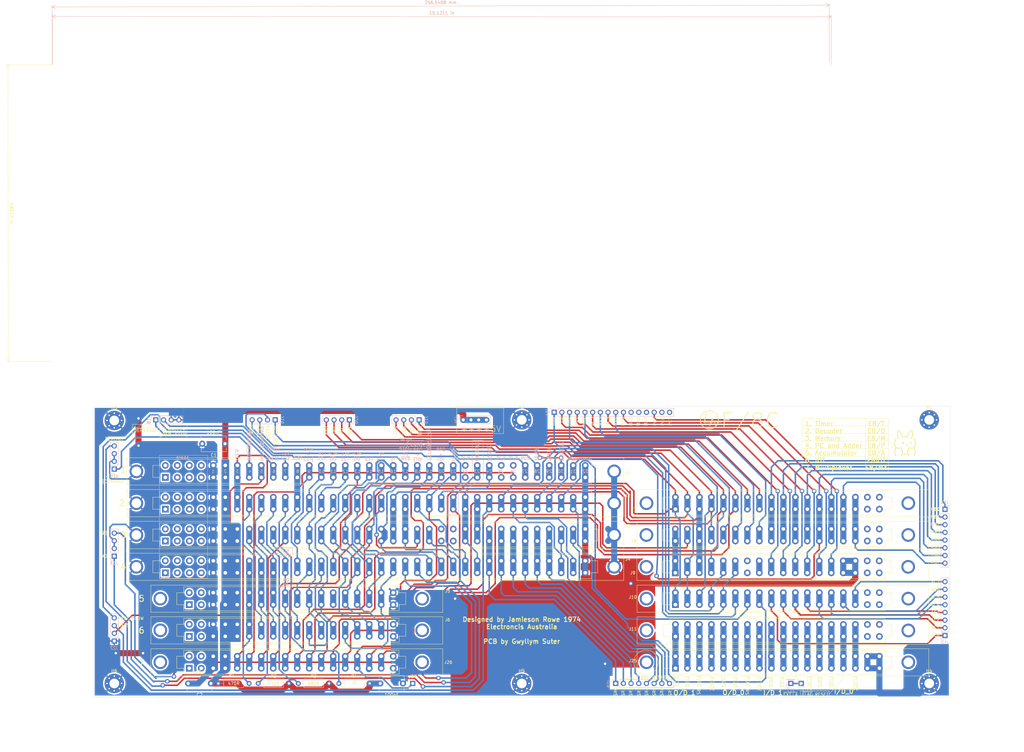
<source format=kicad_pcb>
(kicad_pcb (version 20211014) (generator pcbnew)
  (layers (0 "F.Cu" signal) (31 "B.Cu" signal) (34 "B.Paste" user) (35 "F.Paste" user) (36 "B.SilkS" user "B.Silkscreen") (37 "F.SilkS" user "F.Silkscreen") (38 "B.Mask" user) (39 "F.Mask" user) (44 "Edge.Cuts" user))
  (net 0 "")
  (net 1 "GND")
  (net 2 "Net-(J1-Pad1)")
  (net 3 "Net-(J1-Pad2)")
  (net 4 "Net-(J1-Pad3)")
  (net 5 "Net-(J1-Pad4)")
  (net 6 "+5V")
  (net 7 "T22.5")
  (net 8 "~{RUN_COMMAND}")
  (net 9 "FAST_SLOW")
  (net 10 "~{T0.5}")
  (net 11 "~{T0+T12}")
  (net 12 "T14-21")
  (net 13 "MCPB")
  (net 14 "MCPA")
  (net 15 "T13")
  (net 16 "T2-9")
  (net 17 "T1")
  (net 18 "~{CANCEL+DEP+EXM}")
  (net 19 "~{F.T23.}OPR+IOT")
  (net 20 "F.2-9(F+D+E)")
  (net 21 "OPR+IOT")
  (net 22 "FETCH")
  (net 23 "Net-(J1-Pad26)")
  (net 24 "EXECUTE")
  (net 25 "~{F+D+E}")
  (net 26 "Net-(J1-Pad29)")
  (net 27 "~{RUN}")
  (net 28 "~{FETCH}")
  (net 29 "~{DEFER}")
  (net 30 "~{EXEC}")
  (net 31 "MB4")
  (net 32 "Net-(J1-PadA1)")
  (net 33 "Net-(J1-PadA2)")
  (net 34 "Net-(J1-PadA3)")
  (net 35 "Net-(J1-PadA4)")
  (net 36 "Net-(J1-PadA26)")
  (net 37 "Net-(J1-PadA29)")
  (net 38 "Net-(J2-PadA4)")
  (net 39 "Net-(J2-PadA3)")
  (net 40 "Net-(J2-PadA2)")
  (net 41 "Net-(J2-PadA1)")
  (net 42 "~{CLA}")
  (net 43 "~{CMA}")
  (net 44 "~{RAL}")
  (net 45 "~{IAC}")
  (net 46 "~{SZA}")
  (net 47 "~{SMA}")
  (net 48 "~{RAR}")
  (net 49 "~{HLT}")
  (net 50 "MEM.ENABLE")
  (net 51 "~{T14-21.SKP}")
  (net 52 "~{T14-21(JMS+JMP})")
  (net 53 "JMS+DCA")
  (net 54 "T2-9.ISZ")
  (net 55 "~{T2-9.(TAD+IAC+CMA})")
  (net 56 "~{IOT_SHIFT}")
  (net 57 "SKP_ON_IOT_FLAG")
  (net 58 "~{CLEAR_IOT_FLAG}")
  (net 59 "IO_GATING")
  (net 60 "IO_DEVICE_SELECT")
  (net 61 "Net-(J2-Pad4)")
  (net 62 "Net-(J2-Pad3)")
  (net 63 "Net-(J2-Pad2)")
  (net 64 "Net-(J2-Pad1)")
  (net 65 "Net-(J3-Pad3)")
  (net 66 "Net-(J3-Pad4)")
  (net 67 "B-BUS")
  (net 68 "C-BUS")
  (net 69 "D-BUS")
  (net 70 "~{DEP}")
  (net 71 "Net-(J3-Pad24)")
  (net 72 "Net-(J3-Pad25)")
  (net 73 "SR0")
  (net 74 "SR1")
  (net 75 "SR2")
  (net 76 "SR3")
  (net 77 "SR4")
  (net 78 "SR5")
  (net 79 "SR6")
  (net 80 "SR7")
  (net 81 "Net-(J3-PadA1)")
  (net 82 "Net-(J3-PadA2)")
  (net 83 "Net-(J3-PadA3)")
  (net 84 "Net-(J3-PadA4)")
  (net 85 "Net-(J3-PadA24)")
  (net 86 "Net-(J3-PadA25)")
  (net 87 "Net-(J4-PadA4)")
  (net 88 "Net-(J4-PadA3)")
  (net 89 "Net-(J4-PadA2)")
  (net 90 "Net-(J4-PadA1)")
  (net 91 "LA2")
  (net 92 "~{LA1}")
  (net 93 "AC=0")
  (net 94 "AC=-VE")
  (net 95 "~{IOT_SKP}")
  (net 96 "~{T13.RAR}")
  (net 97 "A-BUS")
  (net 98 "Net-(J4-Pad4)")
  (net 99 "Net-(J4-Pad3)")
  (net 100 "Net-(J4-Pad2)")
  (net 101 "AC0")
  (net 102 "AC1")
  (net 103 "AC2")
  (net 104 "AC3")
  (net 105 "AC4")
  (net 106 "AC5")
  (net 107 "AC6")
  (net 108 "AC7")
  (net 109 "MB7")
  (net 110 "MB6")
  (net 111 "MB5")
  (net 112 "MB3")
  (net 113 "MB2")
  (net 114 "MB1")
  (net 115 "MB0")
  (net 116 "MA0")
  (net 117 "PC0")
  (net 118 "MA1")
  (net 119 "PC1")
  (net 120 "MA2")
  (net 121 "PC2")
  (net 122 "MA3")
  (net 123 "PC3")
  (net 124 "MA4")
  (net 125 "PC4")
  (net 126 "MA5")
  (net 127 "PC5")
  (net 128 "MA6")
  (net 129 "PC6")
  (net 130 "MA7")
  (net 131 "PC7")
  (net 132 "~{AND}")
  (net 133 "~{TAD}")
  (net 134 "~{ISZ}")
  (net 135 "~{DCA}")
  (net 136 "~{JMS}")
  (net 137 "~{JMP}")
  (net 138 "~{IOT}")
  (net 139 "~{OPR}")
  (net 140 "~{DEP+EXM}")
  (net 141 "~{EXT.LA}")
  (net 142 "Net-(J5-Pad1)")
  (net 143 "Net-(J5-Pad2)")
  (net 144 "AC0_TO_IOT")
  (net 145 "Net-(J6-Pad1)")
  (net 146 "Net-(J6-Pad2)")
  (net 147 "Net-(J7-Pad17)")
  (net 148 "Net-(J7-Pad18)")
  (net 149 "MB=0")
  (net 150 "**MA5")
  (net 151 "Net-(J9-Pad7)")
  (net 152 "Net-(J10-Pad18)")
  (net 153 "OD1_~{DATA}")
  (net 154 "OD1~{FLAG}")
  (net 155 "OD1~{FLAG_RESET}")
  (net 156 "OD1~{CLK}")
  (net 157 "OD0~{DATA}")
  (net 158 "OD0~{FLAG}")
  (net 159 "OD0~{FLAG_RESET}")
  (net 160 "OD0~{CLK}")
  (net 161 "ID1~{DATA}")
  (net 162 "ID1~{FLAG}")
  (net 163 "ID1~{FLAG_RESET}")
  (net 164 "ID1~{CLK}")
  (net 165 "ID0~{DATA}")
  (net 166 "ID0~{FLAG}")
  (net 167 "ID0~{FLAG_RESET}")
  (net 168 "ID0~{CLK}")
  (net 169 "Net-(J11-Pad17)")
  (net 170 "Net-(J11-Pad18)")
  (net 171 "Net-(J5-PadA)")
  (net 172 "Net-(J5-PadB)")
  (net 173 "Net-(J6-PadA)")
  (net 174 "Net-(J6-PadB)")
  (net 175 "Net-(J7-PadS)")
  (net 176 "Net-(J7-PadT)")
  (net 177 "Net-(J8-PadS)")
  (net 178 "Net-(J8-PadT)")
  (net 179 "Net-(J9-PadG)")
  (net 180 "Net-(J9-PadS)")
  (net 181 "Net-(J9-PadT)")
  (net 182 "Net-(J10-PadS)")
  (net 183 "Net-(J10-PadT)")
  (net 184 "Net-(J11-PadS)")
  (net 185 "Net-(J11-PadT)")
  (net 186 "Net-(J8-Pad17)")
  (net 187 "Net-(J8-Pad18)")
  (net 188 "Net-(J9-Pad17)")
  (net 189 "Net-(J9-Pad18)")
  (net 190 "Net-(J3-Pad1)")
  (net 191 "Net-(J3-Pad2)")
  (net 192 "Net-(J4-Pad1)")
  (net 193 "Net-(J10-Pad17)")
  (net 194 "Net-(J26-Pad1)")
  (net 195 "Net-(J26-Pad2)")
  (net 196 "Net-(J26-PadA)")
  (net 197 "Net-(J26-PadB)")
  (net 198 "~{RST}")
  (net 199 "~{HLT_COMMAND}")
  (net 200 "Z-BIT")
  (footprint "Connector_PCBEdge:72_way_3.96mm_card_edge_socket" (layer "F.Cu") (at 44.3 196.5)
    (fp_text reference "J3")
    (fp_text value "36-way-pcb-edge-socket-Educ-8-connectors")
  )
  (footprint "Connector_PCBEdge:72_way_3.96mm_card_edge_socket" (layer "F.Cu") (at 44.3 207)
    (fp_text reference "J4")
    (fp_text value "36-way-pcb-edge-socket-Educ-8-connectors")
  )
  (footprint "Connector_PCBEdge:72_way_3.96mm_card_edge_socket" (layer "F.Cu") (at 44.3 186)
    (fp_text reference "J2")
    (fp_text value "36-way-pcb-edge-socket-Educ-8-connectors")
  )
  (footprint "Connector_PCBEdge:72_way_3.96mm_card_edge_socket" (layer "F.Cu") (at 44.3 175.5)
    (fp_text reference "J1")
    (fp_text value "E8/T ")
  )
  (footprint "EDUC-8:36_way_3.96mm_card_edge_socket" (layer "F.Cu") (at 52.2 217.51)
    (fp_text reference "J5")
    (fp_text value "36-way-edge-connector")
  )
  (footprint "EDUC-8:36_way_3.96mm_card_edge_socket" (layer "F.Cu") (at 52.21 227.96)
    (fp_text reference "J6")
    (fp_text value "36-way-edge-connector")
  )
  (footprint "EDUC-8:36_way_3.96mm_card_edge_socket" (layer "F.Cu") (at 212.67 185.99)
    (fp_text reference "J7")
    (fp_text value "36-way-edge-connector")
  )
  (footprint "EDUC-8:36_way_3.96mm_card_edge_socket" (layer "F.Cu") (at 212.65 196.49)
    (fp_text reference "J8")
    (fp_text value "36-way-edge-connector")
  )
  (footprint "EDUC-8:36_way_3.96mm_card_edge_socket" (layer "F.Cu") (at 212.63 207.01)
    (fp_text reference "J9")
    (fp_text value "36-way-edge-connector")
  )
  (footprint "EDUC-8:36_way_3.96mm_card_edge_socket" (layer "F.Cu") (at 212.66 217.5)
    (fp_text reference "J10")
    (fp_text value "36-way-edge-connector")
  )
  (footprint "EDUC-8:36_way_3.96mm_card_edge_socket" (layer "F.Cu") (at 212.68 228.01)
    (fp_text reference "J11")
    (fp_text value "36-way-edge-connector")
  )
  (footprint "MountingHole:MountingHole_3.2mm_M3_Pad_Via" (layer "F.Cu") (at 306 158.5)
    (fp_text reference "H1")
    (fp_text value "MountingHole_Pad")
  )
  (footprint "MountingHole:MountingHole_3.2mm_M3_Pad_Via" (layer "F.Cu") (at 171.5 158.5)
    (fp_text reference "H2")
    (fp_text value "MountingHole_Pad")
  )
  (footprint "MountingHole:MountingHole_3.2mm_M3_Pad_Via" (layer "F.Cu") (at 37 158.697056)
    (fp_text reference "H3")
    (fp_text value "MountingHole_Pad")
  )
  (footprint "MountingHole:MountingHole_3.2mm_M3_Pad_Via" (layer "F.Cu") (at 306 245.5)
    (fp_text reference "H4")
    (fp_text value "MountingHole_Pad")
  )
  (footprint "MountingHole:MountingHole_3.2mm_M3_Pad_Via" (layer "F.Cu") (at 171.5 245.5)
    (fp_text reference "H5")
    (fp_text value "MountingHole_Pad")
  )
  (footprint "MountingHole:MountingHole_3.2mm_M3_Pad_Via" (layer "F.Cu") (at 37 245.5)
    (fp_text reference "H6")
    (fp_text value "MountingHole_Pad")
  )
  (footprint "EDUC-8:EA_Symbol" (layer "F.Cu") (at 233.426 158.496)
    (fp_text reference "REF**" hide)
    (fp_text value "EA_Symbol" hide)
  )
  (footprint "Capacitor_THT:C_Disc_D8.0mm_W5.0mm_P7.50mm" (layer "F.Cu") (at 73.54 166.37 180)
    (fp_text reference "C1")
    (fp_text value "100nF")
  )
  (footprint "Capacitor_THT:C_Disc_D8.0mm_W5.0mm_P7.50mm" (layer "F.Cu") (at 68.9 245.5 180)
    (fp_text reference "C2")
    (fp_text value "100nF")
  )
  (footprint "Resistor_THT:R_Axial_DIN0207_L6.3mm_D2.5mm_P10.16mm_Horizontal" (layer "F.Cu") (at 81.5 245.5 180)
    (fp_text reference "R1")
    (fp_text value "470R")
  )
  (footprint "Resistor_THT:R_Axial_DIN0207_L6.3mm_D2.5mm_P10.16mm_Horizontal" (layer "F.Cu") (at 84.5 245.5)
    (fp_text reference "R2")
    (fp_text value "470R")
  )
  (footprint "Resistor_THT:R_Axial_DIN0207_L6.3mm_D2.5mm_P10.16mm_Horizontal" (layer "F.Cu") (at 97.74 245.5)
    (fp_text reference "R3")
    (fp_text value "680R")
  )
  (footprint "Resistor_THT:R_Axial_DIN0207_L6.3mm_D2.5mm_P10.16mm_Horizontal" (layer "F.Cu") (at 111.125 245.5)
    (fp_text reference "R4")
    (fp_text value "R")
  )
  (footprint "Capacitor_THT:C_Disc_D8.0mm_W5.0mm_P7.50mm" (layer "F.Cu") (at 124.8 245.5)
    (fp_text reference "C3")
    (fp_text value "100nF")
  )
  (footprint "EDUC-8:36_way_3.96mm_card_edge_socket" (layer "F.Cu") (at 212.68 238.5)
    (fp_text reference "J25")
    (fp_text value "36-way-edge-connector")
  )
  (footprint "Connector_PinHeader_2.54mm:PinHeader_1x01_P2.54mm_Vertical" (layer "F.Cu") (at 263.75 245.5)
    (fp_text reference "J29" hide)
    (fp_text value "Conn_01x01_Female")
  )
  (footprint "EDUC-8:36_way_3.96mm_card_edge_socket" (layer "F.Cu") (at 52.2 238.5)
    (fp_text reference "J26")
    (fp_text value "36-way-edge-connector")
  )
  (footprint "Connector_PinHeader_2.54mm:PinHeader_1x01_P2.54mm_Vertical" (layer "F.Cu") (at 135.5 245.5)
    (fp_text reference "J27")
    (fp_text value "Conn_01x01_Female")
  )
  (footprint "Connector_PinHeader_2.54mm:PinHeader_1x08_P2.54mm_Vertical" (layer "B.Cu") (at 311.2 229.68)
    (fp_text reference "J12")
    (fp_text value "Conn_01x08_Female")
  )
  (footprint "Connector_PinHeader_2.54mm:PinHeader_1x08_P2.54mm_Vertical" (layer "B.Cu") (at 311.2 188.02 180)
    (fp_text reference "J13")
    (fp_text value "Conn_01x08_Female")
  )
  (footprint "Connector_PinHeader_2.54mm:PinHeader_1x04_P2.54mm_Vertical" (layer "B.Cu") (at 90.12 158.5 90)
    (fp_text reference "J16")
    (fp_text value "Conn_01x04_Female")
  )
  (footprint "Connector_PinHeader_2.54mm:PinHeader_1x08_P2.54mm_Vertical" (layer "B.Cu") (at 202.5 245.5 -90)
    (fp_text reference "J19")
    (fp_text value "Conn_01x08_Female")
  )
  (footprint "Connector_PinHeader_2.54mm:PinHeader_1x16_P2.54mm_Vertical" (layer "B.Cu") (at 182.2 156 -90)
    (fp_text reference "J14")
    (fp_text value "Conn_01x16_Female")
  )
  (footprint "Connector_PinHeader_2.54mm:PinHeader_1x04_P2.54mm_Vertical" (layer "B.Cu") (at 137.62 158.5 90)
    (fp_text reference "J15")
    (fp_text value "Conn_01x04_Female")
  )
  (footprint "Connector_PinHeader_2.54mm:PinHeader_1x04_P2.54mm_Vertical" (layer "B.Cu") (at 114.62 158.5 90)
    (fp_text reference "J20")
    (fp_text value "Conn_01x04_Female")
  )
  (footprint "Connector_PinHeader_2.54mm:PinHeader_1x01_P2.54mm_Vertical" (layer "B.Cu") (at 260.3 245.5)
    (fp_text reference "J17")
    (fp_text value "Conn_01x01_Female")
  )
  (footprint "Connector_PinHeader_2.54mm:PinHeader_1x04_P2.54mm_Vertical" (layer "B.Cu") (at 50.71 158.51 -90)
    (fp_text reference "J18")
    (fp_text value "Conn_01x04_Female")
  )
  (footprint "Connector_PinHeader_2.54mm:PinHeader_1x04_P2.54mm_Vertical" (layer "B.Cu") (at 37 174.73)
    (fp_text reference "J21")
    (fp_text value "Conn_01x04_Female")
  )
  (footprint "Connector_PinHeader_2.54mm:PinHeader_1x04_P2.54mm_Vertical" (layer "B.Cu") (at 37 231.5)
    (fp_text reference "J22")
    (fp_text value "Conn_01x04_Female")
  )
  (footprint "Connector_PinHeader_2.54mm:PinHeader_1x04_P2.54mm_Vertical" (layer "B.Cu") (at 37 203.5)
    (fp_text reference "J23")
    (fp_text value "Conn_01x04_Female")
  )
  (footprint "Connector_PinHeader_2.54mm:PinHeader_1x04_P2.54mm_Vertical" (layer "B.Cu") (at 152.2 158.5 -90)
    (fp_text reference "J24")
    (fp_text value "Conn_01x04_Female")
  )
  (gr_line (start 67.785 170.18) (end 67.785 172.085) (layer "B.SilkS") (width 0.12))
  (gr_line (start 95.885 200.66) (end 90.805 200.66) (layer "B.SilkS") (width 0.12))
  (gr_line (start 95.885 213.36) (end 95.885 210.185) (layer "B.SilkS") (width 0.12))
  (gr_line (start 158.75 178.054) (end 158.75 165.227) (layer "B.SilkS") (width 0.12))
  (gr_line (start 146.939 189.865) (end 150.622 189.865) (layer "B.SilkS") (width 0.12))
  (gr_line (start 155.194 165.354) (end 155.194 178.181) (layer "B.SilkS") (width 0.12))
  (gr_line (start 155.194 178.181) (end 147.574 182.118) (layer "B.SilkS") (width 0.12))
  (gr_line (start 150.622 182.372) (end 158.75 178.054) (layer "B.SilkS") (width 0.12))
  (gr_line (start 150.622 189.865) (end 150.622 182.372) (layer "B.SilkS") (width 0.12))
  (gr_line (start 67.785 210.82) (end 51.91 210.82) (layer "B.SilkS") (width 0.12))
  (gr_line (start 90.805 210.185) (end 90.805 213.36) (layer "B.SilkS") (width 0.12))
  (gr_line (start 67.785 172.085) (end 67.785 210.185) (layer "B.SilkS") (width 0.12))
  (gr_line (start 147.574 182.118) (end 146.939 182.499) (layer "B.SilkS") (width 0.12))
  (gr_line (start 90.805 200.66) (end 90.805 210.185) (layer "B.SilkS") (width 0.12))
  (gr_line (start 51.91 170.18) (end 67.785 170.18) (layer "B.SilkS") (width 0.12))
  (gr_line (start 146.939 182.499) (end 146.939 188.976) (layer "B.SilkS") (width 0.12))
  (gr_line (start 51.91 210.82) (end 51.91 170.18) (layer "B.SilkS") (width 0.12))
  (gr_line (start 90.805 213.36) (end 95.885 213.36) (layer "B.SilkS") (width 0.12))
  (gr_line (start 158.75 165.227) (end 155.194 165.227) (layer "B.SilkS") (width 0.12))
  (gr_line (start 95.885 210.185) (end 95.885 200.66) (layer "B.SilkS") (width 0.12))
  (gr_line (start 146.939 188.976) (end 146.939 189.865) (layer "B.SilkS") (width 0.12))
  (gr_line (start 67.785 210.185) (end 67.785 210.82) (layer "B.SilkS") (width 0.12))
  (gr_line (start 264 158) (end 265 158) (layer "F.SilkS") (width 0.12))
  (gr_line (start 165.5 154) (end 150 154) (layer "F.SilkS") (width 0.12))
  (gr_line (start 292.5 173.5) (end 285 173.5) (layer "F.SilkS") (width 0.12))
  (gr_line (start 54.5 157) (end 52 157) (layer "F.SilkS") (width 0.12))
  (gr_line (start 49 157) (end 52 157) (layer "F.SilkS") (width 0.12))
  (gr_line (start 292.5 176.2) (end 292.5 173.5) (layer "F.SilkS") (width 0.12))
  (gr_line (start 263.5 250) (end 263.5 248) (layer "F.SilkS") (width 0.12))
  (gr_line (start 264 163) (end 285 163) (layer "F.SilkS") (width 0.12))
  (gr_line (start 273 248) (end 273 250) (layer "F.SilkS") (width 0.12))
  (gr_line (start 285 160.5) (end 292.5 160.5) (layer "F.SilkS") (width 0.12))
  (gr_circle (center 212.5 238.5) (end 216.5 238.5) (layer "F.SilkS") (width 0.12) (fill none))
  (gr_line (start 263.5 248) (end 273 248) (layer "F.SilkS") (width 0.12))
  (gr_line (start 262 242.5) (end 262 243.5) (layer "F.SilkS") (width 0.12))
  (gr_line (start 49 160) (end 49 157) (layer "F.SilkS") (width 0.12))
  (gr_line (start 264 173.5) (end 264 176.2) (layer "F.SilkS") (width 0.12))
  (gr_line (start 285 173.5) (end 264 173.5) (layer "F.SilkS") (width 0.12))
  (gr_line (start 264 170.5) (end 285 170.5) (layer "F.SilkS") (width 0.12))
  (gr_line (start 61 164.5) (end 61 160) (layer "F.SilkS") (width 0.12))
  (gr_line (start 165.5 163) (end 165.5 154) (layer "F.SilkS") (width 0.12))
  (gr_line (start 264 176.2) (end 292.5 176.2) (layer "F.SilkS") (width 0.12))
  (gr_line (start 285 158) (end 285 173.5) (layer "F.SilkS") (width 0.12))
  (gr_line (start 52 164.5) (end 43 164.5) (layer "F.SilkS") (width 0.12))
  (gr_line (start 43 160) (end 49 160) (layer "F.SilkS") (width 0.12))
  (gr_line (start 264 173.5) (end 264 158) (layer "F.SilkS") (width 0.12))
  (gr_line (start 264 165.5) (end 285 165.5) (layer "F.SilkS") (width 0.12))
  (gr_line (start 277.5 243) (end 277.5 244) (layer "F.SilkS") (width 0.12))
  (gr_line (start 264 168) (end 285 168) (layer "F.SilkS") (width 0.12))
  (gr_line (start 292.5 158) (end 292.5 173.5) (layer "F.SilkS") (width 0.12))
  (gr_line (start 285 163) (end 292.5 163) (layer "F.SilkS") (width 0.12))
  (gr_line (start 262 243.5) (end 264.5 248) (layer "F.SilkS") (width 0.12))
  (gr_line (start 285 158) (end 292.5 158) (layer "F.SilkS") (width 0.12))
  (gr_line (start 273 250) (end 263.5 250) (layer "F.SilkS") (width 0.12))
  (gr_line (start 264 160.5) (end 285 160.5) (layer "F.SilkS") (width 0.12))
  (gr_line (start 150 163) (end 165.5 163) (layer "F.SilkS") (width 0.12))
  (gr_line (start 150 154) (end 150 163) (layer "F.SilkS") (width 0.12))
  (gr_line (start 285 168) (end 292.5 168) (layer "F.SilkS") (width 0.12))
  (gr_line (start 61 160) (end 54.5 160) (layer "F.SilkS") (width 0.12))
  (gr_line (start 52 157) (end 52 164.5) (layer "F.SilkS") (width 0.12))
  (gr_line (start 52 164.5) (end 61 164.5) (layer "F.SilkS") (width 0.12))
  (gr_line (start 285 165.5) (end 292.5 165.5) (layer "F.SilkS") (width 0.12))
  (gr_line (start 265 158) (end 285 158) (layer "F.SilkS") (width 0.12))
  (gr_line (start 54.5 160) (end 54.5 157) (layer "F.SilkS") (width 0.12))
  (gr_line (start 43 164.5) (end 43 160) (layer "F.SilkS") (width 0.12))
  (gr_line (start 277.5 244) (end 273 249) (layer "F.SilkS") (width 0.12))
  (gr_line (start 285 170.5) (end 292.5 170.5) (layer "F.SilkS") (width 0.12))
  (gr_line (start 150 154.5) (end 165.5 154.5) (layer "F.SilkS") (width 0.12))
  (gr_line (start 30 154) (end 30 250) (layer "Edge.Cuts") (width 0.05))
  (gr_line (start 30 250) (end 313 250) (layer "Edge.Cuts") (width 0.05))
  (gr_line (start 313 250) (end 313 154) (layer "Edge.Cuts") (width 0.05))
  (gr_line (start 313 154) (end 30 154) (layer "Edge.Cuts") (width 0.05))
  (gr_text "T14\n-21" (at 105.664 170.434) (layer "B.SilkS") (effects (font (size 1 1)) (justify mirror)))
  (gr_text "~{RUN_COMAND}" (at 81.28 167.005 270) (layer "B.SilkS") (effects (font (size 1 1)) (justify mirror)))
  (gr_text "1" (at 69.596 175.514) (layer "B.SilkS") (effects (font (size 1 1)) (justify mirror)))
  (gr_text "9" (at 101.346 175.514) (layer "B.SilkS") (effects (font (size 1 1)) (justify mirror)))
  (gr_text "spare" (at 59.53 170.815) (layer "B.SilkS") (effects (font (size 1 1)) (justify mirror)))
  (gr_text "ON \nPC" (at 93.345 212.09) (layer "B.SilkS") (effects (font (size 1 1)) (justify mirror)))
  (gr_text "NOT\nUSED\n" (at 93.345 202.565) (layer "B.SilkS") (effects (font (size 1 1)) (justify mirror)))
  (gr_text "7" (at 93.472 175.514) (layer "B.SilkS") (effects (font (size 1 1)) (justify mirror)))
  (gr_text "20" (at 145.034 175.514) (layer "B.SilkS") (effects (font (size 1 1)) (justify mirror)))
  (gr_text "~{T0\n+\n}T12" (at 101.092 169.926) (layer "B.SilkS") (effects (font (size 1 1)) (justify mirror)))
  (gr_text "T14\n-21" (at 113.284 170.688) (layer "B.SilkS") (effects (font (size 1 1)) (justify mirror)))
  (gr_text "~{T0.5}" (at 97.536 171.196) (layer "B.SilkS") (effects (font (size 1 1)) (justify mirror)))
  (gr_text "MB4" (at 188.468 171.45) (layer "B.SilkS") (effects (font (size 1 1)) (justify mirror)))
  (gr_text "~{DEP\n+\n}EXM" (at 89.408 169.672) (layer "B.SilkS") (effects (font (size 1 1)) (justify mirror)))
  (gr_text "12" (at 113.284 175.514) (layer "B.SilkS") (effects (font (size 1 1)) (justify mirror)))
  (gr_text "2" (at 73.66 175.514) (layer "B.SilkS") (effects (font (size 1 1)) (justify mirror)))
  (gr_text "22" (at 152.908 175.514) (layer "B.SilkS") (effects (font (size 1 1)) (justify mirror)))
  (gr_text "T13" (at 121.158 171.45) (layer "B.SilkS") (effects (font (size 1 1)) (justify mirror)))
  (gr_text "5" (at 85.598 175.514) (layer "B.SilkS") (effects (font (size 1 1)) (justify mirror)))
  (gr_text "26" (at 168.656 175.514) (layer "B.SilkS") (effects (font (size 1 1)) (justify mirror)))
  (gr_text "29" (at 180.594 175.514) (layer "B.SilkS") (effects (font (size 1 1)) (justify mirror)))
  (gr_text "6" (at 89.662 175.514) (layer "B.SilkS") (effects (font (size 1 1)) (justify mirror)))
  (gr_text "HALT_COMMAND" (at 85.725 166.37 270) (layer "B.SilkS") (effects (font (size 1 1)) (justify mirror)))
  (gr_text "30" (at 184.404 175.514) (layer "B.SilkS") (effects (font (size 1 1)) (justify mirror)))
  (gr_text "16" (at 129.032 175.514) (layer "B.SilkS") (effects (font (size 1 1)) (justify mirror)))
  (gr_text "25" (at 164.592 175.514) (layer "B.SilkS") (effects (font (size 1 1)) (justify mirror)))
  (gr_text "N/C" (at 168.656 171.196) (layer "B.SilkS") (effects (font (size 1 1)) (justify mirror)))
  (gr_text "27" (at 172.466 175.514) (layer "B.SilkS") (effects (font (size 1 1)) (justify mirror)))
  (gr_text "T1" (at 129.032 171.45) (layer "B.SilkS") (effects (font (size 1 1)) (justify mirror)))
  (gr_text "~{F.23\nOPR\n+\nIOT}" (at 137.16 169.164) (layer "B.SilkS") (effects (font (size 1 1)) (justify mirror)))
  (gr_text "~{DEFER}" (at 180.34 169.672 270) (layer "B.SilkS") (effects (font (size 1 1)) (justify mirror)))
  (gr_text "17" (at 133.096 175.514) (layer "B.SilkS") (effects (font (size 1 1)) (justify mirror)))
  (gr_text "MCP\n(A)" (at 117.094 170.434) (layer "B.SilkS") (effects (font (size 1 1)) (justify mirror)))
  (gr_text "FETCH" (at 148.844 169.926 270) (layer "B.SilkS") (effects (font (size 1 1)) (justify mirror)))
  (gr_text "4" (at 81.788 175.514) (layer "B.SilkS") (effects (font (size 1 1)) (justify mirror)))
  (gr_text "19" (at 140.97 175.514) (layer "B.SilkS") (effects (font (size 1 1)) (justify mirror)))
  (gr_text "N/C" (at 152.908 171.196) (layer "B.SilkS") (effects (font (size 1 1)) (justify mirror)))
  (gr_text "OPR\n+\nIOT" (at 144.78 169.926) (layer "B.SilkS") (effects (font (size 1 1)) (justify mirror)))
  (gr_text "T22.5" (at 77.47 170.18 270) (layer "B.SilkS") (effects (font (size 1 1)) (justify mirror)))
  (gr_text "13" (at 117.348 175.514) (layer "B.SilkS") (effects (font (size 1 1)) (justify mirror)))
  (gr_text "~{T2-9(F+D+E})" (at 140.716 166.624 270) (layer "B.SilkS") (effects (font (size 1 1)) (justify mirror)))
  (gr_text "8" (at 97.536 175.514) (layer "B.SilkS") (effects (font (size 1 1)) (justify mirror)))
  (gr_text "23" (at 156.718 175.514) (layer "B.SilkS") (effects (font (size 1 1)) (justify mirror)))
  (gr_text "21" (at 148.844 175.514) (layer "B.SilkS") (effects (font (size 1 1)) (justify mirror)))
  (gr_text "28" (at 176.53 175.514) (layer "B.SilkS") (effects (font (size 1 1)) (justify mirror)))
  (gr_text "11" (at 109.22 175.514) (layer "B.SilkS") (effects (font (size 1 1)) (justify mirror)))
  (gr_text "32" (at 192.532 175.514) (layer "B.SilkS") (effects (font (size 1 1)) (justify mirror)))
  (gr_text "~{CNL\n}+\n~{DEP\n}+\n~{EXM}" (at 133.096 168.148) (layer "B.SilkS") (effects (font (size 1 1)) (justify mirror)))
  (gr_text "14" (at 121.158 175.514) (layer "B.SilkS") (effects (font (size 1 1)) (justify mirror)))
  (gr_text "~{RUN}" (at 172.72 171.196) (layer "B.SilkS") (effects (font (size 1 1)) (justify mirror)))
  (gr_text "N/C" (at 164.592 171.196) (layer "B.SilkS") (effects (font (size 1 1)) (justify mirror)))
  (gr_text "31" (at 188.468 175.514) (layer "B.SilkS") (effects (font (size 1 1)) (justify mirror)))
  (gr_text "GND" (at 192.532 171.323) (layer "B.SilkS") (effects (font (size 1 1)) (justify mirror)))
  (gr_text "T2\n-T9" (at 125.222 170.688) (layer "B.SilkS") (effects (font (size 1 1)) (justify mirror)))
  (gr_text "EXECUTE" (at 156.718 168.91 270) (layer "B.SilkS") (effects (font (size 1 1)) (justify mirror)))
  (gr_text "24" (at 160.782 175.514) (layer "B.SilkS") (effects (font (size 1 1)) (justify mirror)))
  (gr_text "15" (at 124.968 175.514) (layer "B.SilkS") (effects (font (size 1 1)) (justify mirror)))
  (gr_text "10" (at 105.41 175.514) (layer "B.SilkS") (effects (font (size 1 1)) (justify mirror)))
  (gr_text "~{F+D+E}" (at 160.528 169.418 270) (layer "B.SilkS") (effects (font (size 1 1)) (justify mirror)))
  (gr_text "3" (at 77.724 175.514) (layer "B.SilkS") (effects (font (size 1 1)) (justify mirror)))
  (gr_text "FST\nSLW\n" (at 93.472 170.434) (layer "B.SilkS") (effects (font (size 1 1)) (justify mirror)))
  (gr_text "18" (at 137.16 175.514) (layer "B.SilkS") (effects (font (size 1 1)) (justify mirror)))
  (gr_text "MCP\n(B)" (at 109.22 170.434) (layer "B.SilkS") (effects (font (size 1 1)) (justify mirror)))
  (gr_text "~{EXECUTE}" (at 184.404 168.91 270) (layer "B.SilkS") (effects (font (size 1 1)) (justify mirror)))
  (gr_text "~{FETCH}" (at 176.276 169.672 270) (layer "B.SilkS") (effects (font (size 1 1)) (justify mirror)))
  (gr_text "~{CLOCK}" (at 266.25 245.5 270) (layer "F.SilkS") (effects (font (size 1 1))))
  (gr_text "~{FLAG} RST" (at 245.9 246.6 -90) (layer "F.SilkS") (effects (font (size 1 1))))
  (gr_text "~{FLAG}" (at 273.5 245 270) (layer "F.SilkS") (effects (font (size 1 1))))
  (gr_text "~{DATA}" (at 269.6 245 270) (layer "F.SilkS") (effects (font (size 1 1))))
  (gr_text "~{FLAG} RESET" (at 268.4 249.1) (layer "F.SilkS") (effects (font (size 1 1))))
  (gr_text "I/D_1" (at 254.4 248.6) (layer "F.SilkS") (effects (font (size 1.5 1.5) (thickness 0.3))))
  (gr_text "7" (at 46 238.75) (layer "F.SilkS") (effects (font (size 2 2) (thickness 0.3))))
  (gr_text "MA4" (at 202.5 159 90) (layer "F.SilkS") (effects (font (size 1 1))))
  (gr_text "MB2" (at 308 193) (layer "F.SilkS") (effects (font (size 1 1))))
  (gr_text "1" (at 40 175) (layer "F.SilkS") (effects (font (size 2 2) (thickness 0.3))))
  (gr_text "E/8C" (at 246.888 158.75) (layer "F.SilkS") (effects (font (size 5 5) (thickness 0.3))))
  (gr_text "++++5V" (at 158 161.5) (layer "F.SilkS") (effects (font (size 2 2))))
  (gr_text "MA3" (at 197.5 159 90) (layer "F.SilkS") (effects (font (size 1 1))))
  (gr_text "SR5" (at 215.25 248.25 90) (layer "F.SilkS") (effects (font (size 1 1))))
  (gr_text "~{FLAG}" (at 257.1 245 270) (layer "F.SilkS") (effects (font (size 1 1))))
  (gr_text "AC0" (at 308 229.5) (layer "F.SilkS") (effects (font (size 1 1))))
  (gr_text "SR0" (at 202.5 248.25 90) (layer "F.SilkS") (effects (font (size 1 1))))
  (gr_text "SR3" (at 210.25 248.25 90) (layer "F.SilkS") (effects (font (size 1 1))))
  (gr_text "~{CLOCK}" (at 234.1 245.6 270) (layer "F.SilkS") (effects (font (size 1 1))))
  (gr_text "AC1" (at 308 227) (layer "F.SilkS") (effects (font (size 1 1))))
  (gr_text "MB3" (at 308 195.5) (layer "F.SilkS") (effects (font (size 1 1))))
  (gr_text "MA6" (at 210 159 90) (layer "F.SilkS") (effects (font (size 1 1))))
  (gr_text "SR6" (at 217.75 248.25 90) (layer "F.SilkS") (effects (font (size 1 1))))
  (gr_text "SR4" (at 212.75 248.25 90) (layer "F.SilkS") (effects (font (size 1 1))))
  (gr_text "~{LA1}" (at 33.5 196) (layer "F.SilkS") (effects (font (size 1 1))))
  (gr_text "~{ISZ}" (at 112 162 90) (layer "F.SilkS") (effects (font (size 1 1))))
  (gr_text "Designed by Jamieson Rowe 1974\nElectroncis Australia\n\nPCB by Gwyllym Suter" (at 171.5 228) (layer "F.SilkS") (effects (font (size 1.5 1.5) (thickness 0.3))))
  (gr_text "USE FIBRE WASHER" (at 213 243.5) (layer "F.SilkS") (effects (font (size 1 1))))
  (gr_text "SR2" (at 207.5 248.25 90) (layer "F.SilkS") (effects (font (size 1 1))))
  (gr_text "SR1" (at 205 248.25 90) (layer "F.SilkS") (effects (font (size 1 1))))
  (gr_text "~{EXT.LA}" (at 260.2 249.2) (layer "F.SilkS") (effects (font (size 1 1))))
  (gr_text "~{TAD}" (at 109.5 162 90) (layer "F.SilkS") (effects (font (size 1 1))))
  (gr_text "PC2" (at 195 159 90) (layer "F.SilkS") (effects (font (size 1 1))))
  (gr_text "AC7" (at 308 212) (layer "F.SilkS") (effects (font (size 1 1))))
  (gr_text "AC5" (at 308 217) (layer "F.SilkS") (effects (font (size 1 1))))
  (gr_text "6" (at 46 228) (layer "F.SilkS") (effects (font (size 2 2) (thickness 0.3))))
  (gr_text "3" (at 40 196.5) (layer "F.SilkS") (effects (font (size 2 2) (thickness 0.3))))
  (gr_text "AC6" (at 308 214.5) (layer "F.SilkS") (effects (font (size 1 1))))
  (gr_text "~{DATA}" (at 222.4 244.9 270) (layer "F.SilkS") (effects (font (size 1 1))))
  (gr_text "AC2" (at 308 224.5) (layer "F.SilkS") (effects (font (size 1 1))))
  (gr_text "4" (at 40 207) (layer "F.SilkS") (effects (font (size 2 2) (thickness 0.3))))
  (gr_text "AC4" (at 308 219.5) (layer "F.SilkS") (effects (font (size 1 1))))
  (gr_text "FAST/SLOW" (at 42.5 224) (layer "F.SilkS") (effects (font (size 1 1))))
  (gr_text "~{DATA}" (at 253.5 245 270) (layer "F.SilkS") (effects (font (size 1 1))))
  (gr_text "~{CANCEL+\n}DEP+EXAM\n" (at 56.5 162.5) (layer "F.SilkS") (effects (font (size 1 1))))
  (gr_text "~{RUN\n}COMMND" (at 36.5 178) (layer "F.SilkS") (effects (font (size 1 1))))
  (gr_text "~{CLOCK}" (at 249.7 245.7 270) (layer "F.SilkS") (effects (font (size 1 1))))
  (gr_text "MA1" (at 187 159 90) (layer "F.SilkS") (effects (font (size 1 1))))
  (gr_text "MA7" (at 212.5 159 90) (layer "F.SilkS") (effects (font (size 1 1))))
  (gr_text "PC4" (at 205 159 90) (layer "F.SilkS") (effects (font (size 1 1))))
  (gr_text "~{DEPOSIT}" (at 37 165) (layer "F.SilkS") (effects (font (size 1 1))))
  (gr_text "2" (at 39.5 186) (layer "F.SilkS") (effects (font (size 2 2) (thickness 0.3))))
  (gr_text "MB7" (at 308 205.5) (layer "F.SilkS") (effects (font (size 1 1))))
  (gr_text "PC5" (at 215.5 159 90) (layer "F.SilkS") (effects (font (size 1 1))))
  (gr_text "~{RUN}" (at 82.5 161.5 90) (layer "F.SilkS") (effects (font (size 1 1))))
  (gr_text "MB1" (at 308 190.5) (layer "F.SilkS") (effects (font (size 1 1))))
  (gr_text "~{FETCH}" (at 85 162 90) (layer "F.SilkS") (effects (font (size 1 1))))
  (gr_text "~{JMS}" (at 130 162 90) (layer "F.SilkS") (effects (font (size 1 1))))
  (gr_text "MB0" (at 308 188) (layer "F.SilkS") (effects (font (size 1 1))))
  (gr_text "PC7" (at 220.5 159 90) (layer "F.SilkS") (effects (font (size 1 1))))
  (gr_text "MB5" (at 308 200.5) (layer "F.SilkS") (effects (font (size 1 1))))
  (gr_text "~{CLOCK}" (at 281.5 245.5 270) (layer "F.SilkS") (effects (font (size 1 1))))
  (gr_text "O/D_1" (at 225.2 248.6) (layer "F.SilkS") (effects (font (size 1.5 1.5) (thickness 0.3))))
  (gr_text "E8/T\nE8/D\nE8/M\nE8/P\nE8/A\nE8IOT\nE8/MX" (at 288.544 167.005) (layer "F.SilkS") (effects (font (size 1.5 1.5) (thickness 0.3))))
  (gr_text "~{IOT}" (at 135.5 162 90) (layer "F.SilkS") (effects (font (size 1 1))))
  (gr_text "~{FLAG}" (at 241.9 245.1 270) (layer "F.SilkS") (effects (font (size 1 1))))
  (gr_text "PC1" (at 189.5 159 90) (layer "F.SilkS") (effects (font (size 1 1))))
  (gr_text "MA5" (at 207.5 159 90) (layer "F.SilkS") (effects (font (size 1 1))))
  (gr_text "MB6" (at 308 203) (layer "F.SilkS") (effects (font (size 1 1))))
  (gr_text "~{DCA}" (at 115 162 90) (layer "F.SilkS") (effects (font (size 1 1))))
  (gr_text "~{EXECUTE}" (at 90.5 163.5 90) (layer "F.SilkS") (effects (font (size 1 1))))
  (gr_text "~{DEP+EXAM}" (at 47.5 162) (layer "F.SilkS") (effects (font (size 1 1))))
  (gr_text "O/D_0" (at 241.4 248.5) (layer "F.SilkS") (effects (font (size 1.5 1.5) (thickness 0.3))))
  (gr_text "AC3" (at 308 222) (layer "F.SilkS") (effects (font (size 1 1))))
  (gr_text "PC0" (at 184.5 159 90) (layer "F.SilkS") (effects (font (size 1 1))))
  (gr_text "1. Timer\n2. Decoder\n3. Memory\n4. PC and Adder\n5. Accumulator\n6. IOT\n7. Multiplexer" (at 264.795 167.005) (layer "F.SilkS") (effects (font (size 1.5 1.5) (thickness 0.3)) (justify left)))
  (gr_text "MA0" (at 182 159 90) (layer "F.SilkS") (effects (font (size 1 1))))
  (gr_text "PC3" (at 200 159 90) (layer "F.SilkS") (effects (font (size 1 1))))
  (gr_text "MA2" (at 192 159 90) (layer "F.SilkS") (effects (font (size 1 1))))
  (gr_text "5" (at 46 217.5) (layer "F.SilkS") (effects (font (size 2 2) (thickness 0.3))))
  (gr_text "~{DATA}" (at 237.9 245.1 270) (layer "F.SilkS") (effects (font (size 1 1))))
  (gr_text "~{FLAG}" (at 226 244.9 270) (layer "F.SilkS") (effects (font (size 1 1))))
  (gr_text "LA2" (at 33.5 203.5) (layer "F.SilkS") (effects (font (size 1 1))))
  (gr_text "(\\_/)\n( •,•)\n(“)_(“)\n" (at 298 166) (layer "F.SilkS") (effects (font (size 1.8 1.5) (thickness 0.3))))
  (gr_text "SR7" (at 220.5 248.25 90) (layer "F.SilkS") (effects (font (size 1 1))))
  (gr_text "~{FLAG} RST" (at 229.8 246.5 -90) (layer "F.SilkS") (effects (font (size 1 1))))
  (gr_text "I/D_0" (at 277.8 248.1) (layer "F.SilkS") (effects (font (size 1.5 1.5) (thickness 0.3))))
  (gr_text "~{OPR}" (at 138 162 90) (layer "F.SilkS") (effects (font (size 1 1))))
  (gr_text "~{HALT}" (at 40 226.5) (layer "F.SilkS") (effects (font (size 1 1))))
  (gr_text "MB4" (at 308 198) (layer "F.SilkS") (effects (font (size 1 1))))
  (gr_text "~{JMP}" (at 133 162 90) (layer "F.SilkS") (effects (font (size 1 1))))
  (gr_text "~{DEFER}" (at 88 162.5 90) (layer "F.SilkS") (effects (font (size 1 1))))
  (gr_text "PC6" (at 218 159 90) (layer "F.SilkS") (effects (font (size 1 1))))
  (gr_text "~{AND}" (at 107 162 90) (layer "F.SilkS") (effects (font (size 1 1))))
  (dimension (type aligned) (layer "B.SilkS") (pts (xy 273.05 40.64) (xy 16.51 41.275)) (height 19.051513) (gr_text "256.5408 mm" (at 144.729996 20.756049 0.1418209468) (layer "B.SilkS") (effects (font (size 1 1) (thickness 0.15)))) (format (units 2) (units_format 1) (precision 4)) (style (thickness 0.12) (arrow_length 1.27) (text_position_mode 0) (extension_height 0.58642) (extension_offset 0) keep_text_aligned))
  (dimension (type aligned) (layer "B.SilkS") (pts (xy 273.685 41.275) (xy 16.61 41.2115)) (height 15.874999) (gr_text "10.1211 in" (at 145.151705 24.218251 -0.01415260887) (layer "B.SilkS") (effects (font (size 1 1) (thickness 0.15)))) (format (units 0) (units_format 1) (precision 4)) (style (thickness 0.12) (arrow_length 1.27) (text_position_mode 0) (extension_height 0.58642) (extension_offset 0) keep_text_aligned))
  (dimension (type aligned) (layer "F.SilkS") (pts (xy 16.51 41.275) (xy 16.592 139.12)) (height 14.604994) (gr_text "3.8522 in" (at 3.096011 90.208776 270.0480173) (layer "F.SilkS") (effects (font (size 1 1) (thickness 0.15)))) (format (units 0) (units_format 1) (precision 4)) (style (thickness 0.12) (arrow_length 1.27) (text_position_mode 0) (extension_height 0.58642) (extension_offset 0) keep_text_aligned))
  (segment (start 45 158) (end 45 167) (width 2) (layer "F.Cu") (net 1))
  (segment (start 192.25 217.5) (end 199 217.5) (width 2) (layer "F.Cu") (net 1))
  (segment (start 281.58 208.99) (end 281.58 210.92) (width 2) (layer "F.Cu") (net 1))
  (segment (start 192.45 212.55) (end 192.45 217.3) (width 2) (layer "F.Cu") (net 1))
  (segment (start 207.5 212.5) (end 192.5 212.5) (width 2) (layer "F.Cu") (net 1))
  (segment (start 149.5 217.5) (end 192.25 217.5) (width 2) (layer "F.Cu") (net 1))
  (segment (start 192.45 198.48) (end 192.45 212.55) (width 2) (layer "F.Cu") (net 1))
  (segment (start 192.45 217.3) (end 192.25 217.5) (width 2) (layer "F.Cu") (net 1))
  (segment (start 46.5 235.5) (end 37.5 235.5) (width 2) (layer "F.Cu") (net 1))
  (segment (start 281.58 210.92) (end 280 212.5) (width 2) (layer "F.Cu") (net 1))
  (segment (start 199 239) (end 199 217.5) (width 2) (layer "F.Cu") (net 1))
  (segment (start 192.5 212.5) (end 192.45 212.55) (width 2) (layer "F.Cu") (net 1))
  (segment (start 280 212.5) (end 207.5 212.5) (width 2) (layer "F.Cu") (net 1))
  (via (at 199 239) (size 1.5) (drill 0.8) (layers "F.Cu" "B.Cu") (net 1))
  (via (at 45 167) (size 1.5) (drill 0.8) (layers "F.Cu" "B.Cu") (net 1))
  (via (at 207.5 212.5) (size 1.5) (drill 0.8) (layers "F.Cu" "B.Cu") (net 1))
  (via (at 46.5 235.5) (size 1.5) (drill 0.8) (layers "F.Cu" "B.Cu") (net 1))
  (via (at 45 158) (size 1.5) (drill 0.8) (layers "F.Cu" "B.Cu") (net 1))
  (via (at 37.5 235.5) (size 1.5) (drill 0.8) (layers "F.Cu" "B.Cu") (net 1))
  (via (at 149.5 217.5) (size 2) (drill 0.8) (layers "F.Cu" "B.Cu") (net 1))
  (segment (start 35.58 197) (end 35.58 193.92) (width 0.5) (layer "B.Cu") (net 1))
  (segment (start 36.5 193) (end 40.8 193) (width 0.5) (layer "B.Cu") (net 1))
  (segment (start 302.72501 248.77499) (end 306 245.5) (width 2) (layer "B.Cu") (net 1))
  (segment (start 285.59 240.48) (end 289.55 240.48) (width 2) (layer "B.Cu") (net 1))
  (segment (start 192.45 194.52) (end 192.45 196.8) (width 2) (layer "B.Cu") (net 1))
  (segment (start 192.45 196.8) (end 192.45 198.48) (width 2) (layer "B.Cu") (net 1))
  (segment (start 41.8 178) (end 44.3 175.5) (width 0.5) (layer "B.Cu") (net 1))
  (segment (start 281.58 205.03) (end 281.58 208.99) (width 2) (layer "B.Cu") (net 1))
  (segment (start 200.02 194.52) (end 202 196.5) (width 2) (layer "B.Cu") (net 1))
  (segment (start 202 175.5) (end 202 207) (width 2) (layer "B.Cu") (net 1))
  (segment (start 69.69 173.52) (end 69.69 187.98) (width 2) (layer "B.Cu") (net 1))
  (segment (start 281.58 208.99) (end 277.62 208.99) (width 2) (layer "B.Cu") (net 1))
  (segment (start 59 156.5) (end 61.5 156.5) (width 0.5) (layer "B.Cu") (net 1))
  (segment (start 72.5 156.5) (end 74 155) (width 0.5) (layer "B.Cu") (net 1))
  (segment (start 36 178) (end 41.8 178) (width 0.5) (layer "B.Cu") (net 1))
  (segment (start 200.02 198.48) (end 202 196.5) (width 2) (layer "B.Cu") (net 1))
  (segment (start 192.45 205.02) (end 192.45 208.98) (width 2) (layer "B.Cu") (net 1))
  (segment (start 61.4 245.5) (end 63.4 245.5) (width 2) (layer "B.Cu") (net 1))
  (segment (start 129.07 229.93) (end 129.08 229.94) (width 2) (layer "B.Cu") (net 1))
  (segment (start 37 169.65) (end 37 172.19) (width 0.5) (layer "B.Cu") (net 1))
  (segment (start 289.55 248.77499) (end 302.72501 248.77499) (width 2) (layer "B.Cu") (net 1))
  (segment (start 69.67 240.48) (end 64.65 245.5) (width 2) (layer "B.Cu") (net 1))
  (segment (start 192.45 173.52) (end 192.45 196.8) (width 2) (layer "B.Cu") (net 1))
  (segment (start 69.68 240.47) (end 69.67 240.48) (width 2) (layer "B.Cu") (net 1))
  (segment (start 289.55 240.48) (end 289.55 248.77499) (width 2) (layer "B.Cu") (net 1))
  (segment (start 285.59 236.52) (end 289.55 236.52) (width 2) (layer "B.Cu") (net 1))
  (segment (start 69.68 229.94) (end 69.68 187.99) (width 2) (layer "B.Cu") (net 1))
  (segment (start 40.8 193) (end 44.3 196.5) (width 0.5) (layer "B.Cu") (net 1))
  (segment (start 69.68 229.94) (end 69.68 240.47) (width 2) (layer "B.Cu") (net 1))
  (segment (start 277.62 205.03) (end 277.62 208.99) (width 2) (layer "B.Cu") (net 1))
  (segment (start 37 172.19) (end 35.81 172.19) (width 0.5) (layer "B.Cu") (net 1))
  (segment (start 281.61 209.02) (end 281.58 208.99) (width 2) (layer "B.Cu") (net 1))
  (segment (start 289.55 236.52) (end 289.55 240.48) (width 2) (layer "B.Cu") (net 1))
  (segment (start 277.62 205.03) (end 281.58 205.03) (width 2) (layer "B.Cu") (net 1))
  (segment (start 35.5 172.5) (end 35.5 177.5) (width 0.5) (layer "B.Cu") (net 1))
  (segment (start 285.59 236.52) (end 285.59 240.48) (width 2) (layer "B.Cu") (net 1))
  (segment (start 35.81 172.19) (end 35.5 172.5) (width 0.5) (layer "B.Cu") (net 1))
  (segment (start 35.58 193.92) (end 36.5 193) (width 0.5) (layer "B.Cu") (net 1))
  (segment (start 37 200.96) (end 37 198.42) (width 0.5) (layer "B.Cu") (net 1))
  (segment (start 129.159 230.019) (end 129.08 229.94) (width 2) (layer "B.Cu") (net 1))
  (segment (start 64.65 245.5) (end 63.4 245.5) (width 2) (layer "B.Cu") (net 1))
  (segment (start 37 198.42) (end 35.58 197) (width 0.5) (layer "B.Cu") (net 1))
  (segment (start 35.5 177.5) (end 36 178) (width 0.5) (layer "B.Cu") (net 1))
  (segment (start 69.69 173.52) (end 69.69 177.48) (width 2) (layer "B.Cu") (net 1))
  (segment (start 69.68 187.99) (end 69.69 187.98) (width 2) (layer "B.Cu") (net 1))
  (segment (start 61.5 156.5) (end 72.5 156.5) (width 0.5) (layer "B.Cu") (net 1))
  (segment (start 79.700001 247.500001) (end 92.659999 247.500001) (width 2) (layer "F.Cu") (net 6))
  (segment (start 71.34 245.5) (end 78.1 245.5) (width 2) (layer "F.Cu") (net 6))
  (segment (start 121.285 246.715) (end 119.8 248.2) (width 2) (layer "F.Cu") (net 6))
  (segment (start 105.9 247.5) (end 96.66 247.5) (width 2) (layer "F.Cu") (net 6))
  (segment (start 78.1 245.5) (end 78.1 245.9) (width 2) (layer "F.Cu") (net 6))
  (segment (start 96.66 247.5) (end 94.66 245.5) (width 2) (layer "F.Cu") (net 6))
  (segment (start 152.2 158.5) (end 152.2 156.645) (width 2) (layer "F.Cu") (net 6))
  (segment (start 76.2 155.575) (end 73.65 158.125) (width 2) (layer "F.Cu") (net 6))
  (segment (start 71.34 245.5) (end 68.9 245.5) (width 2) (layer "F.Cu") (net 6))
  (segment (start 78.1 245.9) (end 79.700001 247.500001) (width 2) (layer "F.Cu") (net 6))
  (segment (start 119.8 248.2) (end 110.6 248.2) (width 2) (layer "F.Cu") (net 6))
  (segment (start 107.9 245.5) (end 105.9 247.5) (width 2) (layer "F.Cu") (net 6))
  (segment (start 151.13 155.575) (end 76.2 155.575) (width 2) (layer "F.Cu") (net 6))
  (segment (start 121.285 245.5) (end 121.285 246.715) (width 2) (layer "F.Cu") (net 6))
  (segment (start 152.2 156.645) (end 151.13 155.575) (width 2) (layer "F.Cu") (net 6))
  (segment (start 92.659999 247.500001) (end 94.66 245.5) (width 2) (layer "F.Cu") (net 6))
  (segment (start 73.65 168.158) (end 73.65 173.52) (width 2) (layer "F.Cu") (net 6))
  (segment (start 110.6 248.2) (end 107.9 245.5) (width 2) (layer "F.Cu") (net 6))
  (segment (start 73.65 158.125) (end 73.65 168.158) (width 2) (layer "F.Cu") (net 6))
  (segment (start 77.61 205.02) (end 77.61 208.98) (width 2) (layer "B.Cu") (net 6))
  (segment (start 73.65 229.93) (end 73.64 229.94) (width 2) (layer "B.Cu") (net 6))
  (segment (start 77.2 225.98) (end 77.61 226.39) (width 2) (layer "B.Cu") (net 6))
  (segment (start 73.63 240.77) (end 68.9 245.5) (width 2) (layer "B.Cu") (net 6))
  (segment (start 73.65 173.52) (end 73.65 177.48) (width 2) (layer "B.Cu") (net 6))
  (segment (start 73.63 240.48) (end 73.63 240.77) (width 2) (layer "B.Cu") (net 6))
  (segment (start 73.63 236.52) (end 73.63 240.48) (width 2) (layer "B.Cu") (net 6))
  (segment (start 77.61 229.93) (end 77.6 229.94) (width 2) (layer "B.Cu") (net 6))
  (segment (start 73.65 219.47) (end 73.63 219.49) (width 2) (layer "B.Cu") (net 6))
  (segment (start 152.2 158.5) (end 159.82 158.5) (width 2) (layer "B.Cu") (net 6))
  (segment (start 124.8 245.5) (end 121.285 245.5) (width 2) (layer "B.Cu") (net 6))
  (segment (start 73.63 219.49) (end 73.63 236.52) (width 2) (layer "B.Cu") (net 6))
  (segment (start 77.61 208.98) (end 77.61 219.61) (width 2) (layer "B.Cu") (net 6))
  (segment (start 77.61 203.11) (end 77.61 205.02) (width 2) (layer "B.Cu") (net 6))
  (segment (start 73.63 240.48) (end 73.63 219.49) (width 3.5) (layer "B.Cu") (net 6))
  (segment (start 77.61 219.61) (end 77.61 226.39) (width 2) (layer "B.Cu") (net 6))
  (segment (start 77.59 219.49) (end 77.59 219.59) (width 2) (layer "B.Cu") (net 6))
  (segment (start 77.61 226.39) (end 77.61 229.93) (width 2) (layer "B.Cu") (net 6))
  (segment (start 73.65 205.02) (end 73.65 219.47) (width 2) (layer "B.Cu") (net 6))
  (segment (start 77.59 219.49) (end 73.63 219.49) (width 2) (layer "B.Cu") (net 6))
  (segment (start 73.65 194.52) (end 73.65 205.02) (width 2) (layer "B.Cu") (net 6))
  (segment (start 77.59 219.59) (end 77.61 219.61) (width 2) (layer "B.Cu") (net 6))
  (segment (start 80.625 180.875) (end 86.125 180.875) (width 0.5) (layer "F.Cu") (net 7))
  (segment (start 86.5 170.25) (end 78.5 170.25) (width 0.5) (layer "F.Cu") (net 7))
  (segment (start 77.61 171.14) (end 77.61 173.52) (width 0.5) (layer "F.Cu") (net 7))
  (segment (start 79.5 182) (end 80.625 180.875) (width 0.5) (layer "F.Cu") (net 7))
  (segment (start 79.5 234.61) (end 79.5 182) (width 0.5) (layer "F.Cu") (net 7))
  (segment (start 87.5 171.25) (end 86.5 170.25) (width 0.5) (layer "F.Cu") (net 7))
  (segment (start 87.5 179.5) (end 87.5 171.25) (width 0.5) (layer "F.Cu") (net 7))
  (segment (start 77.59 236.52) (end 79.5 234.61) (width 0.5) (layer "F.Cu") (net 7))
  (segment (start 86.125 180.875) (end 87.5 179.5) (width 0.5) (layer "F.Cu") (net 7))
  (segment (start 78.5 170.25) (end 77.61 171.14) (width 0.5) (layer "F.Cu") (net 7))
  (segment (start 77.61 173.52) (end 77.61 177.48) (width 2) (layer "B.Cu") (net 7))
  (segment (start 77.59 236.52) (end 77.59 240.48) (width 2) (layer "B.Cu") (net 7))
  (segment (start 77.61 177.48) (end 77.61 187.98) (width 2) (layer "B.Cu") (net 7))
  (segment (start 77.6 236.51) (end 77.59 236.52) (width 2) (layer "B.Cu") (net 7))
  (segment (start 37 174.73) (end 38.63 174.73) (width 0.5) (layer "B.Cu") (net 8))
  (segment (start 81.57 171.964366) (end 81.57 173.52) (width 0.5) (layer "B.Cu") (net 8))
  (segment (start 78.4225 164.1475) (end 81.57 167.295) (width 0.5) (layer "B.Cu") (net 8))
  (segment (start 44.1325 164.1475) (end 78.4225 164.1475) (width 0.5) (layer "B.Cu") (net 8))
  (segment (start 81.57 167.295) (end 81.57 171.964366) (width 0.5) (layer "B.Cu") (net 8))
  (segment (start 39.37 173.99) (end 39.37 168.91) (width 0.5) (layer "B.Cu") (net 8))
  (segment (start 39.37 168.91) (end 44.1325 164.1475) (width 0.5) (layer "B.Cu") (net 8))
  (segment (start 81.57 173.52) (end 81.57 177.48) (width 2) (layer "B.Cu") (net 8))
  (segment (start 38.63 174.73) (end 39.37 173.99) (width 0.5) (layer "B.Cu") (net 8))
  (segment (start 52.705 160.02) (end 52.047599 159.362599) (width 0.3048) (layer "B.Cu") (net 9))
  (segment (start 52.047599 159.362599) (end 52.047599 157.457599) (width 0.3048) (layer "B.Cu") (net 9))
  (segment (start 53.34 160.655) (end 52.705 160.02) (width 0.3048) (layer "B.Cu") (net 9))
  (segment (start 33.349999 220.229999) (end 33.349999 167.310001) (width 0.5) (layer "B.Cu") (net 9))
  (segment (start 37 223.88) (end 33.349999 220.229999) (width 0.5) (layer "B.Cu") (net 9))
  (segment (start 79.375 161.925) (end 88.795 171.345) (width 0.5) (layer "B.Cu") (net 9))
  (segment (start 52.705 160.02) (end 54.61 161.925) (width 0.5) (layer "B.Cu") (net 9))
  (segment (start 88.795 171.345) (end 93.45 171.345) (width 0.5) (layer "B.Cu") (net 9))
  (segment (start 93.45 173.52) (end 93.45 177.48) (width 2) (layer "B.Cu") (net 9))
  (segment (start 40.64 165.1) (end 48.895 156.845) (width 0.5) (layer "B.Cu") (net 9))
  (segment (start 52.047599 157.457599) (end 51.435 156.845) (width 0.3048) (layer "B.Cu") (net 9))
  (segment (start 54.61 161.925) (end 79.375 161.925) (width 0.5) (layer "B.Cu") (net 9))
  (segment (start 48.895 156.845) (end 51.435 156.845) (width 0.5) (layer "B.Cu") (net 9))
  (segment (start 33.349999 167.310001) (end 35.56 165.1) (width 0.5) (layer "B.Cu") (net 9))
  (segment (start 35.56 165.1) (end 40.64 165.1) (width 0.5) (layer "B.Cu") (net 9))
  (segment (start 93.45 171.345) (end 93.45 173.52) (width 0.5) (layer "B.Cu") (net 9))
  (segment (start 87.75 234.28) (end 85.51 236.52) (width 0.5) (layer "F.Cu") (net 10))
  (segment (start 93.45 198.48) (end 87.75 204.18) (width 0.5) (layer "F.Cu") (net 10))
  (segment (start 87.75 204.18) (end 87.75 234.28) (width 0.5) (layer "F.Cu") (net 10))
  (segment (start 97.41 188.721) (end 97.41 187.98) (width 0.5) (layer "B.Cu") (net 10))
  (segment (start 93.45 194.52) (end 93.45 192.681) (width 0.5) (layer "B.Cu") (net 10))
  (segment (start 97.41 173.52) (end 97.41 177.48) (width 2) (layer "B.Cu") (net 10))
  (segment (start 93.45 194.52) (end 93.45 198.48) (width 2) (layer "B.Cu") (net 10))
  (segment (start 93.45 192.681) (end 97.41 188.721) (width 0.5) (layer "B.Cu") (net 10))
  (segment (start 85.51 236.52) (end 85.51 240.48) (width 2) (layer "B.Cu") (net 10))
  (segment (start 97.41 177.48) (end 97.41 187.98) (width 2) (layer "B.Cu") (net 10))
  (segment (start 97.41 205.02) (end 97.41 200.774002) (width 0.5) (layer "B.Cu") (net 11))
  (segment (start 97.41 200.774002) (end 95.504 198.868002) (width 0.5) (layer "B.Cu") (net 11))
  (segment (start 101.37 173.52) (end 101.37 177.48) (width 2) (layer "B.Cu") (net 11))
  (segment (start 99.568 179.282) (end 101.37 177.48) (width 0.5) (layer "B.Cu") (net 11))
  (segment (start 95.504 192.786) (end 99.314 188.976) (width 0.5) (layer "B.Cu") (net 11))
  (segment (start 99.314 179.536) (end 99.568 179.282) (width 0.5) (layer "B.Cu") (net 11))
  (segment (start 99.314 188.976) (end 99.314 179.536) (width 0.5) (layer "B.Cu") (net 11))
  (segment (start 95.504 198.868002) (end 95.504 192.786) (width 0.5) (layer "B.Cu") (net 11))
  (segment (start 97.41 205.02) (end 97.41 208.98) (width 2) (layer "B.Cu") (net 11))
  (segment (start 106.934 180.848) (end 111.379 180.848) (width 0.5) (layer "B.Cu") (net 12))
  (segment (start 97.41 192.785) (end 101.37 188.825) (width 0.5) (layer "B.Cu") (net 12))
  (segment (start 105.33 182.452) (end 106.934 180.848) (width 0.5) (layer "B.Cu") (net 12))
  (segment (start 105.33 177.48) (end 101.37 181.44) (width 0.5) (layer "B.Cu") (net 12))
  (segment (start 97.41 194.52) (end 97.41 192.785) (width 0.5) (layer "B.Cu") (net 12))
  (segment (start 105.33 184.02) (end 105.33 187.98) (width 2) (layer "B.Cu") (net 12))
  (segment (start 111.379 180.848) (end 113.25 178.977) (width 0.5) (layer "B.Cu") (net 12))
  (segment (start 97.41 194.52) (end 97.41 198.48) (width 2) (layer "B.Cu") (net 12))
  (segment (start 105.33 173.52) (end 105.33 177.48) (width 2) (layer "B.Cu") (net 12))
  (segment (start 105.33 184.02) (end 105.33 182.452) (width 0.5) (layer "B.Cu") (net 12))
  (segment (start 101.37 181.44) (end 101.37 181.586) (width 0.5) (layer "B.Cu") (net 12))
  (segment (start 101.37 184.02) (end 101.37 181.586) (width 0.5) (layer "B.Cu") (net 12))
  (segment (start 101.37 188.825) (end 101.37 187.98) (width 0.5) (layer "B.Cu") (net 12))
  (segment (start 101.37 184.02) (end 101.37 187.98) (width 2) (layer "B.Cu") (net 12))
  (segment (start 113.25 173.52) (end 113.25 177.48) (width 2) (layer "B.Cu") (net 12))
  (segment (start 113.25 178.977) (end 113.25 177.48) (width 0.5) (layer "B.Cu") (net 12))
  (segment (start 101.35 219.49) (end 101.35 222.01) (width 0.5) (layer "B.Cu") (net 13))
  (segment (start 109.29 179.254) (end 109.29 177.48) (width 0.5) (layer "B.Cu") (net 13))
  (segment (start 108.585 179.959) (end 109.29 179.254) (width 0.5) (layer "B.Cu") (net 13))
  (segment (start 105.32 225.98) (end 105.32 229.94) (width 2) (layer "B.Cu") (net 13))
  (segment (start 105.283 179.959) (end 108.585 179.959) (width 0.5) (layer "B.Cu") (net 13))
  (segment (start 101.35 222.01) (end 105.32 225.98) (width 0.5) (layer "B.Cu") (net 13))
  (segment (start 103.251 211.328) (end 103.251 202.946) (width 0.5) (layer "B.Cu") (net 13))
  (segment (start 101.37 201.065) (end 101.37 198.48) (width 0.5) (layer "B.Cu") (net 13))
  (segment (start 103.378 181.864) (end 105.283 179.959) (width 0.5) (layer "B.Cu") (net 13))
  (segment (start 109.29 173.52) (end 109.29 177.48) (width 2) (layer "B.Cu") (net 13))
  (segment (start 101.37 194.52) (end 101.37 192.508) (width 0.5) (layer "B.Cu") (net 13))
  (segment (start 101.37 192.508) (end 103.378 190.5) (width 0.5) (layer "B.Cu") (net 13))
  (segment (start 101.37 194.52) (end 101.37 198.48) (width 2) (layer "B.Cu") (net 13))
  (segment (start 101.35 215.53) (end 101.35 219.49) (width 2) (layer "B.Cu") (net 13))
  (segment (start 103.378 190.5) (end 103.378 181.864) (width 0.5) (layer "B.Cu") (net 13))
  (segment (start 101.35 213.229) (end 103.251 211.328) (width 0.5) (layer "B.Cu") (net 13))
  (segment (start 101.35 215.53) (end 101.35 213.229) (width 0.5) (layer "B.Cu") (net 13))
  (segment (start 103.251 202.946) (end 101.37 201.065) (width 0.5) (layer "B.Cu") (net 13))
  (segment (start 114.935 189.23) (end 114.935 182.245) (width 0.5) (layer "F.Cu") (net 14))
  (segment (start 109.29 202.495) (end 111.699999 200.085001) (width 0.5) (layer "F.Cu") (net 14))
  (segment (start 117.21 179.97) (end 117.21 177.48) (width 0.5) (layer "F.Cu") (net 14))
  (segment (start 109.29 205.02) (end 109.29 202.495) (width 0.5) (layer "F.Cu") (net 14))
  (segment (start 111.699999 200.085001) (end 111.699999 192.465001) (width 0.5) (layer "F.Cu") (net 14))
  (segment (start 114.935 182.245) (end 117.21 179.97) (width 0.5) (layer "F.Cu") (net 14))
  (segment (start 111.699999 192.465001) (end 114.935 189.23) (width 0.5) (layer "F.Cu") (net 14))
  (segment (start 109.29 205.02) (end 109.29 208.98) (width 2) (layer "B.Cu") (net 14))
  (segment (start 117.21 173.52) (end 117.21 177.48) (width 2) (layer "B.Cu") (net 14))
  (segment (start 114.058 180.074) (end 118.576 180.074) (width 0.5) (layer "B.Cu") (net 15))
  (segment (start 111.252 221.742) (end 111.252 213.868) (width 0.5) (layer "B.Cu") (net 15))
  (segment (start 117.2 225.98) (end 114.232 223.012) (width 0.5) (layer "B.Cu") (net 15))
  (segment (start 113.25 205.02) (end 110.414 202.184) (width 0.5) (layer "B.Cu") (net 15))
  (segment (start 110.998 188.852) (end 110.998 183.134) (width 0.5) (layer "B.Cu") (net 15))
  (segment (start 105.33 194.52) (end 110.998 188.852) (width 0.5) (layer "B.Cu") (net 15))
  (segment (start 121.17 173.52) (end 121.17 177.48) (width 2) (layer "B.Cu") (net 15))
  (segment (start 109.034 202.184) (end 105.33 198.48) (width 0.5) (layer "B.Cu") (net 15))
  (segment (start 118.576 180.074) (end 121.17 177.48) (width 0.5) (layer "B.Cu") (net 15))
  (segment (start 112.522 223.012) (end 111.252 221.742) (width 0.5) (layer "B.Cu") (net 15))
  (segment (start 110.998 183.134) (end 114.058 180.074) (width 0.5) (layer "B.Cu") (net 15))
  (segment (start 113.25 205.02) (end 113.25 208.98) (width 2) (layer "B.Cu") (net 15))
  (segment (start 111.252 213.868) (end 113.25 211.87) (width 0.5) (layer "B.Cu") (net 15))
  (segment (start 105.33 194.52) (end 105.33 198.48) (width 2) (layer "B.Cu") (net 15))
  (segment (start 113.25 211.87) (end 113.25 208.98) (width 0.5) (layer "B.Cu") (net 15))
  (segment (start 117.2 225.98) (end 117.2 229.94) (width 2) (layer "B.Cu") (net 15))
  (segment (start 114.232 223.012) (end 112.522 223.012) (width 0.5) (layer "B.Cu") (net 15))
  (segment (start 110.414 202.184) (end 109.034 202.184) (width 0.5) (layer "B.Cu") (net 15))
  (segment (start 117.21 205.02) (end 113.612 201.422) (width 0.5) (layer "B.Cu") (net 16))
  (segment (start 123.238 179.372) (end 120.983 179.372) (width 0.5) (layer "B.Cu") (net 16))
  (segment (start 117.21 205.02) (end 117.21 208.98) (width 2) (layer "B.Cu") (net 16))
  (segment (start 113.23 219.49) (end 115.99 222.25) (width 0.5) (layer "B.Cu") (net 16))
  (segment (start 113.25 184.02) (end 113.25 187.98) (width 2) (layer "B.Cu") (net 16))
  (segment (start 112.232 201.422) (end 109.29 198.48) (width 0.5) (layer "B.Cu") (net 16))
  (segment (start 109.29 192.97) (end 113.25 189.01) (width 0.5) (layer "B.Cu") (net 16))
  (segment (start 113.612 201.422) (end 112.232 201.422) (width 0.5) (layer "B.Cu") (net 16))
  (segment (start 120.983 179.372) (end 119.445011 180.909989) (width 0.5) (layer "B.Cu") (net 16))
  (segment (start 109.29 194.52) (end 109.29 198.48) (width 2) (layer "B.Cu") (net 16))
  (segment (start 117.43 222.25) (end 121.16 225.98) (width 0.5) (layer "B.Cu") (net 16))
  (segment (start 113.25 189.01) (end 113.25 187.98) (width 0.5) (layer "B.Cu") (net 16))
  (segment (start 113.23 215.53) (end 114.808 213.952) (width 0.5) (layer "B.Cu") (net 16))
  (segment (start 123.238 179.372) (end 125.13 177.48) (width 0.5) (layer "B.Cu") (net 16))
  (segment (start 116.360011 180.909989) (end 119.445011 180.909989) (width 0.5) (layer "B.Cu") (net 16))
  (segment (start 114.808 213.952) (end 114.808 211.382) (width 0.5) (layer "B.Cu") (net 16))
  (segment (start 113.23 215.53) (end 113.23 219.49) (width 2) (layer "B.Cu") (net 16))
  (segment (start 109.29 194.52) (end 109.29 192.97) (width 0.5) (layer "B.Cu") (net 16))
  (segment (start 114.808 211.382) (end 117.21 208.98) (width 0.5) (layer "B.Cu") (net 16))
  (segment (start 121.16 225.98) (end 121.16 229.94) (width 2) (layer "B.Cu") (net 16))
  (segment (start 125.13 173.52) (end 125.13 177.48) (width 2) (layer "B.Cu") (net 16))
  (segment (start 115.99 222.25) (end 117.43 222.25) (width 0.5) (layer "B.Cu") (net 16))
  (segment (start 113.25 184.02) (end 116.360011 180.909989) (width 0.5) (layer "B.Cu") (net 16))
  (segment (start 127.534366 177.48) (end 129.09 177.48) (width 0.5) (layer "B.Cu") (net 17))
  (segment (start 124.757683 180.256683) (end 127.534366 177.48) (width 0.5) (layer "B.Cu") (net 17))
  (segment (start 117.19 215.53) (end 117.19 213.518) (width 0.5) (layer "B.Cu") (net 17))
  (segment (start 115.316 189.484) (end 115.316 183.388) (width 0.5) (layer "B.Cu") (net 17))
  (segment (start 124.757683 180.256683) (end 121.622317 180.256683) (width 0.5) (layer "B.Cu") (net 17))
  (segment (start 117.19 219.49) (end 119.442 221.742) (width 0.5) (layer "B.Cu") (net 17))
  (segment (start 117.094 181.61) (end 120.269 181.61) (width 0.5) (layer "B.Cu") (net 17))
  (segment (start 120.882 221.742) (end 125.12 225.98) (width 0.5) (layer "B.Cu") (net 17))
  (segment (start 123.512499 177.916619) (end 123.512499 172.743599) (width 0.635) (layer "B.Cu") (net 17))
  (segment (start 117.19 215.53) (end 117.19 219.49) (width 2) (layer "B.Cu") (net 17))
  (segment (start 124.353599 171.902499) (end 125.906401 171.902499) (width 0.635) (layer "B.Cu") (net 17))
  (segment (start 113.25 194.52) (end 113.25 198.48) (width 2) (layer "B.Cu") (net 17))
  (segment (start 113.25 194.52) (end 113.25 191.55) (width 0.5) (layer "B.Cu") (net 17))
  (segment (start 121.17 205.02) (end 121.17 208.98) (width 2) (layer "B.Cu") (net 17))
  (segment (start 115.316 183.388) (end 117.094 181.61) (width 0.5) (layer "B.Cu") (net 17))
  (segment (start 121.17 205.02) (end 119.79 205.02) (width 0.5) (layer "B.Cu") (net 17))
  (segment (start 113.25 191.55) (end 115.316 189.484) (width 0.5) (layer "B.Cu") (net 17))
  (segment (start 119.442 221.742) (end 120.882 221.742) (width 0.5) (layer "B.Cu") (net 17))
  (segment (start 119.79 205.02) (end 113.25 198.48) (width 0.5) (layer "B.Cu") (net 17))
  (segment (start 125.906401 171.902499) (end 129.09 175.086098) (width 0.635) (layer "B.Cu") (net 17))
  (segment (start 121.622317 180.256683) (end 120.269 181.61) (width 0.5) (layer "B.Cu") (net 17))
  (segment (start 117.19 213.518) (end 121.17 209.538) (width 0.5) (layer "B.Cu") (net 17))
  (segment (start 129.09 173.52) (end 129.09 177.48) (width 2) (layer "B.Cu") (net 17))
  (segment (start 121.17 209.538) (end 121.17 208.98) (width 0.5) (layer "B.Cu") (net 17))
  (segment (start 129.09 175.086098) (end 129.09 177.48) (width 0.635) (layer "B.Cu") (net 17))
  (segment (start 123.512499 172.743599) (end 124.353599 171.902499) (width 0.635) (layer "B.Cu") (net 17))
  (segment (start 125.12 225.98) (end 125.12 229.94) (width 2) (layer "B.Cu") (net 17))
  (segment (start 130.345 170.815) (end 131.950001 172.420001) (width 0.5) (layer "B.Cu") (net 18))
  (segment (start 53.25 158.51) (end 55.329989 160.589989) (width 0.5) (layer "B.Cu") (net 18))
  (segment (start 89.245046 170.245011) (end 95.669976 170.245011) (width 0.5) (layer "B.Cu") (net 18))
  (segment (start 131.950001 172.420001) (end 133.05 173.52) (width 0.5) (layer "B.Cu") (net 18))
  (segment (start 55.329989 160.589989) (end 79.590025 160.589989) (width 0.5) (layer "B.Cu") (net 18))
  (segment (start 79.590025 160.589989) (end 89.245046 170.245011) (width 0.5) (layer "B.Cu") (net 18))
  (segment (start 96.239965 170.815) (end 130.345 170.815) (width 0.5) (layer "B.Cu") (net 18))
  (segment (start 95.669976 170.245011) (end 96.239965 170.815) (width 0.5) (layer "B.Cu") (net 18))
  (segment (start 133.05 173.52) (end 133.05 177.48) (width 2) (layer "B.Cu") (net 18))
  (segment (start 99.375 234.535) (end 97.39 236.52) (width 0.5) (layer "F.Cu") (net 19))
  (segment (start 102.959999 221.040001) (end 99.375 224.625) (width 0.5) (layer "F.Cu") (net 19))
  (segment (start 119.599999 201.605635) (end 119.599999 219.650001) (width 0.5) (layer "F.Cu") (net 19))
  (segment (start 121.17 198.48) (end 121.17 200.035634) (width 0.5) (layer "F.Cu") (net 19))
  (segment (start 121.17 200.035634) (end 119.599999 201.605635) (width 0.5) (layer "F.Cu") (net 19))
  (segment (start 118.209999 221.040001) (end 102.959999 221.040001) (width 0.5) (layer "F.Cu") (net 19))
  (segment (start 99.375 224.625) (end 99.375 234.535) (width 0.5) (layer "F.Cu") (net 19))
  (segment (start 119.599999 219.650001) (end 118.209999 221.040001) (width 0.5) (layer "F.Cu") (net 19))
  (segment (start 129.727 179.477) (end 128.102 181.102) (width 0.5) (layer "B.Cu") (net 19))
  (segment (start 129.727 179.477) (end 135.013 179.477) (width 0.5) (layer "B.Cu") (net 19))
  (segment (start 137.01 173.52) (end 137.01 177.48) (width 2) (layer "B.Cu") (net 19))
  (segment (start 121.17 194.52) (end 122.720001 192.969999) (width 0.5) (layer "B.Cu") (net 19))
  (segment (start 97.79 235.839) (end 97.79 236.855) (width 0.5) (layer "B.Cu") (net 19))
  (segment (start 122.720001 182.333999) (end 123.952 181.102) (width 0.5) (layer "B.Cu") (net 19))
  (segment (start 122.720001 192.969999) (end 122.720001 182.333999) (width 0.5) (layer "B.Cu") (net 19))
  (segment (start 123.952 181.102) (end 128.102 181.102) (width 0.5) (layer "B.Cu") (net 19))
  (segment (start 135.013 179.477) (end 135.37 179.12) (width 0.5) (layer "B.Cu") (net 19))
  (segment (start 135.37 179.12) (end 137.01 177.48) (width 0.5) (layer "B.Cu") (net 19))
  (segment (start 97.39 236.52) (end 97.39 240.48) (width 2) (layer "B.Cu") (net 19))
  (segment (start 121.17 194.52) (end 121.17 198.48) (width 2) (layer "B.Cu") (net 19))
  (segment (start 125.13 200.695) (end 125.13 198.48) (width 0.5) (layer "B.Cu") (net 20))
  (segment (start 140.97 177.48) (end 137.792001 180.657999) (width 0.5) (layer "B.Cu") (net 20))
  (segment (start 127 192.65) (end 125.13 194.52) (width 0.5) (layer "B.Cu") (net 20))
  (segment (start 127 182.75) (end 127 192.65) (width 0.5) (layer "B.Cu") (net 20))
  (segment (start 142.04 202.13) (end 144.93 205.02) (width 0.5) (layer "B.Cu") (net 20))
  (segment (start 130.157999 180.657999) (end 128.657999 182.157999) (width 0.5) (layer "B.Cu") (net 20))
  (segment (start 126.229999 195.619999) (end 126.229999 197.380001) (width 2) (layer "B.Cu") (net 20))
  (segment (start 142.04 202.13) (end 126.565 202.13) (width 0.5) (layer "B.Cu") (net 20))
  (segment (start 126.229999 197.380001) (end 125.13 198.48) (width 2) (layer "B.Cu") (net 20))
  (segment (start 144.93 205.02) (end 144.93 208.98) (width 2) (layer "B.Cu") (net 20))
  (segment (start 137.792001 180.657999) (end 130.157999 180.657999) (width 0.5) (layer "B.Cu") (net 20))
  (segment (start 126.565 202.13) (end 125.13 200.695) (width 0.5) (layer "B.Cu") (net 20))
  (segment (start 128.657999 182.157999) (end 127.592001 182.157999) (width 0.5) (layer "B.Cu") (net 20))
  (segment (start 127.592001 182.157999) (end 127 182.75) (width 0.5) (layer "B.Cu") (net 20))
  (segment (start 125.13 194.52) (end 126.229999 195.619999) (width 2) (layer "B.Cu") (net 20))
  (segment (start 140.97 173.52) (end 140.97 177.48) (width 2) (layer "B.Cu") (net 20))
  (segment (start 129.09 184.02) (end 130.805 182.305) (width 0.5) (layer "B.Cu") (net 21))
  (segment (start 129.09 187.98) (end 129.09 194.52) (width 2) (layer "B.Cu") (net 21))
  (segment (start 140.105 182.305) (end 144.93 177.48) (width 0.5) (layer "B.Cu") (net 21))
  (segment (start 130.805 182.305) (end 140.105 182.305) (width 0.5) (layer "B.Cu") (net 21))
  (segment (start 144.93 173.52) (end 144.93 177.48) (width 2) (layer "B.Cu") (net 21))
  (segment (start 129.09 194.52) (end 129.09 198.48) (width 2) (layer "B.Cu") (net 21))
  (segment (start 129.09 184.02) (end 129.09 187.98) (width 2) (layer "B.Cu") (net 21))
  (segment (start 141.25 211.5) (end 132.75 211.5) (width 0.5) (layer "F.Cu") (net 22))
  (segment (start 143.379999 209.370001) (end 141.25 211.5) (width 0.5) (layer "F.Cu") (net 22))
  (segment (start 107.25 234.58) (end 105.31 236.52) (width 0.5) (layer "F.Cu") (net 22))
  (segment (start 131.5 212.75) (end 131.5 222.25) (width 0.5) (layer "F.Cu") (net 22))
  (segment (start 107.25 225.25) (end 107.25 234.58) (width 0.5) (layer "F.Cu") (net 22))
  (segment (start 140.97 191.47) (end 143.379999 193.879999) (width 0.5) (layer "F.Cu") (net 22))
  (segment (start 132.75 211.5) (end 131.5 212.75) (width 0.5) (layer "F.Cu") (net 22))
  (segment (start 143.379999 193.879999) (end 143.379999 209.370001) (width 0.5) (layer "F.Cu") (net 22))
  (segment (start 130.5 223.25) (end 109.25 223.25) (width 0.5) (layer "F.Cu") (net 22))
  (segment (start 140.97 187.98) (end 140.97 191.47) (width 0.5) (layer "F.Cu") (net 22))
  (segment (start 131.5 222.25) (end 130.5 223.25) (width 0.5) (layer "F.Cu") (net 22))
  (segment (start 109.25 223.25) (end 107.25 225.25) (width 0.5) (layer "F.Cu") (net 22))
  (segment (start 148.89 173.52) (end 148.89 177.48) (width 2) (layer "B.Cu") (net 22))
  (segment (start 147.51 177.48) (end 148.89 177.48) (width 0.5) (layer "B.Cu") (net 22))
  (segment (start 105.31 236.52) (end 105.31 240.48) (width 2) (layer "B.Cu") (net 22))
  (segment (start 140.97 184.02) (end 147.51 177.48) (width 0.5) (layer "B.Cu") (net 22))
  (segment (start 140.97 184.02) (end 140.97 187.98) (width 2) (layer "B.Cu") (net 22))
  (segment (start 116 228) (end 131.5 228) (width 0.5) (layer "F.Cu") (net 24))
  (segment (start 113.23 236.52) (end 115 234.75) (width 0.5) (layer "F.Cu") (net 24))
  (segment (start 131.5 228) (end 133.75 225.75) (width 0.5) (layer "F.Cu") (net 24))
  (segment (start 143.852001 212.352001) (end 150.397999 212.352001) (width 0.5) (layer "F.Cu") (net 24))
  (segment (start 150.397999 212.352001) (end 151 211.75) (width 0.5) (layer "F.Cu") (net 24))
  (segment (start 151 211.75) (end 151 190.09) (width 0.5) (layer "F.Cu") (net 24))
  (segment (start 151 190.09) (end 148.89 187.98) (width 0.5) (layer "F.Cu") (net 24))
  (segment (start 136.625 213.875) (end 142.329002 213.875) (width 0.5) (layer "F.Cu") (net 24))
  (segment (start 142.329002 213.875) (end 143.852001 212.352001) (width 0.5) (layer "F.Cu") (net 24))
  (segment (start 115 229) (end 116 228) (width 0.5) (layer "F.Cu") (net 24))
  (segment (start 115 234.75) (end 115 229) (width 0.5) (layer "F.Cu") (net 24))
  (segment (start 133.75 225.75) (end 133.75 216.75) (width 0.5) (layer "F.Cu") (net 24))
  (segment (start 133.75 216.75) (end 136.625 213.875) (width 0.5) (layer "F.Cu") (net 24))
  (segment (start 156.81 173.52) (end 156.81 177.48) (width 2) (layer "B.Cu") (net 24))
  (segment (start 148.89 184.02) (end 148.89 187.98) (width 2) (layer "B.Cu") (net 24))
  (segment (start 148.89 184.02) (end 155.43 177.48) (width 0.5) (layer "B.Cu") (net 24))
  (segment (start 155.43 177.48) (end 156.81 177.48) (width 0.5) (layer "B.Cu") (net 24))
  (segment (start 113.23 236.52) (end 113.23 240.48) (width 2) (layer "B.Cu") (net 24))
  (segment (start 156.81 205.02) (end 156.81 208.98) (width 2) (layer "B.Cu") (net 25))
  (segment (start 152.85 187.98) (end 152.85 194.52) (width 2) (layer "B.Cu") (net 25))
  (segment (start 152.85 194.52) (end 152.85 198.48) (width 2) (layer "B.Cu") (net 25))
  (segment (start 159.672 181.262) (end 154.018 181.262) (width 0.5) (layer "B.Cu") (net 25))
  (segment (start 152.85 184.02) (end 152.85 187.98) (width 2) (layer "B.Cu") (net 25))
  (segment (start 152.85 182.43) (end 152.85 184.02) (width 0.5) (layer "B.Cu") (net 25))
  (segment (start 160.77 173.52) (end 160.77 177.48) (width 2) (layer "B.Cu") (net 25))
  (segment (start 160.77 180.164) (end 159.672 181.262) (width 0.5) (layer "B.Cu") (net 25))
  (segment (start 160.77 177.48) (end 160.77 180.164) (width 0.5) (layer "B.Cu") (net 25))
  (segment (start 156.845 204.985) (end 156.81 205.02) (width 0.5) (layer "B.Cu") (net 25))
  (segment (start 152.85 198.48) (end 156.845 202.475) (width 0.5) (layer "B.Cu") (net 25))
  (segment (start 156.845 202.475) (end 156.845 204.985) (width 0.5) (layer "B.Cu") (net 25))
  (segment (start 154.018 181.262) (end 152.85 182.43) (width 0.5) (layer "B.Cu") (net 25))
  (segment (start 82.5 158.5) (end 82.5 161.24) (width 0.5) (layer "B.Cu") (net 27))
  (segment (start 171.550001 172.420001) (end 172.65 173.52) (width 0.5) (layer "B.Cu") (net 27))
  (segment (start 89.535 168.275) (end 147.674964 168.275) (width 0.5) (layer "B.Cu") (net 27))
  (segment (start 172.65 173.52) (end 172.65 177.48) (width 2) (layer "B.Cu") (net 27))
  (segment (start 170.58 171.45) (end 171.550001 172.420001) (width 0.5) (layer "B.Cu") (net 27))
  (segment (start 82.5 161.24) (end 89.535 168.275) (width 0.5) (layer "B.Cu") (net 27))
  (segment (start 150.849964 171.45) (end 170.58 171.45) (width 0.5) (layer "B.Cu") (net 27))
  (segment (start 147.674964 168.275) (end 150.849964 171.45) (width 0.5) (layer "B.Cu") (net 27))
  (segment (start 85.04 158.5) (end 85.04 162.51) (width 0.5) (layer "B.Cu") (net 28))
  (segment (start 150.569929 170.18) (end 173.27 170.18) (width 0.5) (layer "B.Cu") (net 28))
  (segment (start 89.535 167.005) (end 147.394929 167.005) (width 0.5) (layer "B.Cu") (net 28))
  (segment (start 176.61 173.52) (end 176.61 177.48) (width 2) (layer "B.Cu") (net 28))
  (segment (start 147.394929 167.005) (end 150.569929 170.18) (width 0.5) (layer "B.Cu") (net 28))
  (segment (start 175.510001 172.420001) (end 176.61 173.52) (width 0.5) (layer "B.Cu") (net 28))
  (segment (start 173.27 170.18) (end 175.510001 172.420001) (width 0.5) (layer "B.Cu") (net 28))
  (segment (start 85.04 162.51) (end 89.535 167.005) (width 0.5) (layer "B.Cu") (net 28))
  (segment (start 89.535 169.545) (end 80.495 160.505) (width 0.5) (layer "B.Cu") (net 29))
  (segment (start 151.299999 179.205635) (end 151.299999 172.889999) (width 0.5) (layer "B.Cu") (net 29))
  (segment (start 87.58 158.5) (end 87.58 157.58) (width 0.5) (layer "B.Cu") (net 29))
  (segment (start 144.93 184.02) (end 144.93 187.98) (width 2) (layer "B.Cu") (net 29))
  (segment (start 80.495 157.005) (end 81 156.5) (width 0.5) (layer "B.Cu") (net 29))
  (segment (start 144.93 184.02) (end 144.93 182.73) (width 0.5) (layer "B.Cu") (net 29))
  (segment (start 145.579683 182.080317) (end 148.425317 182.080317) (width 0.5) (layer "B.Cu") (net 29))
  (segment (start 138.43 169.545) (end 89.535 169.545) (width 0.5) (layer "B.Cu") (net 29))
  (segment (start 86.5 156.5) (end 81 156.5) (width 0.5) (layer "B.Cu") (net 29))
  (segment (start 148.425317 182.080317) (end 151.299999 179.205635) (width 0.5) (layer "B.Cu") (net 29))
  (segment (start 144.93 182.73) (end 145.579683 182.080317) (width 0.5) (layer "B.Cu") (net 29))
  (segment (start 80.495 160.505) (end 80.495 157.005) (width 0.5) (layer "B.Cu") (net 29))
  (segment (start 180.57 173.52) (end 180.57 177.48) (width 2) (layer "B.Cu") (net 29))
  (segment (start 151.299999 172.889999) (end 148.944999 170.534999) (width 0.5) (layer "B.Cu") (net 29))
  (segment (start 139.419999 170.534999) (end 138.43 169.545) (width 0.5) (layer "B.Cu") (net 29))
  (segment (start 87.58 157.58) (end 86.5 156.5) (width 0.5) (layer "B.Cu") (net 29))
  (segment (start 148.944999 170.534999) (end 139.419999 170.534999) (width 0.5) (layer "B.Cu") (net 29))
  (segment (start 183.514666 171) (end 184.5 171) (width 0.5) (layer "F.Cu") (net 30))
  (segment (start 177.5 171) (end 183.514666 171) (width 0.5) (layer "F.Cu") (net 30))
  (via (at 177.5 171) (size 1.5) (drill 0.8) (layers "F.Cu" "B.Cu") (net 30))
  (via (at 184.5 171) (size 1.5) (drill 0.8) (layers "F.Cu" "B.Cu") (net 30))
  (segment (start 176.53 168.91) (end 150.289893 168.91) (width 0.5) (layer "B.Cu") (net 30))
  (segment (start 147.114893 165.735) (end 92.71 165.735) (width 0.5) (layer "B.Cu") (net 30))
  (segment (start 92.71 165.735) (end 90.12 163.145) (width 0.5) (layer "B.Cu") (net 30))
  (segment (start 184.53 173.52) (end 184.53 177.48) (width 2) (layer "B.Cu") (net 30))
  (segment (start 184.5 173.49) (end 184.53 173.52) (width 0.5) (layer "B.Cu") (net 30))
  (segment (start 150.289893 168.91) (end 147.114893 165.735) (width 0.5) (layer "B.Cu") (net 30))
  (segment (start 90.12 163.145) (end 90.12 158.5) (width 0.5) (layer "B.Cu") (net 30))
  (segment (start 177.5 171) (end 178.435 170.815) (width 0.5) (layer "B.Cu") (net 30))
  (segment (start 184.5 171) (end 184.5 173.49) (width 0.5) (layer "B.Cu") (net 30))
  (segment (start 177.5 171) (end 176.53 168.91) (width 0.5) (layer "B.Cu") (net 30))
  (segment (start 216.75 211) (end 267 211) (width 0.5) (layer "F.Cu") (net 31))
  (segment (start 216 210.25) (end 216.75 211) (width 0.5) (layer "F.Cu") (net 31))
  (segment (start 269.72 201.28) (end 269.72 198.47) (width 0.5) (layer "F.Cu") (net 31))
  (segment (start 216 210) (end 216 210.25) (width 0.5) (layer "F.Cu") (net 31))
  (segment (start 268 203) (end 269.72 201.28) (width 0.5) (layer "F.Cu") (net 31))
  (segment (start 268 210) (end 268 203) (width 0.5) (layer "F.Cu") (net 31))
  (segment (start 267 211) (end 268 210) (width 0.5) (layer "F.Cu") (net 31))
  (via (at 216 210) (size 1.5) (drill 0.8) (layers "F.Cu" "B.Cu") (net 31))
  (segment (start 304.165 176.53) (end 305.435 177.8) (width 0.5) (layer "B.Cu") (net 31))
  (segment (start 216.368293 176.744293) (end 210.82 171.196) (width 0.5) (layer "B.Cu") (net 31))
  (segment (start 304.165 176.53) (end 270.97 176.53) (width 0.5) (layer "B.Cu") (net 31))
  (segment (start 210.82 171.196) (end 190.814 171.196) (width 0.5) (layer "B.Cu") (net 31))
  (segment (start 269.74 184.01) (end 269.74 187.97) (width 2) (layer "B.Cu") (net 31))
  (segment (start 269.74 177.76) (end 269.74 184.01) (width 0.5) (layer "B.Cu") (net 31))
  (segment (start 216.368293 202.881707) (end 216.368293 176.744293) (width 0.5) (layer "B.Cu") (net 31))
  (segment (start 188.49 173.52) (end 188.49 177.48) (width 2) (layer "B.Cu") (net 31))
  (segment (start 269.72 198.47) (end 269.72 187.99) (width 2) (layer "B.Cu") (net 31))
  (segment (start 306.765 198.18) (end 311.2 198.18) (width 0.5) (layer "B.Cu") (net 31))
  (segment (start 269.72 187.99) (end 269.74 187.97) (width 2) (layer "B.Cu") (net 31))
  (segment (start 305.435 177.8) (end 305.435 196.85) (width 0.5) (layer "B.Cu") (net 31))
  (segment (start 190.814 171.196) (end 188.49 173.52) (width 0.5) (layer "B.Cu") (net 31))
  (segment (start 270.97 176.53) (end 269.74 177.76) (width 0.5) (layer "B.Cu") (net 31))
  (segment (start 216 210) (end 216.368293 202.881707) (width 0.5) (layer "B.Cu") (net 31))
  (segment (start 305.435 196.85) (end 306.765 198.18) (width 0.5) (layer "B.Cu") (net 31))
  (segment (start 216.375 231.375) (end 211.125 231.375) (width 0.5) (layer "B.Cu") (net 42))
  (segment (start 206.826002 227.076002) (end 211.125 231.375) (width 0.5) (layer "B.Cu") (net 42))
  (segment (start 219.942931 234.942931) (end 216.375 231.375) (width 0.5) (layer "B.Cu") (net 42))
  (segment (start 194.75 204.5) (end 190.040001 199.790001) (width 0.5) (layer "B.Cu") (net 42))
  (segment (start 188.49 184.02) (end 188.49 187.98) (width 2) (layer "B.Cu") (net 42))
  (segment (start 219.942931 242.442931) (end 219.942931 234.942931) (width 0.5) (layer "B.Cu") (net 42))
  (segment (start 252 221.55) (end 252 243.75) (width 0.5) (layer "B.Cu") (net 42))
  (segment (start 250.75 245) (end 222.5 245) (width 0.5) (layer "B.Cu") (net 42))
  (segment (start 252 243.75) (end 250.75 245) (width 0.5) (layer "B.Cu") (net 42))
  (segment (start 190.040001 189.530001) (end 188.49 187.98) (width 0.5) (layer "B.Cu") (net 42))
  (segment (start 206.423998 225.75) (end 194.75 214.076002) (width 0.5) (layer "B.Cu") (net 42))
  (segment (start 190.040001 199.790001) (end 190.040001 189.530001) (width 0.5) (layer "B.Cu") (net 42))
  (segment (start 206.423998 227.076002) (end 206.423998 225.75) (width 0.5) (layer "B.Cu") (net 42))
  (segment (start 206.423998 227.076002) (end 206.826002 227.076002) (width 0.5) (layer "B.Cu") (net 42))
  (segment (start 194.75 214.076002) (end 194.75 204.5) (width 0.5) (layer "B.Cu") (net 42))
  (segment (start 222.5 245) (end 219.942931 242.442931) (width 0.5) (layer "B.Cu") (net 42))
  (segment (start 249.93 215.52) (end 249.93 219.48) (width 2) (layer "B.Cu") (net 42))
  (segment (start 249.93 219.48) (end 252 221.55) (width 0.5) (layer "B.Cu") (net 42))
  (segment (start 245.97 215.52) (end 245.97 220.47) (width 0.5) (layer "F.Cu") (net 43))
  (segment (start 193.194001 171.969999) (end 195.75 174.525998) (width 0.5) (layer "B.Cu") (net 43))
  (segment (start 190.75 172.925998) (end 191.705999 171.969999) (width 0.5) (layer "B.Cu") (net 43))
  (segment (start 191.705999 171.969999) (end 193.194001 171.969999) (width 0.5) (layer "B.Cu") (net 43))
  (segment (start 195.75 174.525998) (end 195.75 214.086038) (width 0.5) (layer "B.Cu") (net 43))
  (segment (start 195.75 214.086038) (end 205.913962 224.25) (width 0.5) (layer "B.Cu") (net 43))
  (segment (start 184.53 184.02) (end 190.75 177.8) (width 0.5) (layer "B.Cu") (net 43))
  (segment (start 242.755634 224.25) (end 245.97 221.035634) (width 0.5) (layer "B.Cu") (net 43))
  (segment (start 245.97 221.035634) (end 245.97 219.48) (width 0.5) (layer "B.Cu") (net 43))
  (segment (start 190.75 177.8) (end 190.75 172.925998) (width 0.5) (layer "B.Cu") (net 43))
  (segment (start 245.97 215.52) (end 245.97 219.48) (width 2) (layer "B.Cu") (net 43))
  (segment (start 205.913962 224.25) (end 242.755634 224.25) (width 0.5) (layer "B.Cu") (net 43))
  (segment (start 184.53 184.02) (end 184.53 187.98) (width 2) (layer "B.Cu") (net 43))
  (segment (start 241 223.5) (end 219.5 223.5) (width 0.5) (layer "B.Cu") (net 44))
  (segment (start 242.01 215.52) (end 242.01 219.48) (width 2) (layer "B.Cu") (net 44))
  (segment (start 188.5 170) (end 212 170) (width 0.5) (layer "B.Cu") (net 44))
  (segment (start 180.57 183.734002) (end 180.57 185.43) (width 0.5) (layer "B.Cu") (net 44))
  (segment (start 180.57 185.43) (end 180.57 187.98) (width 2) (layer "B.Cu") (net 44))
  (segment (start 186.5 177.804002) (end 180.57 183.734002) (width 0.5) (layer "B.Cu") (net 44))
  (segment (start 219.5 223.5) (end 218 222) (width 0.5) (layer "B.Cu") (net 44))
  (segment (start 242.01 222.49) (end 241 223.5) (width 0.5) (layer "B.Cu") (net 44))
  (segment (start 212 170) (end 218 176) (width 0.5) (layer "B.Cu") (net 44))
  (segment (start 186.5 172) (end 186.5 177.804002) (width 0.5) (layer "B.Cu") (net 44))
  (segment (start 186.5 172) (end 188.5 170) (width 0.5) (layer "B.Cu") (net 44))
  (segment (start 242.01 219.48) (end 242.01 222.49) (width 0.5) (layer "B.Cu") (net 44))
  (segment (start 218 222) (end 218 176) (width 0.5) (layer "B.Cu") (net 44))
  (segment (start 180.57 184.02) (end 180.57 185.43) (width 2) (layer "B.Cu") (net 44))
  (segment (start 220 222.5) (end 219 221.5) (width 0.5) (layer "B.Cu") (net 45))
  (segment (start 241.98 205.03) (end 241.98 208.99) (width 2) (layer "B.Cu") (net 45))
  (segment (start 236.5 222.5) (end 220 222.5) (width 0.5) (layer "B.Cu") (net 45))
  (segment (start 238.05 215.52) (end 238.05 219.48) (width 2) (layer "B.Cu") (net 45))
  (segment (start 238.05 219.48) (end 238.05 220.95) (width 0.5) (layer "B.Cu") (net 45))
  (segment (start 241.98 209.505) (end 241.98 208.99) (width 0.5) (layer "B.Cu") (net 45))
  (segment (start 182.5 178.13) (end 182.5 170.5) (width 0.5) (layer "B.Cu") (net 45))
  (segment (start 238.05 213.435) (end 241.98 209.505) (width 0.5) (layer "B.Cu") (net 45))
  (segment (start 219 221.5) (end 219 174.5) (width 0.5) (layer "B.Cu") (net 45))
  (segment (start 238.05 220.95) (end 236.5 222.5) (width 0.5) (layer "B.Cu") (net 45))
  (segment (start 213.5 169) (end 219 174.5) (width 0.5) (layer "B.Cu") (net 45))
  (segment (start 176.61 184.02) (end 176.61 187.98) (width 2) (layer "B.Cu") (net 45))
  (segment (start 182.5 170.5) (end 184 169) (width 0.5) (layer "B.Cu") (net 45))
  (segment (start 176.61 184.02) (end 182.5 178.13) (width 0.5) (layer "B.Cu") (net 45))
  (segment (start 184 169) (end 213.5 169) (width 0.5) (layer "B.Cu") (net 45))
  (segment (start 238.05 215.52) (end 238.05 213.435) (width 0.5) (layer "B.Cu") (net 45))
  (segment (start 172.65 187.98) (end 172.65 190.43) (width 0.5) (layer "B.Cu") (net 46))
  (segment (start 172.65 184.02) (end 172.65 188.35) (width 2) (layer "B.Cu") (net 46))
  (segment (start 186.315 193.935) (end 186.315 201.815) (width 0.5) (layer "B.Cu") (net 46))
  (segment (start 173.355 191.135) (end 183.515 191.135) (width 0.5) (layer "B.Cu") (net 46))
  (segment (start 186.315 201.815) (end 188.49 203.99) (width 0.5) (layer "B.Cu") (net 46))
  (segment (start 188.49 203.99) (end 188.49 205.02) (width 0.5) (layer "B.Cu") (net 46))
  (segment (start 183.515 191.135) (end 186.315 193.935) (width 0.5) (layer "B.Cu") (net 46))
  (segment (start 188.49 205.02) (end 188.49 208.98) (width 2) (layer "B.Cu") (net 46))
  (segment (start 172.65 190.43) (end 173.355 191.135) (width 0.5) (layer "B.Cu") (net 46))
  (segment (start 172.65 188.35) (end 172.65 187.98) (width 2) (layer "B.Cu") (net 46))
  (segment (start 180.749002 192.405) (end 170.815 192.405) (width 0.5) (layer "B.Cu") (net 47))
  (segment (start 184.53 205.02) (end 184.53 208.98) (width 2) (layer "B.Cu") (net 47))
  (segment (start 184.53 202.945) (end 182.245 200.66) (width 0.5) (layer "B.Cu") (net 47))
  (segment (start 168.69 184.02) (end 168.69 187.98) (width 2) (layer "B.Cu") (net 47))
  (segment (start 184.53 205.02) (end 184.53 202.945) (width 0.5) (layer "B.Cu") (net 47))
  (segment (start 182.245 193.900998) (end 180.749002 192.405) (width 0.5) (layer "B.Cu") (net 47))
  (segment (start 168.69 190.28) (end 168.69 187.98) (width 0.5) (layer "B.Cu") (net 47))
  (segment (start 182.245 200.66) (end 182.245 193.900998) (width 0.5) (layer "B.Cu") (net 47))
  (segment (start 170.815 192.405) (end 168.69 190.28) (width 0.5) (layer "B.Cu") (net 47))
  (segment (start 234.09 219.48) (end 234.09 220.91) (width 0.5) (layer "B.Cu") (net 48))
  (segment (start 234.09 215.52) (end 234.09 219.48) (width 2) (layer "B.Cu") (net 48))
  (segment (start 183 168) (end 214.5 168) (width 0.5) (layer "B.Cu") (net 48))
  (segment (start 220.5 221.5) (end 220 221) (width 0.5) (layer "B.Cu") (net 48))
  (segment (start 234.09 220.91) (end 233.5 221.5) (width 0.5) (layer "B.Cu") (net 48))
  (segment (start 238.02 205.03) (end 238.02 208.99) (width 2) (layer "B.Cu") (net 48))
  (segment (start 238.02 209.655) (end 238.02 208.99) (width 0.5) (layer "B.Cu") (net 48))
  (segment (start 178.718 172.218) (end 178.5 172.436) (width 0.5) (layer "B.Cu") (net 48))
  (segment (start 178.718 172.218) (end 178.782 172.218) (width 0.5) (layer "B.Cu") (net 48))
  (segment (start 168.75 180) (end 164.73 184.02) (width 0.5) (layer "B.Cu") (net 48))
  (segment (start 234.09 215.52) (end 234.09 213.585) (width 0.5) (layer "B.Cu") (net 48))
  (segment (start 164.73 184.02) (end 164.73 187.98) (width 2) (layer "B.Cu") (net 48))
  (segment (start 177 180) (end 168.75 180) (width 0.5) (layer "B.Cu") (net 48))
  (segment (start 178.5 178.5) (end 177 180) (width 0.5) (layer "B.Cu") (net 48))
  (segment (start 178.782 172.218) (end 183 168) (width 0.5) (layer "B.Cu") (net 48))
  (segment (start 220 221) (end 220 173.5) (width 0.5) (layer "B.Cu") (net 48))
  (segment (start 178.5 172.436) (end 178.5 178.5) (width 0.5) (layer "B.Cu") (net 48))
  (segment (start 233.5 221.5) (end 220.5 221.5) (width 0.5) (layer "B.Cu") (net 48))
  (segment (start 214.5 168) (end 220 173.5) (width 0.5) (layer "B.Cu") (net 48))
  (segment (start 234.09 213.585) (end 238.02 209.655) (width 0.5) (layer "B.Cu") (net 48))
  (segment (start 158.75 244.475) (end 155.509989 247.715011) (width 0.5) (layer "B.Cu") (net 49))
  (segment (start 40.005 238.479964) (end 49.012518 247.487482) (width 0.5) (layer "B.Cu") (net 49))
  (segment (start 160.77 184.02) (end 160.77 187.98) (width 2) (layer "B.Cu") (net 49))
  (segment (start 158.75 190) (end 158.75 218.085035) (width 0.5) (layer "B.Cu") (net 49))
  (segment (start 158.75 228.319965) (end 158.75 244.475) (width 0.5) (layer "B.Cu") (net 49))
  (segment (start 49.240047 247.715011) (end 49.012518 247.487482) (width 0.5) (layer "B.Cu") (net 49))
  (segment (start 158.815011 218.150046) (end 158.815011 228.254954) (width 0.5) (layer "B.Cu") (net 49))
  (segment (start 158.815011 228.254954) (end 158.75 228.319965) (width 0.5) (layer "B.Cu") (net 49))
  (segment (start 158.75 218.085035) (end 158.815011 218.150046) (width 0.5) (layer "B.Cu") (net 49))
  (segment (start 160.77 187.98) (end 158.75 190) (width 0.5) (layer "B.Cu") (net 49))
  (segment (start 37 226.42) (end 40.005 229.425) (width 0.5) (layer "B.Cu") (net 49))
  (segment (start 40.005 229.425) (end 40.005 238.479964) (width 0.5) (layer "B.Cu") (net 49))
  (segment (start 155.509989 247.715011) (end 49.240047 247.715011) (width 0.5) (layer "B.Cu") (net 49))
  (segment (start 156.81 184.02) (end 156.81 187.98) (width 2) (layer "B.Cu") (net 50))
  (segment (start 156.81 194.52) (end 156.81 198.48) (width 2) (layer "B.Cu") (net 50))
  (segment (start 156.81 187.98) (end 156.81 194.52) (width 2) (layer "B.Cu") (net 50))
  (segment (start 146.558 198.728) (end 146.558 193.853998) (width 0.5) (layer "B.Cu") (net 51))
  (segment (start 146.558 193.853998) (end 144.220002 191.516) (width 0.5) (layer "B.Cu") (net 51))
  (segment (start 149.175 201.345) (end 146.558 198.728) (width 0.5) (layer "B.Cu") (net 51))
  (segment (start 137.01 184.02) (end 137.01 187.98) (width 2) (layer "B.Cu") (net 51))
  (segment (start 144.220002 191.516) (end 140.546 191.516) (width 0.5) (layer "B.Cu") (net 51))
  (segment (start 151.815 201.345) (end 149.175 201.345) (width 0.5) (layer "B.Cu") (net 51))
  (segment (start 152.85 202.38) (end 151.815 201.345) (width 0.5) (layer "B.Cu") (net 51))
  (segment (start 152.85 205.02) (end 152.85 202.38) (width 0.5) (layer "B.Cu") (net 51))
  (segment (start 140.546 191.516) (end 137.01 187.98) (width 0.5) (layer "B.Cu") (net 51))
  (segment (start 152.85 205.02) (end 152.85 208.98) (width 2) (layer "B.Cu") (net 51))
  (segment (start 133.05 194.52) (end 133.05 198.48) (width 2) (layer "B.Cu") (net 52))
  (segment (start 146.8775 203.0075) (end 148.89 205.02) (width 0.5) (layer "B.Cu") (net 52))
  (segment (start 133.05 184.02) (end 133.05 187.98) (width 2) (layer "B.Cu") (net 52))
  (segment (start 148.89 205.02) (end 148.89 208.98) (width 2) (layer "B.Cu") (net 52))
  (segment (start 133.05 200.995) (end 133.35 201.295) (width 0.5) (layer "B.Cu") (net 52))
  (segment (start 133.35 201.295) (end 145.165 201.295) (width 0.5) (layer "B.Cu") (net 52))
  (segment (start 133.05 198.48) (end 133.05 200.995) (width 0.5) (layer "B.Cu") (net 52))
  (segment (start 145.165 201.295) (end 146.8775 203.0075) (width 0.5) (layer "B.Cu") (net 52))
  (segment (start 133.05 187.98) (end 133.05 194.52) (width 2) (layer "B.Cu") (net 52))
  (segment (start 123.579999 196.420001) (end 123.579999 199.779999) (width 0.5) (layer "F.Cu") (net 53))
  (segment (start 136.525 200.66) (end 137.01 200.175) (width 0.5) (layer "F.Cu") (net 53))
  (segment (start 124.46 200.66) (end 136.525 200.66) (width 0.5) (layer "F.Cu") (net 53))
  (segment (start 123.579999 199.779999) (end 124.46 200.66) (width 0.5) (layer "F.Cu") (net 53))
  (segment (start 137.01 200.175) (end 137.01 198.48) (width 0.5) (layer "F.Cu") (net 53))
  (via (at 123.579999 196.420001) (size 1.5) (drill 0.8) (layers "F.Cu" "B.Cu") (net 53))
  (segment (start 137.01 194.52) (end 137.01 198.48) (width 2) (layer "B.Cu") (net 53))
  (segment (start 125.13 184.02) (end 125.13 187.98) (width 2) (layer "B.Cu") (net 53))
  (segment (start 123.579999 189.530001) (end 123.579999 196.420001) (width 0.5) (layer "B.Cu") (net 53))
  (segment (start 125.13 187.98) (end 123.579999 189.530001) (width 0.5) (layer "B.Cu") (net 53))
  (segment (start 139.827 203.073) (end 124.968 203.073) (width 0.5) (layer "B.Cu") (net 54))
  (segment (start 139.827 203.073) (end 140.97 204.216) (width 0.5) (layer "B.Cu") (net 54))
  (segment (start 140.97 205.02) (end 140.97 208.98) (width 2) (layer "B.Cu") (net 54))
  (segment (start 121.17 187.98) (end 121.17 190.56) (width 0.5) (layer "B.Cu") (net 54))
  (segment (start 120.406 201.676) (end 123.571 201.676) (width 0.5) (layer "B.Cu") (net 54))
  (segment (start 140.97 204.216) (end 140.97 205.02) (width 0.5) (layer "B.Cu") (net 54))
  (segment (start 117.21 194.52) (end 117.21 198.48) (width 2) (layer "B.Cu") (net 54))
  (segment (start 121.17 190.56) (end 117.21 194.52) (width 0.5) (layer "B.Cu") (net 54))
  (segment (start 121.17 184.02) (end 121.17 187.98) (width 2) (layer "B.Cu") (net 54))
  (segment (start 117.21 198.48) (end 120.406 201.676) (width 0.5) (layer "B.Cu") (net 54))
  (segment (start 124.968 203.073) (end 123.571 201.676) (width 0.5) (layer "B.Cu") (net 54))
  (segment (start 115.57 199.39) (end 115.57 192.278) (width 0.5) (layer "B.Cu") (net 55))
  (segment (start 125.13 209.896) (end 125.13 208.98) (width 0.5) (layer "B.Cu") (net 55))
  (segment (start 125.13 205.02) (end 123.056 202.946) (width 0.5) (layer "B.Cu") (net 55))
  (segment (start 125.13 205.02) (end 125.13 208.98) (width 2) (layer "B.Cu") (net 55))
  (segment (start 121.15 215.53) (end 121.15 219.49) (width 2) (layer "B.Cu") (net 55))
  (segment (start 121.15 213.876) (end 125.13 209.896) (width 0.5) (layer "B.Cu") (net 55))
  (segment (start 119.126 202.946) (end 115.57 199.39) (width 0.5) (layer "B.Cu") (net 55))
  (segment (start 121.15 215.53) (end 121.15 213.876) (width 0.5) (layer "B.Cu") (net 55))
  (segment (start 123.056 202.946) (end 119.126 202.946) (width 0.5) (layer "B.Cu") (net 55))
  (segment (start 117.21 184.02) (end 117.21 187.98) (width 2) (layer "B.Cu") (net 55))
  (segment (start 115.57 192.278) (end 117.21 190.638) (width 0.5) (layer "B.Cu") (net 55))
  (segment (start 117.21 190.638) (end 117.21 187.98) (width 0.5) (layer "B.Cu") (net 55))
  (segment (start 105.31 213.841) (end 107.315 211.836) (width 0.5) (layer "B.Cu") (net 56))
  (segment (start 105.31 215.53) (end 105.31 213.841) (width 0.5) (layer "B.Cu") (net 56))
  (segment (start 105.283 201.803) (end 104.394 201.803) (width 0.5) (layer "B.Cu") (net 56))
  (segment (start 105.31 219.49) (end 105.31 222.01) (width 0.5) (layer "B.Cu") (net 56))
  (segment (start 105.41 190.881) (end 106.389 190.881) (width 0.5) (layer "B.Cu") (net 56))
  (segment (start 107.315 211.836) (end 107.315 203.835) (width 0.5) (layer "B.Cu") (net 56))
  (segment (start 107.315 203.835) (end 105.283 201.803) (width 0.5) (layer "B.Cu") (net 56))
  (segment (start 109.29 184.02) (end 109.29 187.98) (width 2) (layer "B.Cu") (net 56))
  (segment (start 105.31 222.01) (end 109.28 225.98) (width 0.5) (layer "B.Cu") (net 56))
  (segment (start 106.389 190.881) (end 109.29 187.98) (width 0.5) (layer "B.Cu") (net 56))
  (segment (start 109.28 225.98) (end 109.28 229.94) (width 2) (layer "B.Cu") (net 56))
  (segment (start 105.31 215.53) (end 105.31 219.49) (width 2) (layer "B.Cu") (net 56))
  (segment (start 104.394 201.803) (end 103.378 200.787) (width 0.5) (layer "B.Cu") (net 56))
  (segment (start 103.378 192.913) (end 105.41 190.881) (width 0.5) (layer "B.Cu") (net 56))
  (segment (start 103.378 200.787) (end 103.378 192.913) (width 0.5) (layer "B.Cu") (net 56))
  (segment (start 95.377 203.835) (end 91.44 199.898) (width 0.5) (layer "B.Cu") (net 57))
  (segment (start 91.44 199.898) (end 91.44 192.278) (width 0.5) (layer "B.Cu") (net 57))
  (segment (start 93.45 190.268) (end 93.45 187.98) (width 0.5) (layer "B.Cu") (net 57))
  (segment (start 93.45 184.02) (end 93.45 187.98) (width 2) (layer "B.Cu") (net 57))
  (segment (start 97.4 223.257) (end 95.377 221.234) (width 0.5) (layer "B.Cu") (net 57))
  (segment (start 95.377 221.234) (end 95.377 203.835) (width 0.5) (layer "B.Cu") (net 57))
  (segment (start 97.4 225.98) (end 97.4 229.94) (width 2) (layer "B.Cu") (net 57))
  (segment (start 97.4 225.98) (end 97.4 223.257) (width 0.5) (layer "B.Cu") (net 57))
  (segment (start 91.44 192.278) (end 93.45 190.268) (width 0.5) (layer "B.Cu") (net 57))
  (segment (start 91.44 203.708) (end 91.44 221.742) (width 0.5) (layer "B.Cu") (net 58))
  (segment (start 87.376 192.278) (end 87.376 199.644) (width 0.5) (layer "B.Cu") (net 58))
  (segment (start 93.44 225.98) (end 93.44 229.94) (width 2) (layer "B.Cu") (net 58))
  (segment (start 87.376 199.644) (end 91.44 203.708) (width 0.5) (layer "B.Cu") (net 58))
  (segment (start 93.44 223.742) (end 93.44 225.98) (width 0.5) (layer "B.Cu") (net 58))
  (segment (start 91.44 221.742) (end 93.44 223.742) (width 0.5) (layer "B.Cu") (net 58))
  (segment (start 89.49 184.02) (end 89.49 187.98) (width 2) (layer "B.Cu") (net 58))
  (segment (start 89.49 187.98) (end 89.49 190.164) (width 0.5) (layer "B.Cu") (net 58))
  (segment (start 89.49 190.164) (end 87.376 192.278) (width 0.5) (layer "B.Cu") (net 58))
  (segment (start 85.53 189.806) (end 83.566 191.77) (width 0.5) (layer "B.Cu") (net 59))
  (segment (start 85.53 184.02) (end 85.53 187.98) (width 2) (layer "B.Cu") (net 59))
  (segment (start 87.376 221.488) (end 89.48 223.592) (width 0.5) (layer "B.Cu") (net 59))
  (segment (start 89.48 223.592) (end 89.48 225.98) (width 0.5) (layer "B.Cu") (net 59))
  (segment (start 87.376 203.454) (end 87.376 221.488) (width 0.5) (layer "B.Cu") (net 59))
  (segment (start 83.566 191.77) (end 83.566 199.644) (width 0.5) (layer "B.Cu") (net 59))
  (segment (start 83.566 199.644) (end 87.376 203.454) (width 0.5) (layer "B.Cu") (net 59))
  (segment (start 89.48 225.98) (end 89.48 229.94) (width 2) (layer "B.Cu") (net 59))
  (segment (start 85.53 187.98) (end 85.53 189.806) (width 0.5) (layer "B.Cu") (net 59))
  (segment (start 83.5 221.15) (end 85.52 223.17) (width 0.5) (layer "B.Cu") (net 60))
  (segment (start 83.5 203.642) (end 83.5 221.15) (width 0.5) (layer "B.Cu") (net 60))
  (segment (start 81.57 184.02) (end 81.57 187.98) (width 2) (layer "B.Cu") (net 60))
  (segment (start 81.57 189.956) (end 79.502 192.024) (width 0.5) (layer "B.Cu") (net 60))
  (segment (start 85.52 225.98) (end 85.52 229.94) (width 2) (layer "B.Cu") (net 60))
  (segment (start 79.502 199.644) (end 83.5 203.642) (width 0.5) (layer "B.Cu") (net 60))
  (segment (start 81.57 187.98) (end 81.57 189.956) (width 0.5) (layer "B.Cu") (net 60))
  (segment (start 85.52 223.17) (end 85.52 225.98) (width 0.5) (layer "B.Cu") (net 60))
  (segment (start 79.502 192.024) (end 79.502 199.644) (width 0.5) (layer "B.Cu") (net 60))
  (segment (start 85.53 205.02) (end 85.53 219.47) (width 2) (layer "B.Cu") (net 67))
  (segment (start 81.57 198.48) (end 81.57 199.68) (width 0.5) (layer "B.Cu") (net 67))
  (segment (start 85.51 219.49) (end 85.51 221.4) (width 0.5) (layer "B.Cu") (net 67))
  (segment (start 87.503 223.393) (end 87.503 242.497) (width 0.5) (layer "B.Cu") (net 67))
  (segment (start 85.51 221.4) (end 87.503 223.393) (width 0.5) (layer "B.Cu") (net 67))
  (segment (start 87.503 242.497) (end 84.5 245.5) (width 0.5) (layer "B.Cu") (net 67))
  (segment (start 85.53 205.02) (end 85.53 208.98) (width 2) (layer "B.Cu") (net 67))
  (segment (start 85.53 203.64) (end 85.53 205.02) (width 0.5) (layer "B.Cu") (net 67))
  (segment (start 81.57 194.52) (end 81.57 198.48) (width 2) (layer "B.Cu") (net 67))
  (segment (start 81.57 199.68) (end 85.53 203.64) (width 0.5) (layer "B.Cu") (net 67))
  (segment (start 85.53 219.47) (end 85.51 219.49) (width 2) (layer "B.Cu") (net 67))
  (segment (start 89.49 203.536) (end 89.49 205.02) (width 0.5) (layer "B.Cu") (net 68))
  (segment (start 85.53 199.576) (end 89.49 203.536) (width 0.5) (layer "B.Cu") (net 68))
  (segment (start 91.44 240.84) (end 94.849999 244.249999) (width 0.5) (layer "B.Cu") (net 68))
  (segment (start 89.47 221.677) (end 91.44 223.647) (width 0.5) (layer "B.Cu") (net 68))
  (segment (start 91.44 223.647) (end 91.44 240.84) (width 0.5) (layer "B.Cu") (net 68))
  (segment (start 89.49 205.02) (end 89.49 219.47) (width 2) (layer "B.Cu") (net 68))
  (segment (start 94.849999 244.249999) (end 96.489999 244.249999) (width 0.5) (layer "B.Cu") (net 68))
  (segment (start 89.49 205.02) (end 89.49 208.98) (width 2) (layer "B.Cu") (net 68))
  (segment (start 89.47 219.49) (end 89.47 221.677) (width 0.5) (layer "B.Cu") (net 68))
  (segment (start 96.489999 244.249999) (end 97.74 245.5) (width 0.5) (layer "B.Cu") (net 68))
  (segment (start 85.53 198.48) (end 85.53 199.576) (width 0.5) (layer "B.Cu") (net 68))
  (segment (start 85.53 194.52) (end 85.53 198.48) (width 2) (layer "B.Cu") (net 68))
  (segment (start 89.49 219.47) (end 89.47 219.49) (width 2) (layer "B.Cu") (net 68))
  (segment (start 95.377 223.52) (end 95.377 230.211002) (width 0.5) (layer "B.Cu") (net 69))
  (segment (start 93.45 215.51) (end 93.43 215.53) (width 0.5) (layer "B.Cu") (net 69))
  (segment (start 93.43 219.49) (end 93.43 221.573) (width 0.5) (layer "B.Cu") (net 69))
  (segment (start 110.109 234.696) (end 111.125 235.712) (width 0.5) (layer "B.Cu") (net 69))
  (segment (start 111.125 235.712) (end 111.125 236.855) (width 0.5) (layer "B.Cu") (net 69))
  (segment (start 93.45 205.02) (end 93.45 208.98) (width 2) (layer "B.Cu") (net 69))
  (segment (start 89.49 194.52) (end 89.49 198.48) (width 2) (layer "B.Cu") (net 69))
  (segment (start 93.45 203.94) (end 89.49 199.98) (width 0.5) (layer "B.Cu") (net 69))
  (segment (start 89.49 199.98) (end 89.49 198.48) (width 0.5) (layer "B.Cu") (net 69))
  (segment (start 93.45 208.98) (end 93.45 215.51) (width 0.5) (layer "B.Cu") (net 69))
  (segment (start 99.861998 234.696) (end 110.109 234.696) (width 0.5) (layer "B.Cu") (net 69))
  (segment (start 95.377 230.211002) (end 99.861998 234.696) (width 0.5) (layer "B.Cu") (net 69))
  (segment (start 111.125 236.855) (end 111.125 245.5) (width 0.5) (layer "B.Cu") (net 69))
  (segment (start 93.43 221.573) (end 95.377 223.52) (width 0.5) (layer "B.Cu") (net 69))
  (segment (start 93.43 215.53) (end 93.43 212.64) (width 0.5) (layer "B.Cu") (net 69))
  (segment (start 93.43 215.53) (end 93.43 219.49) (width 2) (layer "B.Cu") (net 69))
  (segment (start 93.45 205.02) (end 93.45 203.94) (width 0.5) (layer "B.Cu") (net 69))
  (segment (start 136.159006 243.8) (end 138.874007 246.515001) (width 0.5) (layer "F.Cu") (net 70))
  (segment (start 57.8 246.1) (end 60.1 243.8) (width 0.5) (layer "F.Cu") (net 70))
  (segment (start 60.1 243.8) (end 136.159006 243.8) (width 0.5) (layer "F.Cu") (net 70))
  (segment (start 53 246.1) (end 57.8 246.1) (width 0.5) (layer "F.Cu") (net 70))
  (via (at 138.874007 246.515001) (size 1.5) (drill 0.8) (layers "F.Cu" "B.Cu") (net 70))
  (via (at 53 246.1) (size 1.5) (drill 0.8) (layers "F.Cu" "B.Cu") (net 70))
  (segment (start 140.97 194.52) (end 140.97 198.48) (width 2) (layer "B.Cu") (net 70))
  (segment (start 52.72 246.38) (end 53 246.1) (width 0.5) (layer "B.Cu") (net 70))
  (segment (start 157.48 217.805) (end 157.48 243.84) (width 0.5) (layer "B.Cu") (net 70))
  (segment (start 151.13 204.47) (end 151.13 211.455) (width 0.5) (layer "B.Cu") (net 70))
  (segment (start 148.2725 202.2475) (end 148.9075 202.2475) (width 0.5) (layer "B.Cu") (net 70))
  (segment (start 142.520001 200.030001) (end 146.055001 200.030001) (width 0.5) (layer "B.Cu") (net 70))
  (segment (start 146.055001 200.030001) (end 148.2725 202.2475) (width 0.5) (layer "B.Cu") (net 70))
  (segment (start 41.275 238.125) (end 41.275 225.425) (width 0.5) (layer "B.Cu") (net 70))
  (segment (start 49.53 246.38) (end 52.72 246.38) (width 0.5) (layer "B.Cu") (net 70))
  (segment (start 49.53 246.38) (end 41.275 238.125) (width 0.5) (layer "B.Cu") (net 70))
  (segment (start 35.455 167.11) (end 37 167.11) (width 0.5) (layer "B.Cu") (net 70))
  (segment (start 151.13 211.455) (end 157.48 217.805) (width 0.5) (layer "B.Cu") (net 70))
  (segment (start 157.48 243.84) (end 154.804999 246.515001) (width 0.5) (layer "B.Cu") (net 70))
  (segment (start 41.275 225.425) (end 34.29 218.44) (width 0.5) (layer "B.Cu") (net 70))
  (segment (start 148.9075 202.2475) (end 151.13 204.47) (width 0.5) (layer "B.Cu") (net 70))
  (segment (start 140.97 198.48) (end 142.520001 200.030001) (width 0.5) (layer "B.Cu") (net 70))
  (segment (start 34.29 218.44) (end 34.29 168.275) (width 0.5) (layer "B.Cu") (net 70))
  (segment (start 154.804999 246.515001) (end 138.874007 246.515001) (width 0.5) (layer "B.Cu") (net 70))
  (segment (start 34.29 168.275) (end 35.455 167.11) (width 0.5) (layer "B.Cu") (net 70))
  (segment (start 160.77 194.52) (end 160.77 198.48) (width 2) (layer "B.Cu") (net 73))
  (segment (start 160.77 205.02) (end 160.77 208.98) (width 2) (layer "B.Cu") (net 73))
  (segment (start 182.245 217.805) (end 162.56 217.805) (width 0.5) (layer "B.Cu") (net 73))
  (segment (start 202.5 245.5) (end 202.5 238.06) (width 0.5) (layer "B.Cu") (net 73))
  (segment (start 160.77 198.48) (end 160.77 205.02) (width 2) (layer "B.Cu") (net 73))
  (segment (start 162.56 217.805) (end 160.77 216.015) (width 0.5) (layer "B.Cu") (net 73))
  (segment (start 202.5 238.06) (end 182.245 217.805) (width 0.5) (layer "B.Cu") (net 73))
  (segment (start 160.77 216.015) (end 160.77 208.98) (width 0.5) (layer "B.Cu") (net 73))
  (segment (start 182.88 216.535) (end 165.735 216.535) (width 0.5) (layer "B.Cu") (net 74))
  (segment (start 164.73 205.02) (end 164.73 208.98) (width 2) (layer "B.Cu") (net 74))
  (segment (start 205.04 245.5) (end 205.04 238.695) (width 0.5) (layer "B.Cu") (net 74))
  (segment (start 165.735 216.535) (end 164.73 215.53) (width 0.5) (layer "B.Cu") (net 74))
  (segment (start 164.73 198.48) (end 164.73 205.02) (width 2) (layer "B.Cu") (net 74))
  (segment (start 164.73 215.53) (end 164.73 208.98) (width 0.5) (layer "B.Cu") (net 74))
  (segment (start 164.73 194.52) (end 164.73 198.48) (width 2) (layer "B.Cu") (net 74))
  (segment (start 205.04 238.695) (end 182.88 216.535) (width 0.5) (layer "B.Cu") (net 74))
  (segment (start 168.69 205.02) (end 168.69 208.98) (width 2) (layer "B.Cu") (net 75))
  (segment (start 207.58 239.33) (end 183.515 215.265) (width 0.5) (layer "B.Cu") (net 75))
  (segment (start 168.69 208.98) (end 168.69 213.775) (width 0.5) (layer "B.Cu") (net 75))
  (segment (start 183.515 215.265) (end 170.18 215.265) (width 0.5) (layer "B.Cu") (net 75))
  (segment (start 207.58 245.5) (end 207.58 239.33) (width 0.5) (layer "B.Cu") (net 75))
  (segment (start 168.69 198.48) (end 168.69 205.02) (width 2) (layer "B.Cu") (net 75))
  (segment (start 168.69 194.52) (end 168.69 198.48) (width 2) (layer "B.Cu") (net 75))
  (segment (start 168.69 213.775) (end 170.18 215.265) (width 0.5) (layer "B.Cu") (net 75))
  (segment (start 172.65 194.52) (end 172.65 198.48) (width 2) (layer "B.Cu") (net 76))
  (segment (start 210.12 243.27) (end 210.12 245.5) (width 0.5) (layer "B.Cu") (net 76))
  (segment (start 208.915 238.76) (end 208.915 242.065) (width 0.5) (layer "B.Cu") (net 76))
  (segment (start 208.915 242.065) (end 210.12 243.27) (width 0.5) (layer "B.Cu") (net 76))
  (segment (start 172.65 198.48) (end 172.65 205.02) (width 2) (layer "B.Cu") (net 76))
  (segment (start 173.99 213.995) (end 184.15 213.995) (width 0.5) (layer "B.Cu") (net 76))
  (segment (start 172.65 208.98) (end 172.65 212.655) (width 0.5) (layer "B.Cu") (net 76))
  (segment (start 172.65 205.02) (end 172.65 208.98) (width 2) (layer "B.Cu") (net 76))
  (segment (start 172.65 212.655) (end 173.99 213.995) (width 0.5) (layer "B.Cu") (net 76))
  (segment (start 184.15 213.995) (end 208.915 238.76) (width 0.5) (layer "B.Cu") (net 76))
  (segment (start 176.61 198.48) (end 176.61 205.02) (width 2) (layer "B.Cu") (net 77))
  (segment (start 206.965 235.035) (end 213.211004 235.035) (width 0.5) (layer "B.Cu") (net 77))
  (segment (start 176.61 205.02) (end 176.61 208.98) (width 2) (layer "B.Cu") (net 77))
  (segment (start 215.449956 237.273954) (end 215.449956 242.710044) (width 0.5) (layer "B.Cu") (net 77))
  (segment (start 215.449956 242.710044) (end 212.66 245.5) (width 0.5) (layer "B.Cu") (net 77))
  (segment (start 176.61 194.52) (end 176.61 198.48) (width 2) (layer "B.Cu") (net 77))
  (segment (start 176.61 208.98) (end 176.61 211.535) (width 0.5) (layer "B.Cu") (net 77))
  (segment (start 176.61 211.535) (end 177.8 212.725) (width 0.5) (layer "B.Cu") (net 77))
  (segment (start 177.8 212.725) (end 184.655 212.725) (width 0.5) (layer "B.Cu") (net 77))
  (segment (start 213.211004 235.035) (end 215.449956 237.273954) (width 0.5) (layer "B.Cu") (net 77))
  (segment (start 184.655 212.725) (end 206.965 235.035) (width 0.5) (layer "B.Cu") (net 77))
  (segment (start 180.57 203.93) (end 180.57 194.52) (width 2) (layer "B.Cu") (net 78))
  (segment (start 180.57 208.98) (end 180.57 210.59) (width 0.5) (layer "B.Cu") (net 78))
  (segment (start 207.9825 234.0175) (end 213.7675 234.0175) (width 0.5) (layer "B.Cu") (net 78))
  (segment (start 181.61 211.455) (end 185.42 211.455) (width 0.5) (layer "B.Cu") (net 78))
  (segment (start 185.42 211.455) (end 207.9825 234.0175) (width 0.5) (layer "B.Cu") (net 78))
  (segment (start 216.5 236.75) (end 216.5 244.2) (width 0.5) (layer "B.Cu") (net 78))
  (segment (start 180.57 208.98) (end 180.57 210.415) (width 0.5) (layer "B.Cu") (net 78))
  (segment (start 180.57 198.48) (end 180.57 203.93) (width 2) (layer "B.Cu") (net 78))
  (segment (start 213.7675 234.0175) (end 216.5 236.75) (width 0.5) (layer "B.Cu") (net 78))
  (segment (start 180.57 205.02) (end 180.57 208.98) (width 2) (layer "B.Cu") (net 78))
  (segment (start 180.57 210.415) (end 180.57 210.59) (width 0.5) (layer "B.Cu") (net 78))
  (segment (start 180.57 210.415) (end 181.61 211.455) (width 0.5) (layer "B.Cu") (net 78))
  (segment (start 216.5 244.2) (end 215.2 245.5) (width 0.5) (layer "B.Cu") (net 78))
  (segment (start 217.74 236.24) (end 217.74 245.5) (width 0.5) (layer "B.Cu") (net 79))
  (segment (start 186.69 204.06) (end 186.69 210.82) (width 0.5) (layer "B.Cu") (net 79))
  (segment (start 184.53 198.48) (end 184.53 201.9) (width 0.5) (layer "B.Cu") (net 79))
  (segment (start 214.565 233.065) (end 217.74 236.24) (width 0.5) (layer "B.Cu") (net 79))
  (segment (start 184.53 201.9) (end 186.69 204.06) (width 0.5) (layer "B.Cu") (net 79))
  (segment (start 208.935 233.065) (end 214.565 233.065) (width 0.5) (layer "B.Cu") (net 79))
  (segment (start 184.53 194.52) (end 184.53 198.48) (width 2) (layer "B.Cu") (net 79))
  (segment (start 186.69 210.82) (end 208.935 233.065) (width 0.5) (layer "B.Cu") (net 79))
  (segment (start 218.75 243.97) (end 220.28 245.5) (width 0.5) (layer "B.Cu") (net 80))
  (segment (start 215.619982 232.119982) (end 218.75 235.25) (width 0.5) (layer "B.Cu") (net 80))
  (segment (start 218.75 235.25) (end 218.75 243.97) (width 0.5) (layer "B.Cu") (net 80))
  (segment (start 188.49 200.035634) (end 190.5 202.045634) (width 0.5) (layer "B.Cu") (net 80))
  (segment (start 188.49 194.52) (end 188.49 198.48) (width 2) (layer "B.Cu") (net 80))
  (segment (start 188.49 198.48) (end 188.49 200.035634) (width 0.5) (layer "B.Cu") (net 80))
  (segment (start 190.5 212.989965) (end 209.630018 232.119982) (width 0.5) (layer "B.Cu") (net 80))
  (segment (start 209.630018 232.119982) (end 215.619982 232.119982) (width 0.5) (layer "B.Cu") (net 80))
  (segment (start 190.5 202.045634) (end 190.5 212.989965) (width 0.5) (layer "B.Cu") (net 80))
  (segment (start 57.6 244.8) (end 59.8 242.6) (width 0.5) (layer "F.Cu") (net 91))
  (segment (start 59.8 242.6) (end 136.8 242.6) (width 0.5) (layer "F.Cu") (net 91))
  (segment (start 136.8 242.6) (end 139.37999 245.17999) (width 0.5) (layer "F.Cu") (net 91))
  (segment (start 139.37999 245.17999) (end 145.7 245.17999) (width 0.5) (layer "F.Cu") (net 91))
  (segment (start 54.5 244.8) (end 57.6 244.8) (width 0.5) (layer "F.Cu") (net 91))
  (via (at 145.7 245.17999) (size 1.5) (drill 0.8) (layers "F.Cu" "B.Cu") (net 91))
  (via (at 54.5 244.8) (size 1.5) (drill 0.8) (layers "F.Cu" "B.Cu") (net 91))
  (segment (start 42.610011 225.135047) (end 42.610011 237.555011) (width 0.5) (layer "B.Cu") (net 91))
  (segment (start 37 219.525036) (end 42.610011 225.135047) (width 0.5) (layer "B.Cu") (net 91))
  (segment (start 54.4725 244.7725) (end 54.5 244.8) (width 0.5) (layer "B.Cu") (net 91))
  (segment (start 37 203.5) (end 37 219.525036) (width 0.5) (layer "B.Cu") (net 91))
  (segment (start 154.23501 245.17999) (end 145.7 245.17999) (width 0.5) (layer "B.Cu") (net 91))
  (segment (start 149.86 212.09) (end 156.21 218.44) (width 0.5) (layer "B.Cu") (net 91))
  (segment (start 137.01 205.02) (end 137.01 208.98) (width 2) (layer "B.Cu") (net 91))
  (segment (start 49.8275 244.7725) (end 50.09999 245.04499) (width 0.5) (layer "B.Cu") (net 91))
  (segment (start 156.21 218.44) (end 156.21 243.205) (width 0.5) (layer "B.Cu") (net 91))
  (segment (start 137.01 208.98) (end 140.12 212.09) (width 0.5) (layer "B.Cu") (net 91))
  (segment (start 156.21 243.205) (end 154.23501 245.17999) (width 0.5) (layer "B.Cu") (net 91))
  (segment (start 140.12 212.09) (end 149.86 212.09) (width 0.5) (layer "B.Cu") (net 91))
  (segment (start 49.8275 244.7725) (end 54.4725 244.7725) (width 0.5) (layer "B.Cu") (net 91))
  (segment (start 42.610011 237.555011) (end 49.8275 244.7725) (width 0.5) (layer "B.Cu") (net 91))
  (segment (start 139.823998 243.7) (end 134.623998 238.5) (width 0.5) (layer "F.Cu") (net 92))
  (segment (start 144 243.7) (end 139.823998 243.7) (width 0.5) (layer "F.Cu") (net 92))
  (segment (start 60.33933 238.5) (end 56.7 242.13933) (width 0.5) (layer "F.Cu") (net 92))
  (segment (start 56.7 242.13933) (end 56.7 243.19999) (width 0.5) (layer "F.Cu") (net 92))
  (segment (start 134.623998 238.5) (end 60.33933 238.5) (width 0.5) (layer "F.Cu") (net 92))
  (via (at 144 243.7) (size 1.5) (drill 0.8) (layers "F.Cu" "B.Cu") (net 92))
  (via (at 56.7 243.19999) (size 1.5) (drill 0.8) (layers "F.Cu" "B.Cu") (net 92))
  (segment (start 154.94 241.935) (end 154.94 241.84) (width 0.5) (layer "B.Cu") (net 92))
  (segment (start 43.815 215.9) (end 43.815 236.855) (width 0.5) (layer "B.Cu") (net 92))
  (segment (start 144 243.7) (end 153.08 243.7) (width 0.5) (layer "B.Cu") (net 92))
  (segment (start 50.18 243.22) (end 50.8 243.84) (width 0.5) (layer "B.Cu") (net 92))
  (segment (start 154.94 241.84) (end 154.94 219.075) (width 0.5) (layer "B.Cu") (net 92))
  (segment (start 50.18 243.22) (end 56.67999 243.22) (width 0.5) (layer "B.Cu") (net 92))
  (segment (start 153.035 243.84) (end 154.94 241.935) (width 0.5) (layer "B.Cu") (net 92))
  (segment (start 43.815 236.855) (end 50.18 243.22) (width 0.5) (layer "B.Cu") (net 92))
  (segment (start 133.05 205.02) (end 133.05 208.98) (width 2) (layer "B.Cu") (net 92))
  (segment (start 149.225 213.36) (end 134.62 213.36) (width 0.5) (layer "B.Cu") (net 92))
  (segment (start 39.035 195.88) (end 40.005 196.85) (width 0.5) (layer "B.Cu") (net 92))
  (segment (start 56.67999 243.22) (end 56.7 243.19999) (width 0.5) (layer "B.Cu") (net 92))
  (segment (start 37 195.88) (end 39.035 195.88) (width 0.5) (layer "B.Cu") (net 92))
  (segment (start 153.08 243.7) (end 154.94 241.84) (width 0.5) (layer "B.Cu") (net 92))
  (segment (start 39.035 195.88) (end 40.650001 197.495001) (width 0.5) (layer "B.Cu") (net 92))
  (segment (start 154.94 219.075) (end 149.225 213.36) (width 0.5) (layer "B.Cu") (net 92))
  (segment (start 40.650001 212.735001) (end 43.815 215.9) (width 0.5) (layer "B.Cu") (net 92))
  (segment (start 134.62 213.36) (end 133.05 211.79) (width 0.5) (layer "B.Cu") (net 92))
  (segment (start 133.05 211.79) (end 133.05 208.98) (width 0.5) (layer "B.Cu") (net 92))
  (segment (start 40.650001 197.495001) (end 40.650001 212.735001) (width 0.5) (layer "B.Cu") (net 92))
  (segment (start 125.11 215.53) (end 125.11 219.49) (width 2) (layer "B.Cu") (net 93))
  (segment (start 113.24 231.858) (end 113.24 229.94) (width 0.5) (layer "B.Cu") (net 93))
  (segment (start 125.11 213.472) (end 129.09 209.492) (width 0.5) (layer "B.Cu") (net 93))
  (segment (start 127.254 224.536) (end 127.254 231.648) (width 0.5) (layer "B.Cu") (net 93))
  (segment (start 127.254 231.648) (end 124.968 233.934) (width 0.5) (layer "B.Cu") (net 93))
  (segment (start 125.11 219.49) (end 125.11 222.392) (width 0.5) (layer "B.Cu") (net 93))
  (segment (start 115.316 233.934) (end 113.24 231.858) (width 0.5) (layer "B.Cu") (net 93))
  (segment (start 129.09 209.492) (end 129.09 208.98) (width 0.5) (layer "B.Cu") (net 93))
  (segment (start 129.09 205.02) (end 129.09 208.98) (width 2) (layer "B.Cu") (net 93))
  (segment (start 125.11 215.53) (end 125.11 213.472) (width 0.5) (layer "B.Cu") (net 93))
  (segment (start 125.11 222.392) (end 127.254 224.536) (width 0.5) (layer "B.Cu") (net 93))
  (segment (start 113.24 225.98) (end 113.24 229.94) (width 2) (layer "B.Cu") (net 93))
  (segment (start 124.968 233.934) (end 115.316 233.934) (width 0.5) (layer "B.Cu") (net 93))
  (segment (start 249.9 205.03) (end 249.9 208.99) (width 2) (layer "B.Cu") (net 94))
  (segment (start 105.33 211.535) (end 105.33 211.375) (width 0.5) (layer "B.Cu") (net 95))
  (segment (start 106.426 232.918) (end 107.188 232.156) (width 0.5) (layer "B.Cu") (net 95))
  (segment (start 103.378 213.487) (end 105.33 211.535) (width 0.5) (layer "B.Cu") (net 95))
  (segment (start 107.188 232.156) (end 107.188 225.298) (width 0.5) (layer "B.Cu") (net 95))
  (segment (start 105.33 205.02) (end 105.33 208.98) (width 2) (layer "B.Cu") (net 95))
  (segment (start 105.33 211.375) (end 105.33 208.98) (width 0.5) (layer "B.Cu") (net 95))
  (segment (start 107.188 225.298) (end 103.378 221.488) (width 0.5) (layer "B.Cu") (net 95))
  (segment (start 101.36 229.94) (end 101.36 232.678) (width 0.5) (layer "B.Cu") (net 95))
  (segment (start 101.36 232.678) (end 101.6 232.918) (width 0.5) (layer "B.Cu") (net 95))
  (segment (start 101.6 232.918) (end 106.426 232.918) (width 0.5) (layer "B.Cu") (net 95))
  (segment (start 103.378 221.488) (end 103.378 213.487) (width 0.5) (layer "B.Cu") (net 95))
  (segment (start 101.36 225.98) (end 101.36 229.94) (width 2) (layer "B.Cu") (net 95))
  (segment (start 97.39 215.53) (end 97.39 219.49) (width 2) (layer "B.Cu") (net 96))
  (segment (start 101.37 205.02) (end 101.37 207.87) (width 2) (layer "B.Cu") (net 96))
  (segment (start 97.39 215.53) (end 97.39 212.96) (width 0.5) (layer "B.Cu") (net 96))
  (segment (start 97.39 212.96) (end 101.37 208.98) (width 0.5) (layer "B.Cu") (net 96))
  (segment (start 101.37 207.87) (end 101.37 208.98) (width 2) (layer "B.Cu") (net 96))
  (segment (start 79.6 233.5) (end 79.6 243.6) (width 0.5) (layer "B.Cu") (net 97))
  (segment (start 81.56 229.94) (end 81.56 231.54) (width 0.5) (layer "B.Cu") (net 97))
  (segment (start 81.57 205.02) (end 81.57 208.98) (width 2) (layer "B.Cu") (net 97))
  (segment (start 81.56 231.54) (end 79.6 233.5) (width 0.5) (layer "B.Cu") (net 97))
  (segment (start 79.6 243.6) (end 81.5 245.5) (width 0.5) (layer "B.Cu") (net 97))
  (segment (start 81.57 229.93) (end 81.56 229.94) (width 2) (layer "B.Cu") (net 97))
  (segment (start 81.57 205.02) (end 81.57 229.93) (width 2) (layer "B.Cu") (net 97))
  (segment (start 305.435 232.41) (end 308.165 229.68) (width 0.5) (layer "F.Cu") (net 101))
  (segment (start 255.905 223.52) (end 255.905 231.14) (width 0.5) (layer "F.Cu") (net 101))
  (segment (start 253.89 219.48) (end 253.89 221.505) (width 0.5) (layer "F.Cu") (net 101))
  (segment (start 253.89 221.505) (end 255.905 223.52) (width 0.5) (layer "F.Cu") (net 101))
  (segment (start 308.165 229.68) (end 311.2 229.68) (width 0.5) (layer "F.Cu") (net 101))
  (segment (start 255.905 231.14) (end 257.175 232.41) (width 0.5) (layer "F.Cu") (net 101))
  (segment (start 257.175 232.41) (end 305.435 232.41) (width 0.5) (layer "F.Cu") (net 101))
  (segment (start 253.89 215.52) (end 253.89 219.48) (width 2) (layer "B.Cu") (net 101))
  (segment (start 257.85 219.48) (end 257.85 221.655) (width 0.5) (layer "F.Cu") (net 102))
  (segment (start 308.42 227.14) (end 311.2 227.14) (width 0.5) (layer "F.Cu") (net 102))
  (segment (start 260.35 224.155) (end 305.435 224.155) (width 0.5) (layer "F.Cu") (net 102))
  (segment (start 257.85 221.655) (end 260.35 224.155) (width 0.5) (layer "F.Cu") (net 102))
  (segment (start 305.435 224.155) (end 308.42 227.14) (width 0.5) (layer "F.Cu") (net 102))
  (segment (start 257.85 215.52) (end 257.85 219.48) (width 2) (layer "B.Cu") (net 102))
  (segment (start 306.07 222.885) (end 307.785 224.6) (width 0.5) (layer "F.Cu") (net 103))
  (segment (start 307.785 224.6) (end 309.435 224.6) (width 0.5) (layer "F.Cu") (net 103))
  (segment (start 261.81 221.17) (end 263.525 222.885) (width 0.635) (layer "F.Cu") (net 103))
  (segment (start 309.435 224.6) (end 311.2 224.6) (width 0.635) (layer "F.Cu") (net 103))
  (segment (start 263.525 222.885) (end 306.07 222.885) (width 0.5) (layer "F.Cu") (net 103))
  (segment (start 261.81 219.48) (end 261.81 221.17) (width 0.635) (layer "F.Cu") (net 103))
  (segment (start 261.81 215.52) (end 261.81 219.48) (width 2) (layer "B.Cu") (net 103))
  (segment (start 266.7 221.615) (end 308.61 221.615) (width 0.5) (layer "F.Cu") (net 104))
  (segment (start 308.61 221.615) (end 309.055 222.06) (width 0.5) (layer "F.Cu") (net 104))
  (segment (start 265.77 219.48) (end 265.77 220.685) (width 0.5) (layer "F.Cu") (net 104))
  (segment (start 265.77 220.685) (end 266.7 221.615) (width 0.5) (layer "F.Cu") (net 104))
  (segment (start 309.055 222.06) (end 311.2 222.06) (width 0.5) (layer "F.Cu") (net 104))
  (segment (start 265.77 215.52) (end 265.77 219.48) (width 2) (layer "B.Cu") (net 104))
  (segment (start 269.73 219.48) (end 269.73 222.74) (width 0.5) (layer "B.Cu") (net 105))
  (segment (start 307.15 219.52) (end 311.2 219.52) (width 0.5) (layer "B.Cu") (net 105))
  (segment (start 271.145 224.155) (end 302.515 224.155) (width 0.5) (layer "B.Cu") (net 105))
  (segment (start 269.73 215.52) (end 269.73 219.48) (width 2) (layer "B.Cu") (net 105))
  (segment (start 269.73 222.74) (end 271.145 224.155) (width 0.5) (layer "B.Cu") (net 105))
  (segment (start 302.515 224.155) (end 307.15 219.52) (width 0.5) (layer "B.Cu") (net 105))
  (segment (start 302.075424 222.885) (end 307.980424 216.98) (width 0.5) (layer "B.Cu") (net 106))
  (segment (start 273.69 222.245) (end 274.33 222.885) (width 0.5) (layer "B.Cu") (net 106))
  (segment (start 307.980424 216.98) (end 311.2 216.98) (width 0.5) (layer "B.Cu") (net 106))
  (segment (start 273.69 215.52) (end 273.69 219.48) (width 2) (layer "B.Cu") (net 106))
  (segment (start 273.69 219.48) (end 273.69 222.245) (width 0.5) (layer "B.Cu") (net 106))
  (segment (start 274.33 222.885) (end 302.075424 222.885) (width 0.5) (layer "B.Cu") (net 106))
  (segment (start 277.65 219.48) (end 277.65 220.5) (width 0.635) (layer "B.Cu") (net 107))
  (segment (start 301.625 221.615) (end 308.8 214.44) (width 0.5) (layer "B.Cu") (net 107))
  (segment (start 277.65 219.48) (end 279.785 221.615) (width 0.5) (layer "B.Cu") (net 107))
  (segment (start 277.65 215.52) (end 277.65 217.65) (width 2) (layer "B.Cu") (net 107))
  (segment (start 277.65 217.65) (end 277.65 219.48) (width 2) (layer "B.Cu") (net 107))
  (segment (start 308.8 214.44) (end 311.2 214.44) (width 0.5) (layer "B.Cu") (net 107))
  (segment (start 279.785 221.615) (end 301.625 221.615) (width 0.5) (layer "B.Cu") (net 107))
  (segment (start 281.61 213.69) (end 283.4 211.9) (width 0.5) (layer "B.Cu") (net 108))
  (segment (start 283.4 211.9) (end 311.2 211.9) (width 0.5) (layer "B.Cu") (net 108))
  (segment (start 281.61 215.52) (end 281.61 219.48) (width 2) (layer "B.Cu") (net 108))
  (segment (start 281.61 215.52) (end 281.61 213.69) (width 0.5) (layer "B.Cu") (net 108))
  (segment (start 281.58 219.45) (end 281.61 219.48) (width 2) (layer "B.Cu") (net 108))
  (segment (start 281.5 200.5) (end 282.5 201.5) (width 0.5) (layer "B.Cu") (net 109))
  (segment (start 281.6 200.4) (end 281.5 200.5) (width 0.5) (layer "B.Cu") (net 109))
  (segment (start 281.6 198.47) (end 281.6 200.4) (width 0.5) (layer "B.Cu") (net 109))
  (segment (start 307.3 205.8) (end 311.2 205.8) (width 0.5) (layer "B.Cu") (net 109))
  (segment (start 282.5 201.5) (end 300.5 201.5) (width 0.5) (layer "B.Cu") (net 109))
  (segment (start 281.62 184.01) (end 281.62 198.45) (width 2) (layer "B.Cu") (net 109))
  (segment (start 281.6 198.47) (end 281.6 199.685) (width 0.5) (layer "B.Cu") (net 109))
  (segment (start 300.5 201.5) (end 304.8 205.8) (width 0.5) (layer "B.Cu") (net 109))
  (segment (start 281.62 198.45) (end 281.6 198.47) (width 2) (layer "B.Cu") (net 109))
  (segment (start 304.8 205.8) (end 307.3 205.8) (width 0.5) (layer "B.Cu") (net 109))
  (segment (start 301.625 179.07) (end 302.895 180.34) (width 0.5) (layer "B.Cu") (net 110))
  (segment (start 277.64 198.47) (end 277.64 187.99) (width 2) (layer "B.Cu") (net 110))
  (segment (start 278.93 179.07) (end 277.66 180.34) (width 0.5) (layer "B.Cu") (net 110))
  (segment (start 302.895 180.34) (end 302.895 201.93) (width 0.5) (layer "B.Cu") (net 110))
  (segment (start 277.64 187.99) (end 277.66 187.97) (width 2) (layer "B.Cu") (net 110))
  (segment (start 277.66 184.01) (end 277.66 187.97) (width 2) (layer "B.Cu") (net 110))
  (segment (start 302.895 201.93) (end 304.225 203.26) (width 0.5) (layer "B.Cu") (net 110))
  (segment (start 277.66 180.34) (end 277.66 184.01) (width 0.5) (layer "B.Cu") (net 110))
  (segment (start 304.225 203.26) (end 311.2 203.26) (width 0.5) (layer "B.Cu") (net 110))
  (segment (start 301.625 179.07) (end 278.93 179.07) (width 0.5) (layer "B.Cu") (net 110))
  (segment (start 304.165 179.07) (end 304.165 199.39) (width 0.5) (layer "B.Cu") (net 111))
  (segment (start 302.895 177.8) (end 274.7 177.8) (width 0.5) (layer "B.Cu") (net 111))
  (segment (start 274.7 177.8) (end 273.7 178.8) (width 0.5) (layer "B.Cu") (net 111))
  (segment (start 273.68 198.47) (end 273.68 187.99) (width 2) (layer "B.Cu") (net 111))
  (segment (start 302.895 177.8) (end 304.165 179.07) (width 0.5) (layer "B.Cu") (net 111))
  (segment (start 273.7 178.8) (end 273.7 184.01) (width 0.5) (layer "B.Cu") (net 111))
  (segment (start 304.165 199.39) (end 305.495 200.72) (width 0.5) (layer "B.Cu") (net 111))
  (segment (start 305.495 200.72) (end 311.2 200.72) (width 0.5) (layer "B.Cu") (net 111))
  (segment (start 273.68 187.99) (end 273.7 187.97) (width 2) (layer "B.Cu") (net 111))
  (segment (start 273.7 184.01) (end 273.7 187.97) (width 2) (layer "B.Cu") (net 111))
  (segment (start 306.705 176.53) (end 305.435 175.26) (width 0.5) (layer "B.Cu") (net 112))
  (segment (start 265.76 198.47) (end 265.76 187.99) (width 2) (layer "B.Cu") (net 112))
  (segment (start 305.435 175.26) (end 267.24 175.26) (width 0.5) (layer "B.Cu") (net 112))
  (segment (start 308.035 195.64) (end 306.705 194.31) (width 0.5) (layer "B.Cu") (net 112))
  (segment (start 265.78 176.72) (end 265.78 184.01) (width 0.5) (layer "B.Cu") (net 112))
  (segment (start 265.76 187.99) (end 265.78 187.97) (width 2) (layer "B.Cu") (net 112))
  (segment (start 311.2 195.64) (end 308.035 195.64) (width 0.5) (layer "B.Cu") (net 112))
  (segment (start 306.705 194.31) (end 306.705 176.53) (width 0.5) (layer "B.Cu") (net 112))
  (segment (start 265.78 184.01) (end 265.78 187.97) (width 2) (layer "B.Cu") (net 112))
  (segment (start 267.24 175.26) (end 265.78 176.72) (width 0.5) (layer "B.Cu") (net 112))
  (segment (start 307.975 192.405) (end 308.67 193.1) (width 0.5) (layer "B.Cu") (net 113))
  (segment (start 261.82 176.18) (end 261.82 184.01) (width 0.5) (layer "B.Cu") (net 113))
  (segment (start 261.8 198.47) (end 261.8 187.99) (width 2) (layer "B.Cu") (net 113))
  (segment (start 264.01 173.99) (end 261.82 176.18) (width 0.5) (layer "B.Cu") (net 113))
  (segment (start 306.705 173.99) (end 307.975 175.26) (width 0.5) (layer "B.Cu") (net 113))
  (segment (start 306.705 173.99) (end 264.01 173.99) (width 0.5) (layer "B.Cu") (net 113))
  (segment (start 261.82 184.01) (end 261.82 187.97) (width 2) (layer "B.Cu") (net 113))
  (segment (start 307.975 175.26) (end 307.975 192.405) (width 0.5) (layer "B.Cu") (net 113))
  (segment (start 261.8 187.99) (end 261.82 187.97) (width 2) (layer "B.Cu") (net 113))
  (segment (start 308.67 193.1) (end 311.2 193.1) (width 0.5) (layer "B.Cu") (net 113))
  (segment (start 308 173) (end 260 173) (width 0.5) (layer "B.Cu") (net 114))
  (segment (start 257.86 184.01) (end 257.86 187.97) (width 2) (layer "B.Cu") (net 114))
  (segment (start 311.2 190.56) (end 309.56 190.56) (width 0.5) (layer "B.Cu") (net 114))
  (segment (start 257.84 187.99) (end 257.86 187.97) (width 2) (layer "B.Cu") (net 114))
  (segment (start 257.86 175.14) (end 257.86 184.01) (width 0.5) (layer "B.Cu") (net 114))
  (segment (start 260 173) (end 257.86 175.14) (width 0.5) (layer "B.Cu") (net 114))
  (segment (start 309 190) (end 309 174) (width 0.5) (layer "B.Cu") (net 114))
  (segment (start 257.84 198.47) (end 257.84 187.99) (width 2) (layer "B.Cu") (net 114))
  (segment (start 309 174) (end 308 173) (width 0.5) (layer "B.Cu") (net 114))
  (segment (start 309.56 190.56) (end 309 190) (width 0.5) (layer "B.Cu") (net 114))
  (segment (start 253.88 187.99) (end 253.9 187.97) (width 2) (layer "B.Cu") (net 115))
  (segment (start 256 172) (end 253.9 174.1) (width 0.5) (layer "B.Cu") (net 115))
  (segment (start 253.88 198.47) (end 253.88 187.99) (width 2) (layer "B.Cu") (net 115))
  (segment (start 310.5 173.5) (end 309 172) (width 0.5) (layer "B.Cu") (net 115))
  (segment (start 309 172) (end 256 172) (width 0.5) (layer "B.Cu") (net 115))
  (segment (start 311.2 188.02) (end 311.2 186.2) (width 0.5) (layer "B.Cu") (net 115))
  (segment (start 310.5 185.5) (end 310.5 173.5) (width 0.5) (layer "B.Cu") (net 115))
  (segment (start 253.9 184.01) (end 253.9 187.97) (width 2) (layer "B.Cu") (net 115))
  (segment (start 253.9 174.1) (end 253.9 184.01) (width 0.5) (layer "B.Cu") (net 115))
  (segment (start 311.2 186.2) (end 310.5 185.5) (width 0.5) (layer "B.Cu") (net 115))
  (segment (start 234.08 194.51) (end 234.08 198.47) (width 2) (layer "B.Cu") (net 116))
  (segment (start 183.5 167) (end 182.2 165.7) (width 0.5) (layer "B.Cu") (net 116))
  (segment (start 234.08 190.92) (end 236 189) (width 0.5) (layer "B.Cu") (net 116))
  (segment (start 236 180.5) (end 222.5 167) (width 0.5) (layer "B.Cu") (net 116))
  (segment (start 222.5 167) (end 183.5 167) (width 0.5) (layer "B.Cu") (net 116))
  (segment (start 234.08 194.51) (end 234.08 190.92) (width 0.5) (layer "B.Cu") (net 116))
  (segment (start 236 189) (end 236 180.5) (width 0.5) (layer "B.Cu") (net 116))
  (segment (start 182.2 165.7) (end 182.2 156) (width 0.5) (layer "B.Cu") (net 116))
  (segment (start 184.74 159.74) (end 184.74 156) (width 0.5) (layer "F.Cu") (net 117))
  (segment (start 237.5 163.5) (end 194 163.5) (width 0.5) (layer "F.Cu") (net 117))
  (segment (start 194 163.5) (end 191.5 161) (width 0.5) (layer "F.Cu") (net 117))
  (segment (start 256 182) (end 237.5 163.5) (width 0.5) (layer "F.Cu") (net 117))
  (segment (start 186 161) (end 184.74 159.74) (width 0.5) (layer "F.Cu") (net 117))
  (segment (start 191.5 161) (end 186 161) (width 0.5) (layer "F.Cu") (net 117))
  (via (at 256 182) (size 1.5) (drill 0.8) (layers "F.Cu" "B.Cu") (net 117))
  (segment (start 253.86 202.64) (end 253.86 205.03) (width 0.5) (layer "B.Cu") (net 117))
  (segment (start 253.86 205.03) (end 253.86 208.99) (width 2) (layer "B.Cu") (net 117))
  (segment (start 256 182) (end 256 200.210001) (width 0.5) (layer "B.Cu") (net 117))
  (segment (start 256.289999 181.789999) (end 256 181.5) (width 0.5) (layer "B.Cu") (net 117))
  (segment (start 256 182) (end 256.289999 181.789999) (width 0.5) (layer "B.Cu") (net 117))
  (segment (start 256 200.210001) (end 253.86 202.64) (width 0.5) (layer "B.Cu") (net 117))
  (segment (start 188.5 166) (end 187.28 164.78) (width 0.5) (layer "B.Cu") (net 118))
  (segment (start 240 181) (end 225 166) (width 0.5) (layer "B.Cu") (net 118))
  (segment (start 240 192.55) (end 240 181) (width 0.5) (layer "B.Cu") (net 118))
  (segment (start 225 166) (end 188.5 166) (width 0.5) (layer "B.Cu") (net 118))
  (segment (start 238.04 194.51) (end 238.04 198.47) (width 2) (layer "B.Cu") (net 118))
  (segment (start 187.28 164.78) (end 187.28 156) (width 0.5) (layer "B.Cu") (net 118))
  (segment (start 238.04 194.51) (end 240 192.55) (width 0.5) (layer "B.Cu") (net 118))
  (segment (start 192.5 160) (end 190.5 160) (width 0.5) (layer "F.Cu") (net 119))
  (segment (start 240.5 162.5) (end 195 162.5) (width 0.5) (layer "F.Cu") (net 119))
  (segment (start 189.82 159.32) (end 189.82 156) (width 0.5) (layer "F.Cu") (net 119))
  (segment (start 260 182) (end 240.5 162.5) (width 0.5) (layer "F.Cu") (net 119))
  (segment (start 195 162.5) (end 192.5 160) (width 0.5) (layer "F.Cu") (net 119))
  (segment (start 190.5 160) (end 189.82 159.32) (width 0.5) (layer "F.Cu") (net 119))
  (via (at 260 182) (size 1.5) (drill 0.8) (layers "F.Cu" "B.Cu") (net 119))
  (segment (start 260 182) (end 260 199.5) (width 0.5) (layer "B.Cu") (net 119))
  (segment (start 257.82 201.68) (end 257.82 205.03) (width 0.5) (layer "B.Cu") (net 119))
  (segment (start 260 199.5) (end 257.82 201.68) (width 0.5) (layer "B.Cu") (net 119))
  (segment (start 257.82 205.03) (end 257.82 208.99) (width 2) (layer "B.Cu") (net 119))
  (segment (start 242 194.51) (end 242 198.47) (width 2) (layer "B.Cu") (net 120))
  (segment (start 244 180.5) (end 228.5 165) (width 0.5) (layer "B.Cu") (net 120))
  (segment (start 194 165) (end 192.36 163.36) (width 0.5) (layer "B.Cu") (net 120))
  (segment (start 244 192.51) (end 244 180.5) (width 0.5) (layer "B.Cu") (net 120))
  (segment (start 192.36 163.36) (end 192.36 156) (width 0.5) (layer "B.Cu") (net 120))
  (segment (start 228.5 165) (end 194 165) (width 0.5) (layer "B.Cu") (net 120))
  (segment (start 242 194.51) (end 244 192.51) (width 0.5) (layer "B.Cu") (net 120))
  (segment (start 196 161.5) (end 243.5 161.5) (width 0.5) (layer "F.Cu") (net 121))
  (segment (start 194.9 160.4) (end 196 161.5) (width 0.5) (layer "F.Cu") (net 121))
  (segment (start 194.9 156) (end 194.9 160.4) (width 0.5) (layer "F.Cu") (net 121))
  (segment (start 243.5 161.5) (end 264 182) (width 0.5) (layer "F.Cu") (net 121))
  (via (at 264 182) (size 1.5) (drill 0.8) (layers "F.Cu" "B.Cu") (net 121))
  (segment (start 261.78 205.03) (end 261.78 202.22) (width 0.5) (layer "B.Cu") (net 121))
  (segment (start 261.78 205.03) (end 261.78 208.99) (width 2) (layer "B.Cu") (net 121))
  (segment (start 264 182) (end 264 181.5) (width 0.5) (layer "B.Cu") (net 121))
  (segment (start 261.78 202.22) (end 264 200) (width 0.5) (layer "B.Cu") (net 121))
  (segment (start 264 200) (end 264 182) (width 0.5) (layer "B.Cu") (net 121))
  (segment (start 248 180) (end 232 164) (width 0.5) (layer "B.Cu") (net 122))
  (segment (start 197.44 162.44) (end 197.44 156) (width 0.5) (layer "B.Cu") (net 122))
  (segment (start 232 164) (end 199 164) (width 0.5) (layer "B.Cu") (net 122))
  (segment (start 245.96 194.51) (end 248 192.47) (width 0.5) (layer "B.Cu") (net 122))
  (segment (start 248 192.47) (end 248 180) (width 0.5) (layer "B.Cu") (net 122))
  (segment (start 199 164) (end 197.44 162.44) (width 0.5) (layer "B.Cu") (net 122))
  (segment (start 245.96 194.51) (end 245.96 198.47) (width 2) (layer "B.Cu") (net 122))
  (segment (start 199.98 158.98) (end 201.5 160.5) (width 0.5) (layer "F.Cu") (net 123))
  (segment (start 201.5 160.5) (end 246.5 160.5) (width 0.5) (layer "F.Cu") (net 123))
  (segment (start 199.98 156) (end 199.98 158.98) (width 0.5) (layer "F.Cu") (net 123))
  (segment (start 246.5 160.5) (end 268 182) (width 0.5) (layer "F.Cu") (net 123))
  (via (at 268 182) (size 1.5) (drill 0.8) (layers "F.Cu" "B.Cu") (net 123))
  (segment (start 268 200) (end 268 182) (width 0.5) (layer "B.Cu") (net 123))
  (segment (start 268 182) (end 268 181.5) (width 0.5) (layer "B.Cu") (net 123))
  (segment (start 265.74 205.03) (end 265.74 208.99) (width 2) (layer "B.Cu") (net 123))
  (segment (start 265.74 205.03) (end 265.74 202.26) (width 0.5) (layer "B.Cu") (net 123))
  (segment (start 265.74 202.26) (end 268 200) (width 0.5) (layer "B.Cu") (net 123))
  (segment (start 249.92 194.51) (end 249.92 192.08) (width 0.5) (layer "B.Cu") (net 124))
  (segment (start 249.92 198.47) (end 249.92 194.51) (width 2) (layer "B.Cu") (net 124))
  (segment (start 252 178.5) (end 236.5 163) (width 0.5) (layer "B.Cu") (net 124))
  (segment (start 236.5 163) (end 204 163) (width 0.5) (layer "B.Cu") (net 124))
  (segment (start 249.92 192.08) (end 252 190) (width 0.5) (layer "B.Cu") (net 124))
  (segment (start 252 190) (end 252 178.5) (width 0.5) (layer "B.Cu") (net 124))
  (segment (start 202.52 161.52) (end 202.52 156) (width 0.5) (layer "B.Cu") (net 124))
  (segment (start 204 163) (end 202.52 161.52) (width 0.5) (layer "B.Cu") (net 124))
  (segment (start 272 182) (end 249.5 159.5) (width 0.5) (layer "F.Cu") (net 125))
  (segment (start 249.5 159.5) (end 206.5 159.5) (width 0.5) (layer "F.Cu") (net 125))
  (segment (start 205.06 158.06) (end 205.06 156) (width 0.5) (layer "F.Cu") (net 125))
  (segment (start 206.5 159.5) (end 205.06 158.06) (width 0.5) (layer "F.Cu") (net 125))
  (via (at 272 182) (size 1.5) (drill 0.8) (layers "F.Cu" "B.Cu") (net 125))
  (segment (start 269.7 205.03) (end 269.7 208.99) (width 2) (layer "B.Cu") (net 125))
  (segment (start 272 182) (end 272 200.5) (width 0.5) (layer "B.Cu") (net 125))
  (segment (start 272 200.5) (end 269.7 202.8) (width 0.5) (layer "B.Cu") (net 125))
  (segment (start 269.7 202.8) (end 269.7 205.03) (width 0.5) (layer "B.Cu") (net 125))
  (segment (start 252 158.5) (end 275.5 182) (width 0.5) (layer "F.Cu") (net 127))
  (segment (start 216 158.5) (end 252 158.5) (width 0.5) (layer "F.Cu") (net 127))
  (segment (start 215.22 156) (end 215.22 157.72) (width 0.5) (layer "F.Cu") (net 127))
  (segment (start 215.22 157.72) (end 216 158.5) (width 0.5) (layer "F.Cu") (net 127))
  (via (at 275.5 182) (size 1.5) (drill 0.8) (layers "F.Cu" "B.Cu") (net 127))
  (segment (start 275.250001 182.249999) (end 275.5 182) (width 0.5) (layer "B.Cu") (net 127))
  (segment (start 275.5 201) (end 273.66 202.84) (width 0.5) (layer "B.Cu") (net 127))
  (segment (start 275.5 182) (end 275.5 201) (width 0.5) (layer "B.Cu") (net 127))
  (segment (start 273.66 205.03) (end 273.66 202.84) (width 0.5) (layer "B.Cu") (net 127))
  (segment (start 273.66 205.03) (end 273.66 208.99) (width 2) (layer "B.Cu") (net 127))
  (segment (start 163.068 169.164) (end 185.164 169.164) (width 0.5) (layer "F.Cu") (net 132))
  (segment (start 208.5 182) (end 208.5 189.25) (width 0.5) (layer "F.Cu") (net 132))
  (segment (start 111.25 203.75) (end 115.659999 199.340001) (width 0.5) (layer "F.Cu") (net 132))
  (segment (start 92.75 212.5) (end 110 212.5) (width 0.5) (layer "F.Cu") (net 132))
  (segment (start 220.28 187.97) (end 222.22 187.97) (width 0.5) (layer "F.Cu") (net 132))
  (segment (start 110 212.5) (end 111.25 211.25) (width 0.5) (layer "F.Cu") (net 132))
  (segment (start 222.22 187.97) (end 220.72 187.97) (width 0.5) (layer "F.Cu") (net 132))
  (segment (start 187.5 171.5) (end 212 171.5) (width 0.5) (layer "F.Cu") (net 132))
  (segment (start 111.125 167.64) (end 161.544 167.64) (width 0.5) (layer "F.Cu") (net 132))
  (segment (start 208.75 189.5) (end 218.75 189.5) (width 0.5) (layer "F.Cu") (net 132))
  (segment (start 218.75 189.5) (end 220.28 187.97) (width 0.5) (layer "F.Cu") (net 132))
  (segment (start 206 179.5) (end 208.5 182) (width 0.5) (layer "F.Cu") (net 132))
  (segment (start 212 171.5) (end 222.22 181.72) (width 0.5) (layer "F.Cu") (net 132))
  (segment (start 222.22 181.72) (end 222.22 184.01) (width 0.5) (layer "F.Cu") (net 132))
  (segment (start 119 189) (end 119 182.75) (width 0.5) (layer "F.Cu") (net 132))
  (segment (start 91.5 213.75) (end 92.75 212.5) (width 0.5) (layer "F.Cu") (net 132))
  (segment (start 107 158.5) (end 107 163.515) (width 0.5) (layer "F.Cu") (net 132))
  (segment (start 91.5 234.49) (end 91.5 213.75) (width 0.5) (layer "F.Cu") (net 132))
  (segment (start 115.659999 199.340001) (end 115.659999 192.340001) (width 0.5) (layer "F.Cu") (net 132))
  (segment (start 208.5 189.25) (end 208.75 189.5) (width 0.5) (layer "F.Cu") (net 132))
  (segment (start 185.164 169.164) (end 187.5 171.5) (width 0.5) (layer "F.Cu") (net 132))
  (segment (start 107 163.515) (end 111.125 167.64) (width 0.5) (layer "F.Cu") (net 132))
  (segment (start 122.25 179.5) (end 206 179.5) (width 0.5) (layer "F.Cu") (net 132))
  (segment (start 111.25 211.25) (end 111.25 203.75) (width 0.5) (layer "F.Cu") (net 132))
  (segment (start 115.659999 192.340001) (end 119 189) (width 0.5) (layer "F.Cu") (net 132))
  (segment (start 119 182.75) (end 122.25 179.5) (width 0.5) (layer "F.Cu") (net 132))
  (segment (start 161.544 167.64) (end 163.068 169.164) (width 0.5) (layer "F.Cu") (net 132))
  (segment (start 89.47 236.52) (end 91.5 234.49) (width 0.5) (layer "F.Cu") (net 132))
  (segment (start 222.22 189.989998) (end 223.760001 191.529999) (width 0.5) (layer "B.Cu") (net 132))
  (segment (start 89.47 236.52) (end 89.47 240.48) (width 2) (layer "B.Cu") (net 132))
  (segment (start 223.760001 191.529999) (end 223.760001 212.103999) (width 0.5) (layer "B.Cu") (net 132))
  (segment (start 222.21 215.52) (end 222.21 213.654) (width 0.5) (layer "B.Cu") (net 132))
  (segment (start 222.22 184.01) (end 222.22 187.97) (width 2) (layer "B.Cu") (net 132))
  (segment (start 222.21 215.52) (end 222.21 219.48) (width 2) (layer "B.Cu") (net 132))
  (segment (start 222.21 213.654) (end 223.760001 212.103999) (width 0.5) (layer "B.Cu") (net 132))
  (segment (start 222.22 187.97) (end 222.22 189.989998) (width 0.5) (layer "B.Cu") (net 132))
  (segment (start 109.54 162.88) (end 113.538 166.878) (width 0.5) (layer "F.Cu") (net 133))
  (segment (start 126.75 180.25) (end 204.75 180.25) (width 0.5) (layer "F.Cu") (net 133))
  (segment (start 113.75 213.75) (end 115.25 212.25) (width 0.5) (layer "F.Cu") (net 133))
  (segment (start 225.25 190.75) (end 209.75 190.75) (width 0.5) (layer "F.Cu") (net 133))
  (segment (start 94.990001 215.009999) (end 96.25 213.75) (width 0.5) (layer "F.Cu") (net 133))
  (segment (start 96.25 213.75) (end 113.75 213.75) (width 0.5) (layer "F.Cu") (net 133))
  (segment (start 115.25 212.25) (end 115.25 204) (width 0.5) (layer "F.Cu") (net 133))
  (segment (start 226.18 187.97) (end 226.18 189.82) (width 0.5) (layer "F.Cu") (net 133))
  (segment (start 188 170.5) (end 214.5 170.5) (width 0.5) (layer "F.Cu") (net 133))
  (segment (start 164.084 168.148) (end 185.648 168.148) (width 0.5) (layer "F.Cu") (net 133))
  (segment (start 124.605998 182.25) (end 124.75 182.25) (width 0.5) (layer "F.Cu") (net 133))
  (segment (start 204.75 180.25) (end 207.25 182.75) (width 0.5) (layer "F.Cu") (net 133))
  (segment (start 226.18 182.18) (end 226.18 184.01) (width 0.5) (layer "F.Cu") (net 133))
  (segment (start 93.43 236.52) (end 94.990001 234.959999) (width 0.5) (layer "F.Cu") (net 133))
  (segment (start 119.619999 193.630001) (end 123.25 190) (width 0.5) (layer "F.Cu") (net 133))
  (segment (start 123.25 190) (end 123.25 183.605998) (width 0.5) (layer "F.Cu") (net 133))
  (segment (start 115.25 204) (end 119.619999 199.630001) (width 0.5) (layer "F.Cu") (net 133))
  (segment (start 208.5 190.75) (end 208 190.75) (width 0.5) (layer "F.Cu") (net 133))
  (segment (start 119.619999 199.630001) (end 119.619999 193.630001) (width 0.5) (layer "F.Cu") (net 133))
  (segment (start 162.814 166.878) (end 164.084 168.148) (width 0.5) (layer "F.Cu") (net 133))
  (segment (start 207.25 190) (end 207.25 183) (width 0.5) (layer "F.Cu") (net 133))
  (segment (start 207.25 182.75) (end 207.25 183) (width 0.5) (layer "F.Cu") (net 133))
  (segment (start 209.75 190.75) (end 208.5 190.75) (width 0.5) (layer "F.Cu") (net 133))
  (segment (start 94.990001 234.959999) (end 94.990001 215.009999) (width 0.5) (layer "F.Cu") (net 133))
  (segment (start 207.25 183) (end 207.25 182) (width 0.5) (layer "F.Cu") (net 133))
  (segment (start 124.75 182.25) (end 126.75 180.25) (width 0.5) (layer "F.Cu") (net 133))
  (segment (start 226.18 189.82) (end 225.25 190.75) (width 0.5) (layer "F.Cu") (net 133))
  (segment (start 109.54 158.5) (end 109.54 162.88) (width 0.5) (layer "F.Cu") (net 133))
  (segment (start 113.538 166.878) (end 162.814 166.878) (width 0.5) (layer "F.Cu") (net 133))
  (segment (start 185.648 168.148) (end 188 170.5) (width 0.5) (layer "F.Cu") (net 133))
  (segment (start 208 190.75) (end 207.25 190) (width 0.5) (layer "F.Cu") (net 133))
  (segment (start 123.25 183.605998) (end 124.605998 182.25) (width 0.5) (layer "F.Cu") (net 133))
  (segment (start 214.5 170.5) (end 226.18 182.18) (width 0.5) (layer "F.Cu") (net 133))
  (segment (start 226.17 209.02) (end 226.14 208.99) (width 0.5) (layer "B.Cu") (net 133))
  (segment (start 226.17 215.52) (end 226.17 219.48) (width 2) (layer "B.Cu") (net 133))
  (segment (start 226.14 205.03) (end 228.092 203.078) (width 0.5) (layer "B.Cu") (net 133))
  (segment (start 226.17 215.52) (end 226.17 209.02) (width 0.5) (layer "B.Cu") (net 133))
  (segment (start 93.43 236.52) (end 93.43 240.48) (width 2) (layer "B.Cu") (net 133))
  (segment (start 226.18 189.35) (end 226.18 187.97) (width 0.5) (layer "B.Cu") (net 133))
  (segment (start 228.092 191.262) (end 226.18 189.35) (width 0.5) (layer "B.Cu") (net 133))
  (segment (start 228.092 203.078) (end 228.092 191.262) (width 0.5) (layer "B.Cu") (net 133))
  (segment (start 226.18 184.01) (end 226.18 187.97) (width 2) (layer "B.Cu") (net 133))
  (segment (start 226.14 205.03) (end 226.14 208.99) (width 2) (layer "B.Cu") (net 133))
  (segment (start 164.846 167.132) (end 186.632 167.132) (width 0.5) (layer "F.Cu") (net 134))
  (segment (start 123 204) (end 123 220.75) (width 0.5) (layer "F.Cu") (net 134))
  (segment (start 144.25 181.25) (end 144 181.25) (width 0.5) (layer "F.Cu") (net 134))
  (segment (start 186.632 167.132) (end 189 169.5) (width 0.5) (layer "F.Cu") (net 134))
  (segment (start 136.25 191.75) (end 138.25 191.75) (width 0.5) (layer "F.Cu") (net 134))
  (segment (start 124.5 202.5) (end 123 204) (width 0.5) (layer "F.Cu") (net 134))
  (segment (start 112.08 158.5) (end 112.08 162.245) (width 0.5) (layer "F.Cu") (net 134))
  (segment (start 135.75 181.25) (end 135 182) (width 0.5) (layer "F.Cu") (net 134))
  (segment (start 104.75 222.25) (end 103.25 223.75) (width 0.5) (layer "F.Cu") (net 134))
  (segment (start 121.5 222.25) (end 104.75 222.25) (width 0.5) (layer "F.Cu") (net 134))
  (segment (start 217.5 169.5) (end 230.14 182.14) (width 0.5) (layer "F.Cu") (net 134))
  (segment (start 137.25 202.5) (end 124.5 202.5) (width 0.5) (layer "F.Cu") (net 134))
  (segment (start 189 169.5) (end 217.5 169.5) (width 0.5) (layer "F.Cu") (net 134))
  (segment (start 230.14 190.11) (end 228.5 191.75) (width 0.5) (layer "F.Cu") (net 134))
  (segment (start 135 182) (end 135 190.5) (width 0.5) (layer "F.Cu") (net 134))
  (segment (start 163.6395 165.9255) (end 164.846 167.132) (width 0.5) (layer "F.Cu") (net 134))
  (segment (start 228.5 191.75) (end 207.25 191.75) (width 0.5) (layer "F.Cu") (net 134))
  (segment (start 103.25 234.62) (end 101.35 236.52) (width 0.5) (layer "F.Cu") (net 134))
  (segment (start 115.7605 165.9255) (end 163.6395 165.9255) (width 0.5) (layer "F.Cu") (net 134))
  (segment (start 204.25 181.25) (end 144.25 181.25) (width 0.5) (layer "F.Cu") (net 134))
  (segment (start 123 220.75) (end 121.5 222.25) (width 0.5) (layer "F.Cu") (net 134))
  (segment (start 144.25 181.25) (end 135.75 181.25) (width 0.5) (layer "F.Cu") (net 134))
  (segment (start 139 192.5) (end 139 200.75) (width 0.5) (layer "F.Cu") (net 134))
  (segment (start 135 190.5) (end 136.25 191.75) (width 0.5) (layer "F.Cu") (net 134))
  (segment (start 139 200.75) (end 137.25 202.5) (width 0.5) (layer "F.Cu") (net 134))
  (segment (start 230.14 182.14) (end 230.14 184.01) (width 0.5) (layer "F.Cu") (net 134))
  (segment (start 138.25 191.75) (end 139 192.5) (width 0.5) (layer "F.Cu") (net 134))
  (segment (start 206.25 183.25) (end 204.25 181.25) (width 0.5) (layer "F.Cu") (net 134))
  (segment (start 230.14 187.97) (end 230.14 190.11) (width 0.5) (layer "F.Cu") (net 134))
  (segment (start 103.25 223.75) (end 103.25 234.62) (width 0.5) (layer "F.Cu") (net 134))
  (segment (start 207.25 191.75) (end 206.25 190.75) (width 0.5) (layer "F.Cu") (net 134))
  (segment (start 112.08 162.245) (end 115.7605 165.9255) (width 0.5) (layer "F.Cu") (net 134))
  (segment (start 206.25 190.75) (end 206.25 183.25) (width 0.5) (layer "F.Cu") (net 134))
  (segment (start 230.14 187.97) (end 230.14 208.95) (width 2) (layer "B.Cu") (net 134))
  (segment (start 101.35 236.52) (end 101.35 240.48) (width 2) (layer "B.Cu") (net 134))
  (segment (start 230.12 194.51) (end 230.12 198.47) (width 2) (layer "B.Cu") (net 134))
  (segment (start 230.14 184.01) (end 230.14 187.97) (width 2) (layer "B.Cu") (net 134))
  (segment (start 230.1 205.03) (end 230.1 208.99) (width 2) (layer "B.Cu") (net 134))
  (segment (start 230.14 208.95) (end 230.1 208.99) (width 2) (layer "B.Cu") (net 134))
  (segment (start 118.6815 165.0365) (end 114.62 160.975) (width 0.5) (layer "F.Cu") (net 135))
  (segment (start 148.365998 182.25) (end 147.25 183.365998) (width 0.5) (layer "F.Cu") (net 135))
  (segment (start 139.446 165.1) (end 139.3825 165.0365) (width 0.5) (layer "F.Cu") (net 135))
  (segment (start 205.25 191.75) (end 205.25 184) (width 0.5) (layer "F.Cu") (net 135))
  (segment (start 164.592 165.1) (end 139.446 165.1) (width 0.5) (layer "F.Cu") (net 135))
  (segment (start 234.1 182.1) (end 220.5 168.5) (width 0.5) (layer "F.Cu") (net 135))
  (segment (start 165.862 166.37) (end 164.592 165.1) (width 0.5) (layer "F.Cu") (net 135))
  (segment (start 112 224.25) (end 111.25 225) (width 0.5) (layer "F.Cu") (net 135))
  (segment (start 234.1 184.01) (end 234.1 182.1) (width 0.5) (layer "F.Cu") (net 135))
  (segment (start 190 168.5) (end 187.362 165.862) (width 0.5) (layer "F.Cu") (net 135))
  (segment (start 187.362 165.862) (end 181.864 165.862) (width 0.5) (layer "F.Cu") (net 135))
  (segment (start 109.27 234.48) (end 109.27 236.52) (width 0.5) (layer "F.Cu") (net 135))
  (segment (start 111.25 232.5) (end 109.27 234.48) (width 0.5) (layer "F.Cu") (net 135))
  (segment (start 111.25 225) (end 111.25 232.5) (width 0.5) (layer "F.Cu") (net 135))
  (segment (start 143 211.5) (end 141.75 212.75) (width 0.5) (layer "F.Cu") (net 135))
  (segment (start 132.75 216) (end 132.75 222.5) (width 0.5) (layer "F.Cu") (net 135))
  (segment (start 234.1 187.97) (end 234.1 191.4) (width 0.5) (layer "F.Cu") (net 135))
  (segment (start 139.3825 165.0365) (end 118.6815 165.0365) (width 0.5) (layer "F.Cu") (net 135))
  (segment (start 147.25 183.365998) (end 147.25 183.5) (width 0.5) (layer "F.Cu") (net 135))
  (segment (start 147 183.75) (end 147 210.75) (width 0.5) (layer "F.Cu") (net 135))
  (segment (start 147 210.75) (end 146.25 211.5) (width 0.5) (layer "F.Cu") (net 135))
  (segment (start 205.25 184) (end 203.5 182.25) (width 0.5) (layer "F.Cu") (net 135))
  (segment (start 136 212.75) (end 132.75 216) (width 0.5) (layer "F.Cu") (net 135))
  (segment (start 132.75 222.5) (end 131 224.25) (width 0.5) (layer "F.Cu") (net 135))
  (segment (start 131 224.25) (end 112 224.25) (width 0.5) (layer "F.Cu") (net 135))
  (segment (start 146.25 211.5) (end 143 211.5) (width 0.5) (layer "F.Cu") (net 135))
  (segment (start 181.356 166.37) (end 165.862 166.37) (width 0.5) (layer "F.Cu") (net 135))
  (segment (start 114.62 160.975) (end 114.62 158.5) (width 0.5) (layer "F.Cu") (net 135))
  (segment (start 147.25 183.5) (end 147 183.75) (width 0.5) (layer "F.Cu") (net 135))
  (segment (start 203.5 182.25) (end 148.365998 182.25) (width 0.5) (layer "F.Cu") (net 135))
  (segment (start 234.1 191.4) (end 232.75 192.75) (width 0.5) (layer "F.Cu") (net 135))
  (segment (start 141.75 212.75) (end 136 212.75) (width 0.5) (layer "F.Cu") (net 135))
  (segment (start 232.75 192.75) (end 206.25 192.75) (width 0.5) (layer "F.Cu") (net 135))
  (segment (start 181.864 165.862) (end 181.356 166.37) (width 0.5) (layer "F.Cu") (net 135))
  (segment (start 206.25 192.75) (end 205.25 191.75) (width 0.5) (layer "F.Cu") (net 135))
  (segment (start 220.5 168.5) (end 190 168.5) (width 0.5) (layer "F.Cu") (net 135))
  (segment (start 232.029 213.621) (end 232.029 190.041) (width 0.5) (layer "B.Cu") (net 135))
  (segment (start 232.029 190.041) (end 234.1 187.97) (width 0.5) (layer "B.Cu") (net 135))
  (segment (start 230.13 215.52) (end 230.13 217.87) (width 2) (layer "B.Cu") (net 135))
  (segment (start 234.1 184.01) (end 234.1 187.97) (width 2) (layer "B.Cu") (net 135))
  (segment (start 109.27 236.52) (end 109.27 240.48) (width 2) (layer "B.Cu") (net 135))
  (segment (start 230.13 217.87) (end 230.13 219.48) (width 2) (layer "B.Cu") (net 135))
  (segment (start 230.13 215.52) (end 232.029 213.621) (width 0.5) (layer "B.Cu") (net 135))
  (segment (start 145.375 217.125) (end 148.125 214.375) (width 0.5) (layer "F.Cu") (net 136))
  (segment (start 123.71 233.96) (end 131.79 233.96) (width 0.5) (layer "F.Cu") (net 136))
  (segment (start 181.102 164.846) (end 188.154 164.846) (width 0.5) (layer "F.Cu") (net 136))
  (segment (start 199 201.75) (end 235 201.75) (width 0.5) (layer "F.Cu") (net 136))
  (segment (start 135.75 223) (end 143.75 223) (width 0.5) (layer "F.Cu") (net 136))
  (segment (start 131.79 233.96) (end 135.150022 230.599978) (width 0.5) (layer "F.Cu") (net 136))
  (segment (start 194.75 189.75) (end 197.5 192.5) (width 0.5) (layer "F.Cu") (net 136))
  (segment (start 236.14 189.89) (end 238.06 187.97) (width 0.5) (layer "F.Cu") (net 136))
  (segment (start 135.150022 223.599978) (end 135.75 223) (width 0.5) (layer "F.Cu") (net 136))
  (segment (start 130 161.115) (end 133.0325 164.1475) (width 0.5) (layer "F.Cu") (net 136))
  (segment (start 156.875 214.375) (end 158.75 212.5) (width 0.5) (layer "F.Cu") (net 136))
  (segment (start 148.125 214.375) (end 156.875 214.375) (width 0.5) (layer "F.Cu") (net 136))
  (segment (start 160.5 189.75) (end 194.75 189.75) (width 0.5) (layer "F.Cu") (net 136))
  (segment (start 158.75 191.5) (end 160.5 189.75) (width 0.5) (layer "F.Cu") (net 136))
  (segment (start 197.5 200.25) (end 199 201.75) (width 0.5) (layer "F.Cu") (net 136))
  (segment (start 235 201.75) (end 236.14 200.61) (width 0.5) (layer "F.Cu") (net 136))
  (segment (start 145.375 221.375) (end 145.375 217.125) (width 0.5) (layer "F.Cu") (net 136))
  (segment (start 197.5 192.5) (end 197.5 200.25) (width 0.5) (layer "F.Cu") (net 136))
  (segment (start 238.06 184.01) (end 238.06 181.56) (width 0.5) (layer "F.Cu") (net 136))
  (segment (start 238.06 181.56) (end 224 167.5) (width 0.5) (layer "F.Cu") (net 136))
  (segment (start 133.0325 164.1475) (end 165.4175 164.1475) (width 0.5) (layer "F.Cu") (net 136))
  (segment (start 130 158.5) (end 130 161.115) (width 0.5) (layer "F.Cu") (net 136))
  (segment (start 158.75 212.5) (end 158.75 191.5) (width 0.5) (layer "F.Cu") (net 136))
  (segment (start 224 167.5) (end 190.808 167.5) (width 0.5) (layer "F.Cu") (net 136))
  (segment (start 165.4175 164.1475) (end 166.878 165.608) (width 0.5) (layer "F.Cu") (net 136))
  (segment (start 143.75 223) (end 145.375 221.375) (width 0.5) (layer "F.Cu") (net 136))
  (segment (start 121.15 236.52) (end 123.71 233.96) (width 0.5) (layer "F.Cu") (net 136))
  (segment (start 238.06 187.97) (end 238.06 188.84) (width 0.5) (layer "F.Cu") (net 136))
  (segment (start 166.878 165.608) (end 180.34 165.608) (width 0.5) (layer "F.Cu") (net 136))
  (segment (start 180.34 165.608) (end 181.102 164.846) (width 0.5) (layer "F.Cu") (net 136))
  (segment (start 190.808 167.5) (end 188.154 164.846) (width 0.5) (layer "F.Cu") (net 136))
  (segment (start 135.150022 230.599978) (end 135.150022 223.599978) (width 0.5) (layer "F.Cu") (net 136))
  (segment (start 236.14 200.61) (end 236.14 189.89) (width 0.5) (layer "F.Cu") (net 136))
  (segment (start 238.06 190.438) (end 238.06 187.97) (width 0.5) (layer "B.Cu") (net 136))
  (segment (start 234.06 205.03) (end 234.06 202.058) (width 0.5) (layer "B.Cu") (net 136))
  (segment (start 238.06 184.01) (end 238.06 187.97) (width 2) (layer "B.Cu") (net 136))
  (segment (start 236.093 200.025) (end 236.093 192.405) (width 0.5) (layer "B.Cu") (net 136))
  (segment (start 121.15 236.52) (end 121.15 240.48) (width 2) (layer "B.Cu") (net 136))
  (segment (start 121.031 240.792) (end 121.285 240.538) (width 2) (layer "B.Cu") (net 136))
  (segment (start 236.093 192.405) (end 238.06 190.438) (width 0.5) (layer "B.Cu") (net 136))
  (segment (start 234.06 202.058) (end 236.093 200.025) (width 0.5) (layer "B.Cu") (net 136))
  (segment (start 234.06 205.03) (end 234.06 208.99) (width 2) (layer "B.Cu") (net 136))
  (segment (start 166.37 163.322) (end 167.64 164.592) (width 0.5) (layer "F.Cu") (net 137))
  (segment (start 146.950011 220.789954) (end 146.950011 217.049989) (width 0.5) (layer "F.Cu") (net 137))
  (segment (start 198.75 203) (end 237.5 203) (width 0.5) (layer "F.Cu") (net 137))
  (segment (start 125.11 236.52) (end 126.88 234.75) (width 0.5) (layer "F.Cu") (net 137))
  (segment (start 136.75 224) (end 143.739965 224) (width 0.5) (layer "F.Cu") (net 137))
  (segment (start 239.875 200.625) (end 239.875 190.115) (width 0.5) (layer "F.Cu") (net 137))
  (segment (start 180.594 163.83) (end 188.67 163.83) (width 0.5) (layer "F.Cu") (net 137))
  (segment (start 196.5 193.25) (end 196.5 200.75) (width 0.5) (layer "F.Cu") (net 137))
  (segment (start 191.34 166.5) (end 188.67 163.83) (width 0.5) (layer "F.Cu") (net 137))
  (segment (start 132.54 160.48) (end 135.382 163.322) (width 0.5) (layer "F.Cu") (net 137))
  (segment (start 164.25 190.75) (end 194 190.75) (width 0.5) (layer "F.Cu") (net 137))
  (segment (start 143.739965 224) (end 146.950011 220.789954) (width 0.5) (layer "F.Cu") (net 137))
  (segment (start 135.382 163.322) (end 166.37 163.322) (width 0.5) (layer "F.Cu") (net 137))
  (segment (start 194 190.75) (end 196.5 193.25) (width 0.5) (layer "F.Cu") (net 137))
  (segment (start 135.850033 224.899967) (end 136.75 224) (width 0.5) (layer "F.Cu") (net 137))
  (segment (start 135.850033 231.149967) (end 135.850033 224.899967) (width 0.5) (layer "F.Cu") (net 137))
  (segment (start 242.02 184.01) (end 242.02 182.02) (width 0.5) (layer "F.Cu") (net 137))
  (segment (start 239.875 190.115) (end 240.920001 189.069999) (width 0.5) (layer "F.Cu") (net 137))
  (segment (start 196.5 200.75) (end 198.75 203) (width 0.5) (layer "F.Cu") (net 137))
  (segment (start 162.75 212.5) (end 162.75 192.25) (width 0.5) (layer "F.Cu") (net 137))
  (segment (start 126.88 234.75) (end 132.25 234.75) (width 0.5) (layer "F.Cu") (net 137))
  (segment (start 132.54 158.5) (end 132.54 160.48) (width 0.5) (layer "F.Cu") (net 137))
  (segment (start 148.5 215.5) (end 159.75 215.5) (width 0.5) (layer "F.Cu") (net 137))
  (segment (start 162.75 192.25) (end 164.25 190.75) (width 0.5) (layer "F.Cu") (net 137))
  (segment (start 242.02 182.02) (end 226.5 166.5) (width 0.5) (layer "F.Cu") (net 137))
  (segment (start 167.64 164.592) (end 179.832 164.592) (width 0.5) (layer "F.Cu") (net 137))
  (segment (start 240.920001 189.069999) (end 242.02 187.97) (width 0.5) (layer "F.Cu") (net 137))
  (segment (start 132.25 234.75) (end 135.850033 231.149967) (width 0.5) (layer "F.Cu") (net 137))
  (segment (start 146.950011 217.049989) (end 148.5 215.5) (width 0.5) (layer "F.Cu") (net 137))
  (segment (start 226.5 166.5) (end 191.34 166.5) (width 0.5) (layer "F.Cu") (net 137))
  (segment (start 237.5 203) (end 239.875 200.625) (width 0.5) (layer "F.Cu") (net 137))
  (segment (start 179.832 164.592) (end 180.594 163.83) (width 0.5) (layer "F.Cu") (net 137))
  (segment (start 159.75 215.5) (end 162.75 212.5) (width 0.5) (layer "F.Cu") (net 137))
  (segment (start 242.02 184.01) (end 242.02 187.97) (width 2) (layer "B.Cu") (net 137))
  (segment (start 125.11 236.52) (end 125.11 240.48) (width 2) (layer "B.Cu") (net 137))
  (segment (start 230 165.5) (end 192 165.5) (width 0.5) (layer "F.Cu") (net 138))
  (segment (start 245.98 184.01) (end 245.98 181.48) (width 0.5) (layer "F.Cu") (net 138))
  (segment (start 167.0685 162.4965) (end 137.7315 162.4965) (width 0.5) (layer "F.Cu") (net 138))
  (segment (start 168.148 163.576) (end 167.0685 162.4965) (width 0.5) (layer "F.Cu") (net 138))
  (segment (start 180.086 162.814) (end 179.324 163.576) (width 0.5) (layer "F.Cu") (net 138))
  (segment (start 245.98 181.48) (end 230 165.5) (width 0.5) (layer "F.Cu") (net 138))
  (segment (start 137.7315 162.4965) (end 135.08 159.845) (width 0.5) (layer "F.Cu") (net 138))
  (segment (start 179.324 163.576) (end 168.148 163.576) (width 0.5) (layer "F.Cu") (net 138))
  (segment (start 135.08 159.845) (end 135.08 158.5) (width 0.5) (layer "F.Cu") (net 138))
  (segment (start 192 165.5) (end 189.314 162.814) (width 0.5) (layer "F.Cu") (net 138))
  (segment (start 189.314 162.814) (end 180.086 162.814) (width 0.5) (layer "F.Cu") (net 138))
  (segment (start 245.98 184.01) (end 245.98 187.97) (width 2) (layer "B.Cu") (net 138))
  (segment (start 178.435 162.56) (end 179.07 161.925) (width 0.5) (layer "F.Cu") (net 139))
  (segment (start 139.3825 161.6075) (end 167.4495 161.6075) (width 0.5) (layer "F.Cu") (net 139))
  (segment (start 233 164.5) (end 193 164.5) (width 0.5) (layer "F.Cu") (net 139))
  (segment (start 137.62 159.845) (end 139.3825 161.6075) (width 0.5) (layer "F.Cu") (net 139))
  (segment (start 137.62 158.5) (end 137.62 159.845) (width 0.5) (layer "F.Cu") (net 139))
  (segment (start 167.4495 161.6075) (end 168.402 162.56) (width 0.5) (layer "F.Cu") (net 139))
  (segment (start 168.402 162.56) (end 178.435 162.56) (width 0.5) (layer "F.Cu") (net 139))
  (segment (start 249.94 184.01) (end 249.94 181.44) (width 0.5) (layer "F.Cu") (net 139))
  (segment (start 179.07 161.925) (end 190.425 161.925) (width 0.5) (layer "F.Cu") (net 139))
  (segment (start 249.94 181.44) (end 233 164.5) (width 0.5) (layer "F.Cu") (net 139))
  (segment (start 193 164.5) (end 190.425 161.925) (width 0.5) (layer "F.Cu") (net 139))
  (segment (start 249.94 184.01) (end 249.94 186.94) (width 2) (layer "B.Cu") (net 139))
  (segment (start 249.94 186.94) (end 249.94 187.97) (width 2) (layer "B.Cu") (net 139))
  (segment (start 78.9525 162.9825) (end 89.49 173.52) (width 0.5) (layer "B.Cu") (net 140))
  (segment (start 50.71 160.565) (end 53.1275 162.9825) (width 0.5) (layer "B.Cu") (net 140))
  (segment (start 89.49 173.52) (end 89.49 177.48) (width 2) (layer "B.Cu") (net 140))
  (segment (start 53.1275 162.9825) (end 78.9525 162.9825) (width 0.5) (layer "B.Cu") (net 140))
  (segment (start 50.71 158.51) (end 50.71 160.565) (width 0.5) (layer "B.Cu") (net 140))
  (segment (start 260.3 245.5) (end 264 245.5) (width 0.5) (layer "B.Cu") (net 141))
  (segment (start 109.27 215.53) (end 109.27 219.49) (width 2) (layer "B.Cu") (net 144))
  (segment (start 222.2 205.01) (end 222.18 205.03) (width 2) (layer "B.Cu") (net 149))
  (segment (start 222.2 194.51) (end 222.2 198.47) (width 2) (layer "B.Cu") (net 149))
  (segment (start 222.18 205.03) (end 222.18 208.99) (width 2) (layer "B.Cu") (net 149))
  (segment (start 222.2 198.47) (end 222.2 205.01) (width 2) (layer "B.Cu") (net 149))
  (segment (start 226.16 194.51) (end 226.16 198.47) (width 2) (layer "B.Cu") (net 150))
  (segment (start 222.23 226.03) (end 222.23 229.99) (width 2) (layer "B.Cu") (net 153))
  (segment (start 222.23 229.99) (end 222.23 240.48) (width 2) (layer "B.Cu") (net 153))
  (segment (start 226.19 229.99) (end 226.19 240.48) (width 2) (layer "B.Cu") (net 154))
  (segment (start 226.19 226.03) (end 226.19 229.99) (width 2) (layer "B.Cu") (net 154))
  (segment (start 230.15 226.03) (end 230.15 229.99) (width 2) (layer "B.Cu") (net 155))
  (segment (start 230.15 229.99) (end 230.15 240.48) (width 2) (layer "B.Cu") (net 155))
  (segment (start 234.11 229.99) (end 234.11 240.48) (width 2) (layer "B.Cu") (net 156))
  (segment (start 234.11 226.03) (end 234.11 229.99) (width 2) (layer "B.Cu") (net 156))
  (segment (start 238.07 226.03) (end 238.07 229.99) (width 2) (layer "B.Cu") (net 157))
  (segment (start 238.07 229.99) (end 238.07 240.48) (width 2) (layer "B.Cu") (net 157))
  (segment (start 242.03 229.99) (end 242.03 240.48) (width 2) (layer "B.Cu") (net 158))
  (segment (start 242.03 226.03) (end 242.03 229.99) (width 2) (layer "B.Cu") (net 158))
  (segment (start 245.99 229.99) (end 245.99 240.48) (width 2) (layer "B.Cu") (net 159))
  (segment (start 245.99 226.03) (end 245.99 229.99) (width 2) (layer "B.Cu") (net 159))
  (segment (start 249.95 226.03) (end 249.95 229.99) (width 2) (layer "B.Cu") (net 160))
  (segment (start 249.95 229.99) (end 249.95 240.48) (width 2) (layer "B.Cu") (net 160))
  (segment (start 253.91 229.99) (end 253.91 240.48) (width 2) (layer "B.Cu") (net 161))
  (segment (start 253.91 226.03) (end 253.91 229.99) (width 2) (layer "B.Cu") (net 161))
  (segment (start 257.87 226.03) (end 257.87 229.99) (width 2) (layer "B.Cu") (net 162))
  (segment (start 257.87 229.99) (end 257.87 240.48) (width 2) (layer "B.Cu") (net 162))
  (segment (start 261.83 226.03) (end 261.83 229.99) (width 2) (layer "B.Cu") (net 163))
  (segment (start 261.83 229.99) (end 261.83 240.48) (width 2) (layer "B.Cu") (net 163))
  (segment (start 265.79 229.99) (end 265.79 240.48) (width 2) (layer "B.Cu") (net 164))
  (segment (start 265.79 226.03) (end 265.79 229.99) (width 2) (layer "B.Cu") (net 164))
  (segment (start 269.75 226.03) (end 269.75 229.99) (width 2) (layer "B.Cu") (net 165))
  (segment (start 269.75 229.99) (end 269.75 240.48) (width 2) (layer "B.Cu") (net 165))
  (segment (start 273.71 229.99) (end 273.71 240.48) (width 2) (layer "B.Cu") (net 166))
  (segment (start 273.71 226.03) (end 273.71 229.99) (width 2) (layer "B.Cu") (net 166))
  (segment (start 277.67 226.03) (end 277.67 229.99) (width 2) (layer "B.Cu") (net 167))
  (segment (start 277.67 240.48) (end 277.67 229.99) (width 2) (layer "B.Cu") (net 167))
  (segment (start 281.63 226.03) (end 281.63 240.48) (width 2) (layer "B.Cu") (net 168))
  (segment (start 281.63 226.03) (end 281.63 229.99) (width 2) (layer "B.Cu") (net 168))
  (segment (start 168.69 177.48) (end 168.69 176.19) (width 0.5) (layer "F.Cu") (net 198))
  (segment (start 84.25 182.25) (end 83.120001 183.379999) (width 0.5) (layer "F.Cu") (net 198))
  (segment (start 84.25 182.25) (end 96.5 182.25) (width 0.5) (layer "F.Cu") (net 198))
  (segment (start 99 176.859998) (end 99.929999 175.929999) (width 0.5) (layer "F.Cu") (net 198))
  (segment (start 83.120001 183.379999) (end 83.120001 234.949999) (width 0.5) (layer "F.Cu") (net 198))
  (segment (start 168.69 176.19) (end 168.429999 175.929999) (width 0.5) (layer "F.Cu") (net 198))
  (segment (start 99 179.75) (end 99 176.859998) (width 0.5) (layer "F.Cu") (net 198))
  (segment (start 83.120001 234.949999) (end 81.55 236.52) (width 0.5) (layer "F.Cu") (net 198))
  (segment (start 96.5 182.25) (end 99 179.75) (width 0.5) (layer "F.Cu") (net 198))
  (segment (start 168.429999 175.929999) (end 99.929999 175.929999) (width 0.5) (layer "F.Cu") (net 198))
  (segment (start 81.55 236.52) (end 81.55 240.48) (width 2) (layer "B.Cu") (net 198))
  (segment (start 81.56 236.575) (end 81.28 236.855) (width 0.5) (layer "B.Cu") (net 198))
  (segment (start 85.53 177.48) (end 85.53 178.72) (width 0.5) (layer "F.Cu") (net 199))
  (segment (start 42.96 223) (end 37 228.96) (width 0.5) (layer "F.Cu") (net 199))
  (segment (start 75.200001 182.049999) (end 75.200001 222.049999) (width 0.5) (layer "F.Cu") (net 199))
  (segment (start 75.200001 222.049999) (end 74.25 223) (width 0.5) (layer "F.Cu") (net 199))
  (segment (start 77.625 179.625) (end 75.200001 182.049999) (width 0.5) (layer "F.Cu") (net 199))
  (segment (start 74.25 223) (end 42.96 223) (width 0.5) (layer "F.Cu") (net 199))
  (segment (start 85.53 178.72) (end 84.625 179.625) (width 0.5) (layer "F.Cu") (net 199))
  (segment (start 84.625 179.625) (end 77.625 179.625) (width 0.5) (layer "F.Cu") (net 199))
  (segment (start 85.53 173.52) (end 85.53 177.48) (width 2) (layer "B.Cu") (net 199))
  (segment (start 226.16 198.47) (end 226.16 200.34) (width 0.5) (layer "F.Cu") (net 200))
  (segment (start 198.25 199.5) (end 198.25 187) (width 0.5) (layer "F.Cu") (net 200))
  (segment (start 154.75 212.5) (end 154 213.25) (width 0.5) (layer "F.Cu") (net 200))
  (segment (start 154.75 186.75) (end 154.75 212.5) (width 0.5) (layer "F.Cu") (net 200))
  (segment (start 225.75 200.75) (end 199.5 200.75) (width 0.5) (layer "F.Cu") (net 200))
  (segment (start 134.450011 230.299989) (end 131.5 233.25) (width 0.5) (layer "F.Cu") (net 200))
  (segment (start 198.25 187) (end 197.25 186) (width 0.5) (layer "F.Cu") (net 200))
  (segment (start 135.25 222) (end 134.450011 222.799989) (width 0.5) (layer "F.Cu") (net 200))
  (segment (start 142.75 222) (end 135.25 222) (width 0.5) (layer "F.Cu") (net 200))
  (segment (start 144.25 220.75) (end 144 220.75) (width 0.5) (layer "F.Cu") (net 200))
  (segment (start 117.19 235.06) (end 117.19 236.52) (width 0.5) (layer "F.Cu") (net 200))
  (segment (start 226.16 200.34) (end 225.75 200.75) (width 0.5) (layer "F.Cu") (net 200))
  (segment (start 197.25 186) (end 155.5 186) (width 0.5) (layer "F.Cu") (net 200))
  (segment (start 199.5 200.75) (end 198.25 199.5) (width 0.5) (layer "F.Cu") (net 200))
  (segment (start 144 220.75) (end 142.75 222) (width 0.5) (layer "F.Cu") (net 200))
  (segment (start 144.25 216.5) (end 144.25 220.75) (width 0.5) (layer "F.Cu") (net 200))
  (segment (start 131.5 233.25) (end 119 233.25) (width 0.5) (layer "F.Cu") (net 200))
  (segment (start 119 233.25) (end 117.19 235.06) (width 0.5) (layer "F.Cu") (net 200))
  (segment (start 147.5 213.25) (end 144.25 216.5) (width 0.5) (layer "F.Cu") (net 200))
  (segment (start 155.5 186) (end 154.75 186.75) (width 0.5) (layer "F.Cu") (net 200))
  (segment (start 154 213.25) (end 147.5 213.25) (width 0.5) (layer "F.Cu") (net 200))
  (segment (start 134.450011 222.799989) (end 134.450011 230.299989) (width 0.5) (layer "F.Cu") (net 200))
  (segment (start 120.21 243.5) (end 117.19 240.48) (width 0.5) (layer "B.Cu") (net 200))
  (segment (start 117.19 236.52) (end 117.19 240.48) (width 2) (layer "B.Cu") (net 200))
  (segment (start 134 247) (end 128.75 247) (width 0.5) (layer "B.Cu") (net 200))
  (segment (start 128.75 247) (end 125.25 243.5) (width 0.5) (layer "B.Cu") (net 200))
  (segment (start 135.5 245.5) (end 134 247) (width 0.5) (layer "B.Cu") (net 200))
  (segment (start 125.25 243.5) (end 120.21 243.5) (width 0.5) (layer "B.Cu") (net 200))
  (zone (net 1) (net_name "GND") (layer "F.Cu") (connect_pads (clearance 0.508)) (min_thickness 0.254) (fill yes (thermal_gap 0.508) (thermal_bridge_width 0.508))
    (polygon (pts (xy 195.75 204.25) (xy 215 204.25) (xy 215 209) (xy 214 210.25) (xy 214 211.25) (xy 215.5 212) (xy 215.75 240.25) (xy 198 240.25) (xy 196.25 239) (xy 194 212) (xy 194.25 203)))
  )
  (zone (net 1) (net_name "GND") (layer "F.Cu") (connect_pads (clearance 0.508)) (min_thickness 0.254) (fill yes (thermal_gap 0.508) (thermal_bridge_width 0.508))
    (polygon (pts (xy 200.5 240.25) (xy 200.5 250) (xy 148 250) (xy 148 217) (xy 148.75 216.25) (xy 151.5 216.25)))
  )
  (zone (net 1) (net_name "GND") (layer "F.Cu") (connect_pads (clearance 0.508)) (min_thickness 0.254) (fill yes (thermal_gap 0.508) (thermal_bridge_width 0.508))
    (polygon (pts (xy 194.25 211.5) (xy 193.5 211.5) (xy 199.75 216.75) (xy 200 240) (xy 198 240) (xy 148.75 218.5) (xy 148.5 216.75) (xy 149.25 216.5) (xy 191 211.5) (xy 191 203) (xy 194.25 203)))
  )
  (zone (net 1) (net_name "GND") (layer "F.Cu") (connect_pads (clearance 0.508)) (min_thickness 0.254) (fill yes (thermal_gap 0.508) (thermal_bridge_width 0.508))
    (polygon (pts (xy 161 215.25) (xy 164.75 211.5) (xy 191.25 211.5)))
  )
  (zone (net 1) (net_name "GND") (layer "B.Cu") (connect_pads (clearance 0.508)) (min_thickness 0.254) (fill yes (thermal_gap 0.508) (thermal_bridge_width 0.508))
    (polygon (pts (xy 180 165.5) (xy 178.5 167) (xy 163.5 167) (xy 162 165.5) (xy 162 157.5) (xy 160.5 156) (xy 151 156) (xy 150 157) (xy 150 160.5) (xy 139.5 160.5) (xy 139.5 157.5) (xy 138.5 156.5) (xy 129 156.5) (xy 128 157.5) (xy 128 160.5) (xy 116.5 160.5) (xy 116.5 156.5) (xy 115.5 155.5) (xy 106 155.5) (xy 105 156.5) (xy 105 160.5) (xy 92 160.5) (xy 92 156.5) (xy 91 155.5) (xy 81 155.5) (xy 79.5 157) (xy 79.5 159.5) (xy 60 159.5) (xy 60 154) (xy 180 154)))
  )
  (zone (net 1) (net_name "GND") (layer "B.Cu") (connect_pads (clearance 0.508)) (min_thickness 0.254) (fill yes (thermal_gap 0.508) (thermal_bridge_width 0.508))
    (polygon (pts (xy 60 159.5) (xy 55 159.5) (xy 55 156) (xy 48.5 156) (xy 40.5 164) (xy 35 164) (xy 32 167) (xy 32 220.5) (xy 35 223.5) (xy 35 230) (xy 35.5 230.5) (xy 38.5 230.5) (xy 39 231) (xy 39 239.5) (xy 48.5 248.5) (xy 48.5 250) (xy 30 250) (xy 30 154) (xy 60 154)))
  )
  (zone (net 1) (net_name "GND") (layer "B.Cu") (connect_pads (clearance 0.508)) (min_thickness 0.254) (fill yes (thermal_gap 0.508) (thermal_bridge_width 0.508))
    (polygon (pts (xy 132.08 214.63) (xy 148.59 214.63) (xy 153.67 219.71) (xy 153.67 240.665) (xy 151.765 242.57) (xy 134.33 242.57) (xy 133.9 243) (xy 133.9 246) (xy 133.3 246.5) (xy 129.5 246.5) (xy 128.2 244.8) (xy 128.2 234) (xy 128.643333 234) (xy 128.27 233.68) (xy 128.27 223.52) (xy 127.635 222.885) (xy 127.635 213.995) (xy 130.81 213.995)))
  )
  (zone (net 6) (net_name "+5V") (layer "B.Cu") (connect_pads yes (clearance 0.508)) (min_thickness 0.254) (fill yes (thermal_gap 0.508) (thermal_bridge_width 0.508))
    (polygon (pts (xy 74.93 191.77) (xy 75.565 192.405) (xy 78.105 192.405) (xy 78.74 193.04) (xy 78.74 231.775) (xy 72.39 231.775) (xy 72.39 171.45) (xy 74.93 171.45)))
  )
  (zone (net 1) (net_name "GND") (layer "B.Cu") (connect_pads (clearance 0.508)) (min_thickness 0.254) (fill yes (thermal_gap 0.508) (thermal_bridge_width 0.508))
    (polygon (pts (xy 71 166.5) (xy 71 171.45) (xy 71.12 171.45) (xy 71.12 231.775) (xy 71 231.775) (xy 71 232) (xy 68.5 232) (xy 60 232) (xy 57.5 235) (xy 57.5 242) (xy 57 242.5) (xy 51.5 242.5) (xy 45 236) (xy 45 215) (xy 42 212) (xy 42 168) (xy 45 165.5) (xy 70 165.5)))
  )
  (zone (net 1) (net_name "GND") (layer "B.Cu") (connect_pads (clearance 0.508)) (min_thickness 0.254) (fill yes (thermal_gap 0.508) (thermal_bridge_width 0.508))
    (polygon (pts (xy 201.5 238.5) (xy 201.5 243) (xy 200.5 243) (xy 200.5 247.5) (xy 297 247.5) (xy 297.5 247) (xy 297.5 234) (xy 299 232.5) (xy 313 232.5) (xy 313 250) (xy 48.5 250) (xy 48.5 248.5) (xy 156.5 248.5) (xy 160 244.5) (xy 160 220) (xy 161.5 219) (xy 182 219)))
  )
  (zone (net 1) (net_name "GND") (layer "B.Cu") (connect_pads (clearance 0.508)) (min_thickness 0.254) (fill yes (thermal_gap 0.508) (thermal_bridge_width 0.508))
    (polygon (pts (xy 49 249.5) (xy 47.5 249.5) (xy 47.5 248.5) (xy 49 248.5)))
  )
  (zone (net 1) (net_name "GND") (layer "B.Cu") (connect_pads yes (clearance 0.508)) (min_thickness 0.254) (fill yes (thermal_gap 0.508) (thermal_bridge_width 0.508))
    (polygon (pts (xy 71.25 241) (xy 71 241.25) (xy 70.5 241.5) (xy 56.5 241.5) (xy 57.5 228) (xy 71.25 228)))
  )
)
</source>
